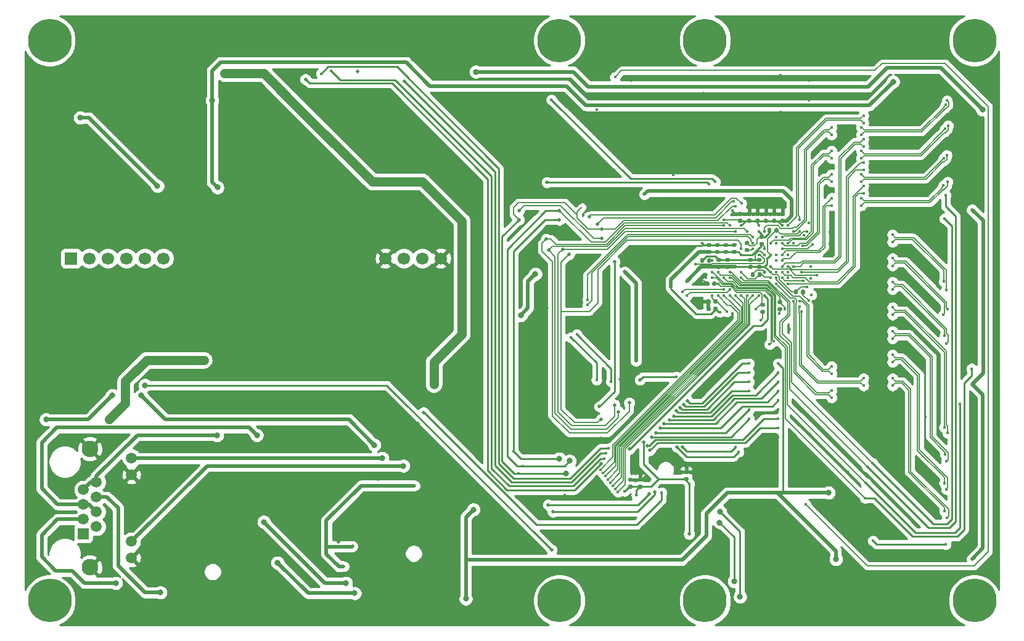
<source format=gbr>
%TF.GenerationSoftware,KiCad,Pcbnew,5.1.12-84ad8e8a86~92~ubuntu20.04.1*%
%TF.CreationDate,2022-02-12T16:21:49+08:00*%
%TF.ProjectId,TestAutomation,54657374-4175-4746-9f6d-6174696f6e2e,rev?*%
%TF.SameCoordinates,Original*%
%TF.FileFunction,Copper,L4,Bot*%
%TF.FilePolarity,Positive*%
%FSLAX46Y46*%
G04 Gerber Fmt 4.6, Leading zero omitted, Abs format (unit mm)*
G04 Created by KiCad (PCBNEW 5.1.12-84ad8e8a86~92~ubuntu20.04.1) date 2022-02-12 16:21:49*
%MOMM*%
%LPD*%
G01*
G04 APERTURE LIST*
%TA.AperFunction,ComponentPad*%
%ADD10C,6.000000*%
%TD*%
%TA.AperFunction,ComponentPad*%
%ADD11C,1.700000*%
%TD*%
%TA.AperFunction,ComponentPad*%
%ADD12R,1.700000X1.700000*%
%TD*%
%TA.AperFunction,ComponentPad*%
%ADD13C,1.500000*%
%TD*%
%TA.AperFunction,ComponentPad*%
%ADD14C,2.300000*%
%TD*%
%TA.AperFunction,ComponentPad*%
%ADD15R,1.500000X1.500000*%
%TD*%
%TA.AperFunction,ViaPad*%
%ADD16C,0.450000*%
%TD*%
%TA.AperFunction,ViaPad*%
%ADD17C,0.800000*%
%TD*%
%TA.AperFunction,ViaPad*%
%ADD18C,0.500000*%
%TD*%
%TA.AperFunction,ViaPad*%
%ADD19C,1.000000*%
%TD*%
%TA.AperFunction,Conductor*%
%ADD20C,0.254000*%
%TD*%
%TA.AperFunction,Conductor*%
%ADD21C,0.127000*%
%TD*%
%TA.AperFunction,Conductor*%
%ADD22C,0.508000*%
%TD*%
%TA.AperFunction,Conductor*%
%ADD23C,1.270000*%
%TD*%
%TA.AperFunction,Conductor*%
%ADD24C,0.250000*%
%TD*%
%TA.AperFunction,Conductor*%
%ADD25C,0.100000*%
%TD*%
G04 APERTURE END LIST*
D10*
%TO.P,M3,*%
%TO.N,*%
X210000000Y-134000000D03*
%TD*%
%TO.P,M3,*%
%TO.N,*%
X83000000Y-134000000D03*
%TD*%
%TO.P,M3,*%
%TO.N,*%
X83000000Y-57000000D03*
%TD*%
%TO.P,M3,*%
%TO.N,*%
X210000000Y-57000000D03*
%TD*%
%TO.P,M3,*%
%TO.N,*%
X173000000Y-134000000D03*
%TD*%
%TO.P,M3,*%
%TO.N,*%
X173000000Y-57000000D03*
%TD*%
%TO.P,M3,*%
%TO.N,*%
X153000000Y-134000000D03*
%TD*%
%TO.P,M3,*%
%TO.N,*%
X153000000Y-57000000D03*
%TD*%
D11*
%TO.P,U12,6*%
%TO.N,Net-(U12-Pad6)*%
X98618000Y-86946000D03*
%TO.P,U12,10*%
%TO.N,GND*%
X136718000Y-86946000D03*
%TO.P,U12,9*%
%TO.N,Net-(U12-Pad9)*%
X134178000Y-86946000D03*
%TO.P,U12,8*%
%TO.N,Net-(C57-Pad1)*%
X131638000Y-86946000D03*
%TO.P,U12,7*%
%TO.N,GND*%
X129098000Y-86946000D03*
%TO.P,U12,5*%
%TO.N,Net-(U12-Pad5)*%
X96078000Y-86946000D03*
%TO.P,U12,4*%
%TO.N,Net-(U12-Pad4)*%
X93538000Y-86946000D03*
%TO.P,U12,3*%
%TO.N,Net-(U10-Pad2)*%
X90998000Y-86946000D03*
%TO.P,U12,2*%
%TO.N,Net-(C51-Pad1)*%
X88458000Y-86946000D03*
D12*
%TO.P,U12,1*%
%TO.N,Net-(R98-Pad2)*%
X85918000Y-86946000D03*
%TD*%
%TO.P,C96,2*%
%TO.N,+3V3*%
%TA.AperFunction,SMDPad,CuDef*%
G36*
G01*
X177670000Y-81520000D02*
X178010000Y-81520000D01*
G75*
G02*
X178150000Y-81660000I0J-140000D01*
G01*
X178150000Y-81940000D01*
G75*
G02*
X178010000Y-82080000I-140000J0D01*
G01*
X177670000Y-82080000D01*
G75*
G02*
X177530000Y-81940000I0J140000D01*
G01*
X177530000Y-81660000D01*
G75*
G02*
X177670000Y-81520000I140000J0D01*
G01*
G37*
%TD.AperFunction*%
%TO.P,C96,1*%
%TO.N,GND*%
%TA.AperFunction,SMDPad,CuDef*%
G36*
G01*
X177670000Y-80560000D02*
X178010000Y-80560000D01*
G75*
G02*
X178150000Y-80700000I0J-140000D01*
G01*
X178150000Y-80980000D01*
G75*
G02*
X178010000Y-81120000I-140000J0D01*
G01*
X177670000Y-81120000D01*
G75*
G02*
X177530000Y-80980000I0J140000D01*
G01*
X177530000Y-80700000D01*
G75*
G02*
X177670000Y-80560000I140000J0D01*
G01*
G37*
%TD.AperFunction*%
%TD*%
%TO.P,C95,2*%
%TO.N,+3V3*%
%TA.AperFunction,SMDPad,CuDef*%
G36*
G01*
X173290000Y-87420000D02*
X173290000Y-87080000D01*
G75*
G02*
X173430000Y-86940000I140000J0D01*
G01*
X173710000Y-86940000D01*
G75*
G02*
X173850000Y-87080000I0J-140000D01*
G01*
X173850000Y-87420000D01*
G75*
G02*
X173710000Y-87560000I-140000J0D01*
G01*
X173430000Y-87560000D01*
G75*
G02*
X173290000Y-87420000I0J140000D01*
G01*
G37*
%TD.AperFunction*%
%TO.P,C95,1*%
%TO.N,GND*%
%TA.AperFunction,SMDPad,CuDef*%
G36*
G01*
X172330000Y-87420000D02*
X172330000Y-87080000D01*
G75*
G02*
X172470000Y-86940000I140000J0D01*
G01*
X172750000Y-86940000D01*
G75*
G02*
X172890000Y-87080000I0J-140000D01*
G01*
X172890000Y-87420000D01*
G75*
G02*
X172750000Y-87560000I-140000J0D01*
G01*
X172470000Y-87560000D01*
G75*
G02*
X172330000Y-87420000I0J140000D01*
G01*
G37*
%TD.AperFunction*%
%TD*%
%TO.P,C94,2*%
%TO.N,+3V3*%
%TA.AperFunction,SMDPad,CuDef*%
G36*
G01*
X178610000Y-85530000D02*
X178950000Y-85530000D01*
G75*
G02*
X179090000Y-85670000I0J-140000D01*
G01*
X179090000Y-85950000D01*
G75*
G02*
X178950000Y-86090000I-140000J0D01*
G01*
X178610000Y-86090000D01*
G75*
G02*
X178470000Y-85950000I0J140000D01*
G01*
X178470000Y-85670000D01*
G75*
G02*
X178610000Y-85530000I140000J0D01*
G01*
G37*
%TD.AperFunction*%
%TO.P,C94,1*%
%TO.N,GND*%
%TA.AperFunction,SMDPad,CuDef*%
G36*
G01*
X178610000Y-84570000D02*
X178950000Y-84570000D01*
G75*
G02*
X179090000Y-84710000I0J-140000D01*
G01*
X179090000Y-84990000D01*
G75*
G02*
X178950000Y-85130000I-140000J0D01*
G01*
X178610000Y-85130000D01*
G75*
G02*
X178470000Y-84990000I0J140000D01*
G01*
X178470000Y-84710000D01*
G75*
G02*
X178610000Y-84570000I140000J0D01*
G01*
G37*
%TD.AperFunction*%
%TD*%
%TO.P,C24,2*%
%TO.N,+3V3*%
%TA.AperFunction,SMDPad,CuDef*%
G36*
G01*
X181197664Y-81520000D02*
X181537664Y-81520000D01*
G75*
G02*
X181677664Y-81660000I0J-140000D01*
G01*
X181677664Y-81940000D01*
G75*
G02*
X181537664Y-82080000I-140000J0D01*
G01*
X181197664Y-82080000D01*
G75*
G02*
X181057664Y-81940000I0J140000D01*
G01*
X181057664Y-81660000D01*
G75*
G02*
X181197664Y-81520000I140000J0D01*
G01*
G37*
%TD.AperFunction*%
%TO.P,C24,1*%
%TO.N,GND*%
%TA.AperFunction,SMDPad,CuDef*%
G36*
G01*
X181197664Y-80560000D02*
X181537664Y-80560000D01*
G75*
G02*
X181677664Y-80700000I0J-140000D01*
G01*
X181677664Y-80980000D01*
G75*
G02*
X181537664Y-81120000I-140000J0D01*
G01*
X181197664Y-81120000D01*
G75*
G02*
X181057664Y-80980000I0J140000D01*
G01*
X181057664Y-80700000D01*
G75*
G02*
X181197664Y-80560000I140000J0D01*
G01*
G37*
%TD.AperFunction*%
%TD*%
%TO.P,C21,2*%
%TO.N,+3V3*%
%TA.AperFunction,SMDPad,CuDef*%
G36*
G01*
X180053832Y-81520000D02*
X180393832Y-81520000D01*
G75*
G02*
X180533832Y-81660000I0J-140000D01*
G01*
X180533832Y-81940000D01*
G75*
G02*
X180393832Y-82080000I-140000J0D01*
G01*
X180053832Y-82080000D01*
G75*
G02*
X179913832Y-81940000I0J140000D01*
G01*
X179913832Y-81660000D01*
G75*
G02*
X180053832Y-81520000I140000J0D01*
G01*
G37*
%TD.AperFunction*%
%TO.P,C21,1*%
%TO.N,GND*%
%TA.AperFunction,SMDPad,CuDef*%
G36*
G01*
X180053832Y-80560000D02*
X180393832Y-80560000D01*
G75*
G02*
X180533832Y-80700000I0J-140000D01*
G01*
X180533832Y-80980000D01*
G75*
G02*
X180393832Y-81120000I-140000J0D01*
G01*
X180053832Y-81120000D01*
G75*
G02*
X179913832Y-80980000I0J140000D01*
G01*
X179913832Y-80700000D01*
G75*
G02*
X180053832Y-80560000I140000J0D01*
G01*
G37*
%TD.AperFunction*%
%TD*%
%TO.P,C81,2*%
%TO.N,GND*%
%TA.AperFunction,SMDPad,CuDef*%
G36*
G01*
X164270000Y-117670000D02*
X163930000Y-117670000D01*
G75*
G02*
X163790000Y-117530000I0J140000D01*
G01*
X163790000Y-117250000D01*
G75*
G02*
X163930000Y-117110000I140000J0D01*
G01*
X164270000Y-117110000D01*
G75*
G02*
X164410000Y-117250000I0J-140000D01*
G01*
X164410000Y-117530000D01*
G75*
G02*
X164270000Y-117670000I-140000J0D01*
G01*
G37*
%TD.AperFunction*%
%TO.P,C81,1*%
%TO.N,+3V3*%
%TA.AperFunction,SMDPad,CuDef*%
G36*
G01*
X164270000Y-118630000D02*
X163930000Y-118630000D01*
G75*
G02*
X163790000Y-118490000I0J140000D01*
G01*
X163790000Y-118210000D01*
G75*
G02*
X163930000Y-118070000I140000J0D01*
G01*
X164270000Y-118070000D01*
G75*
G02*
X164410000Y-118210000I0J-140000D01*
G01*
X164410000Y-118490000D01*
G75*
G02*
X164270000Y-118630000I-140000J0D01*
G01*
G37*
%TD.AperFunction*%
%TD*%
%TO.P,C80,2*%
%TO.N,GND*%
%TA.AperFunction,SMDPad,CuDef*%
G36*
G01*
X170590000Y-116620000D02*
X170250000Y-116620000D01*
G75*
G02*
X170110000Y-116480000I0J140000D01*
G01*
X170110000Y-116200000D01*
G75*
G02*
X170250000Y-116060000I140000J0D01*
G01*
X170590000Y-116060000D01*
G75*
G02*
X170730000Y-116200000I0J-140000D01*
G01*
X170730000Y-116480000D01*
G75*
G02*
X170590000Y-116620000I-140000J0D01*
G01*
G37*
%TD.AperFunction*%
%TO.P,C80,1*%
%TO.N,+3V3*%
%TA.AperFunction,SMDPad,CuDef*%
G36*
G01*
X170590000Y-117580000D02*
X170250000Y-117580000D01*
G75*
G02*
X170110000Y-117440000I0J140000D01*
G01*
X170110000Y-117160000D01*
G75*
G02*
X170250000Y-117020000I140000J0D01*
G01*
X170590000Y-117020000D01*
G75*
G02*
X170730000Y-117160000I0J-140000D01*
G01*
X170730000Y-117440000D01*
G75*
G02*
X170590000Y-117580000I-140000J0D01*
G01*
G37*
%TD.AperFunction*%
%TD*%
%TO.P,C79,2*%
%TO.N,GND*%
%TA.AperFunction,SMDPad,CuDef*%
G36*
G01*
X162932500Y-117670000D02*
X162592500Y-117670000D01*
G75*
G02*
X162452500Y-117530000I0J140000D01*
G01*
X162452500Y-117250000D01*
G75*
G02*
X162592500Y-117110000I140000J0D01*
G01*
X162932500Y-117110000D01*
G75*
G02*
X163072500Y-117250000I0J-140000D01*
G01*
X163072500Y-117530000D01*
G75*
G02*
X162932500Y-117670000I-140000J0D01*
G01*
G37*
%TD.AperFunction*%
%TO.P,C79,1*%
%TO.N,+3V3*%
%TA.AperFunction,SMDPad,CuDef*%
G36*
G01*
X162932500Y-118630000D02*
X162592500Y-118630000D01*
G75*
G02*
X162452500Y-118490000I0J140000D01*
G01*
X162452500Y-118210000D01*
G75*
G02*
X162592500Y-118070000I140000J0D01*
G01*
X162932500Y-118070000D01*
G75*
G02*
X163072500Y-118210000I0J-140000D01*
G01*
X163072500Y-118490000D01*
G75*
G02*
X162932500Y-118630000I-140000J0D01*
G01*
G37*
%TD.AperFunction*%
%TD*%
%TO.P,C17,2*%
%TO.N,+3V3*%
%TA.AperFunction,SMDPad,CuDef*%
G36*
G01*
X181090000Y-93620000D02*
X180750000Y-93620000D01*
G75*
G02*
X180610000Y-93480000I0J140000D01*
G01*
X180610000Y-93200000D01*
G75*
G02*
X180750000Y-93060000I140000J0D01*
G01*
X181090000Y-93060000D01*
G75*
G02*
X181230000Y-93200000I0J-140000D01*
G01*
X181230000Y-93480000D01*
G75*
G02*
X181090000Y-93620000I-140000J0D01*
G01*
G37*
%TD.AperFunction*%
%TO.P,C17,1*%
%TO.N,GND*%
%TA.AperFunction,SMDPad,CuDef*%
G36*
G01*
X181090000Y-94580000D02*
X180750000Y-94580000D01*
G75*
G02*
X180610000Y-94440000I0J140000D01*
G01*
X180610000Y-94160000D01*
G75*
G02*
X180750000Y-94020000I140000J0D01*
G01*
X181090000Y-94020000D01*
G75*
G02*
X181230000Y-94160000I0J-140000D01*
G01*
X181230000Y-94440000D01*
G75*
G02*
X181090000Y-94580000I-140000J0D01*
G01*
G37*
%TD.AperFunction*%
%TD*%
%TO.P,C16,2*%
%TO.N,+3V3*%
%TA.AperFunction,SMDPad,CuDef*%
G36*
G01*
X183485330Y-81520000D02*
X183825330Y-81520000D01*
G75*
G02*
X183965330Y-81660000I0J-140000D01*
G01*
X183965330Y-81940000D01*
G75*
G02*
X183825330Y-82080000I-140000J0D01*
G01*
X183485330Y-82080000D01*
G75*
G02*
X183345330Y-81940000I0J140000D01*
G01*
X183345330Y-81660000D01*
G75*
G02*
X183485330Y-81520000I140000J0D01*
G01*
G37*
%TD.AperFunction*%
%TO.P,C16,1*%
%TO.N,GND*%
%TA.AperFunction,SMDPad,CuDef*%
G36*
G01*
X183485330Y-80560000D02*
X183825330Y-80560000D01*
G75*
G02*
X183965330Y-80700000I0J-140000D01*
G01*
X183965330Y-80980000D01*
G75*
G02*
X183825330Y-81120000I-140000J0D01*
G01*
X183485330Y-81120000D01*
G75*
G02*
X183345330Y-80980000I0J140000D01*
G01*
X183345330Y-80700000D01*
G75*
G02*
X183485330Y-80560000I140000J0D01*
G01*
G37*
%TD.AperFunction*%
%TD*%
%TO.P,C37,2*%
%TO.N,+1V2*%
%TA.AperFunction,SMDPad,CuDef*%
G36*
G01*
X180620000Y-84670000D02*
X180960000Y-84670000D01*
G75*
G02*
X181100000Y-84810000I0J-140000D01*
G01*
X181100000Y-85090000D01*
G75*
G02*
X180960000Y-85230000I-140000J0D01*
G01*
X180620000Y-85230000D01*
G75*
G02*
X180480000Y-85090000I0J140000D01*
G01*
X180480000Y-84810000D01*
G75*
G02*
X180620000Y-84670000I140000J0D01*
G01*
G37*
%TD.AperFunction*%
%TO.P,C37,1*%
%TO.N,GND*%
%TA.AperFunction,SMDPad,CuDef*%
G36*
G01*
X180620000Y-83710000D02*
X180960000Y-83710000D01*
G75*
G02*
X181100000Y-83850000I0J-140000D01*
G01*
X181100000Y-84130000D01*
G75*
G02*
X180960000Y-84270000I-140000J0D01*
G01*
X180620000Y-84270000D01*
G75*
G02*
X180480000Y-84130000I0J140000D01*
G01*
X180480000Y-83850000D01*
G75*
G02*
X180620000Y-83710000I140000J0D01*
G01*
G37*
%TD.AperFunction*%
%TD*%
%TO.P,C15,2*%
%TO.N,+3V3*%
%TA.AperFunction,SMDPad,CuDef*%
G36*
G01*
X182341496Y-81520000D02*
X182681496Y-81520000D01*
G75*
G02*
X182821496Y-81660000I0J-140000D01*
G01*
X182821496Y-81940000D01*
G75*
G02*
X182681496Y-82080000I-140000J0D01*
G01*
X182341496Y-82080000D01*
G75*
G02*
X182201496Y-81940000I0J140000D01*
G01*
X182201496Y-81660000D01*
G75*
G02*
X182341496Y-81520000I140000J0D01*
G01*
G37*
%TD.AperFunction*%
%TO.P,C15,1*%
%TO.N,GND*%
%TA.AperFunction,SMDPad,CuDef*%
G36*
G01*
X182341496Y-80560000D02*
X182681496Y-80560000D01*
G75*
G02*
X182821496Y-80700000I0J-140000D01*
G01*
X182821496Y-80980000D01*
G75*
G02*
X182681496Y-81120000I-140000J0D01*
G01*
X182341496Y-81120000D01*
G75*
G02*
X182201496Y-80980000I0J140000D01*
G01*
X182201496Y-80700000D01*
G75*
G02*
X182341496Y-80560000I140000J0D01*
G01*
G37*
%TD.AperFunction*%
%TD*%
%TO.P,C36,2*%
%TO.N,+1V2*%
%TA.AperFunction,SMDPad,CuDef*%
G36*
G01*
X175690000Y-85790000D02*
X176030000Y-85790000D01*
G75*
G02*
X176170000Y-85930000I0J-140000D01*
G01*
X176170000Y-86210000D01*
G75*
G02*
X176030000Y-86350000I-140000J0D01*
G01*
X175690000Y-86350000D01*
G75*
G02*
X175550000Y-86210000I0J140000D01*
G01*
X175550000Y-85930000D01*
G75*
G02*
X175690000Y-85790000I140000J0D01*
G01*
G37*
%TD.AperFunction*%
%TO.P,C36,1*%
%TO.N,GND*%
%TA.AperFunction,SMDPad,CuDef*%
G36*
G01*
X175690000Y-84830000D02*
X176030000Y-84830000D01*
G75*
G02*
X176170000Y-84970000I0J-140000D01*
G01*
X176170000Y-85250000D01*
G75*
G02*
X176030000Y-85390000I-140000J0D01*
G01*
X175690000Y-85390000D01*
G75*
G02*
X175550000Y-85250000I0J140000D01*
G01*
X175550000Y-84970000D01*
G75*
G02*
X175690000Y-84830000I140000J0D01*
G01*
G37*
%TD.AperFunction*%
%TD*%
%TO.P,C35,2*%
%TO.N,+2V5*%
%TA.AperFunction,SMDPad,CuDef*%
G36*
G01*
X175940000Y-87840000D02*
X176280000Y-87840000D01*
G75*
G02*
X176420000Y-87980000I0J-140000D01*
G01*
X176420000Y-88260000D01*
G75*
G02*
X176280000Y-88400000I-140000J0D01*
G01*
X175940000Y-88400000D01*
G75*
G02*
X175800000Y-88260000I0J140000D01*
G01*
X175800000Y-87980000D01*
G75*
G02*
X175940000Y-87840000I140000J0D01*
G01*
G37*
%TD.AperFunction*%
%TO.P,C35,1*%
%TO.N,GND*%
%TA.AperFunction,SMDPad,CuDef*%
G36*
G01*
X175940000Y-86880000D02*
X176280000Y-86880000D01*
G75*
G02*
X176420000Y-87020000I0J-140000D01*
G01*
X176420000Y-87300000D01*
G75*
G02*
X176280000Y-87440000I-140000J0D01*
G01*
X175940000Y-87440000D01*
G75*
G02*
X175800000Y-87300000I0J140000D01*
G01*
X175800000Y-87020000D01*
G75*
G02*
X175940000Y-86880000I140000J0D01*
G01*
G37*
%TD.AperFunction*%
%TD*%
%TO.P,C14,1*%
%TO.N,GND*%
%TA.AperFunction,SMDPad,CuDef*%
G36*
G01*
X173040000Y-90610000D02*
X173040000Y-90270000D01*
G75*
G02*
X173180000Y-90130000I140000J0D01*
G01*
X173460000Y-90130000D01*
G75*
G02*
X173600000Y-90270000I0J-140000D01*
G01*
X173600000Y-90610000D01*
G75*
G02*
X173460000Y-90750000I-140000J0D01*
G01*
X173180000Y-90750000D01*
G75*
G02*
X173040000Y-90610000I0J140000D01*
G01*
G37*
%TD.AperFunction*%
%TO.P,C14,2*%
%TO.N,+3V3*%
%TA.AperFunction,SMDPad,CuDef*%
G36*
G01*
X174000000Y-90610000D02*
X174000000Y-90270000D01*
G75*
G02*
X174140000Y-90130000I140000J0D01*
G01*
X174420000Y-90130000D01*
G75*
G02*
X174560000Y-90270000I0J-140000D01*
G01*
X174560000Y-90610000D01*
G75*
G02*
X174420000Y-90750000I-140000J0D01*
G01*
X174140000Y-90750000D01*
G75*
G02*
X174000000Y-90610000I0J140000D01*
G01*
G37*
%TD.AperFunction*%
%TD*%
%TO.P,C34,2*%
%TO.N,+1V2*%
%TA.AperFunction,SMDPad,CuDef*%
G36*
G01*
X174540000Y-85790000D02*
X174880000Y-85790000D01*
G75*
G02*
X175020000Y-85930000I0J-140000D01*
G01*
X175020000Y-86210000D01*
G75*
G02*
X174880000Y-86350000I-140000J0D01*
G01*
X174540000Y-86350000D01*
G75*
G02*
X174400000Y-86210000I0J140000D01*
G01*
X174400000Y-85930000D01*
G75*
G02*
X174540000Y-85790000I140000J0D01*
G01*
G37*
%TD.AperFunction*%
%TO.P,C34,1*%
%TO.N,GND*%
%TA.AperFunction,SMDPad,CuDef*%
G36*
G01*
X174540000Y-84830000D02*
X174880000Y-84830000D01*
G75*
G02*
X175020000Y-84970000I0J-140000D01*
G01*
X175020000Y-85250000D01*
G75*
G02*
X174880000Y-85390000I-140000J0D01*
G01*
X174540000Y-85390000D01*
G75*
G02*
X174400000Y-85250000I0J140000D01*
G01*
X174400000Y-84970000D01*
G75*
G02*
X174540000Y-84830000I140000J0D01*
G01*
G37*
%TD.AperFunction*%
%TD*%
%TO.P,C33,2*%
%TO.N,+2V5*%
%TA.AperFunction,SMDPad,CuDef*%
G36*
G01*
X180274000Y-87840000D02*
X180614000Y-87840000D01*
G75*
G02*
X180754000Y-87980000I0J-140000D01*
G01*
X180754000Y-88260000D01*
G75*
G02*
X180614000Y-88400000I-140000J0D01*
G01*
X180274000Y-88400000D01*
G75*
G02*
X180134000Y-88260000I0J140000D01*
G01*
X180134000Y-87980000D01*
G75*
G02*
X180274000Y-87840000I140000J0D01*
G01*
G37*
%TD.AperFunction*%
%TO.P,C33,1*%
%TO.N,GND*%
%TA.AperFunction,SMDPad,CuDef*%
G36*
G01*
X180274000Y-86880000D02*
X180614000Y-86880000D01*
G75*
G02*
X180754000Y-87020000I0J-140000D01*
G01*
X180754000Y-87300000D01*
G75*
G02*
X180614000Y-87440000I-140000J0D01*
G01*
X180274000Y-87440000D01*
G75*
G02*
X180134000Y-87300000I0J140000D01*
G01*
X180134000Y-87020000D01*
G75*
G02*
X180274000Y-86880000I140000J0D01*
G01*
G37*
%TD.AperFunction*%
%TD*%
%TO.P,C13,2*%
%TO.N,+3V3*%
%TA.AperFunction,SMDPad,CuDef*%
G36*
G01*
X174170000Y-93070000D02*
X174170000Y-92730000D01*
G75*
G02*
X174310000Y-92590000I140000J0D01*
G01*
X174590000Y-92590000D01*
G75*
G02*
X174730000Y-92730000I0J-140000D01*
G01*
X174730000Y-93070000D01*
G75*
G02*
X174590000Y-93210000I-140000J0D01*
G01*
X174310000Y-93210000D01*
G75*
G02*
X174170000Y-93070000I0J140000D01*
G01*
G37*
%TD.AperFunction*%
%TO.P,C13,1*%
%TO.N,GND*%
%TA.AperFunction,SMDPad,CuDef*%
G36*
G01*
X173210000Y-93070000D02*
X173210000Y-92730000D01*
G75*
G02*
X173350000Y-92590000I140000J0D01*
G01*
X173630000Y-92590000D01*
G75*
G02*
X173770000Y-92730000I0J-140000D01*
G01*
X173770000Y-93070000D01*
G75*
G02*
X173630000Y-93210000I-140000J0D01*
G01*
X173350000Y-93210000D01*
G75*
G02*
X173210000Y-93070000I0J140000D01*
G01*
G37*
%TD.AperFunction*%
%TD*%
%TO.P,C32,2*%
%TO.N,+1V2*%
%TA.AperFunction,SMDPad,CuDef*%
G36*
G01*
X176840000Y-85790000D02*
X177180000Y-85790000D01*
G75*
G02*
X177320000Y-85930000I0J-140000D01*
G01*
X177320000Y-86210000D01*
G75*
G02*
X177180000Y-86350000I-140000J0D01*
G01*
X176840000Y-86350000D01*
G75*
G02*
X176700000Y-86210000I0J140000D01*
G01*
X176700000Y-85930000D01*
G75*
G02*
X176840000Y-85790000I140000J0D01*
G01*
G37*
%TD.AperFunction*%
%TO.P,C32,1*%
%TO.N,GND*%
%TA.AperFunction,SMDPad,CuDef*%
G36*
G01*
X176840000Y-84830000D02*
X177180000Y-84830000D01*
G75*
G02*
X177320000Y-84970000I0J-140000D01*
G01*
X177320000Y-85250000D01*
G75*
G02*
X177180000Y-85390000I-140000J0D01*
G01*
X176840000Y-85390000D01*
G75*
G02*
X176700000Y-85250000I0J140000D01*
G01*
X176700000Y-84970000D01*
G75*
G02*
X176840000Y-84830000I140000J0D01*
G01*
G37*
%TD.AperFunction*%
%TD*%
%TO.P,C31,2*%
%TO.N,+2V5*%
%TA.AperFunction,SMDPad,CuDef*%
G36*
G01*
X179077000Y-87840000D02*
X179417000Y-87840000D01*
G75*
G02*
X179557000Y-87980000I0J-140000D01*
G01*
X179557000Y-88260000D01*
G75*
G02*
X179417000Y-88400000I-140000J0D01*
G01*
X179077000Y-88400000D01*
G75*
G02*
X178937000Y-88260000I0J140000D01*
G01*
X178937000Y-87980000D01*
G75*
G02*
X179077000Y-87840000I140000J0D01*
G01*
G37*
%TD.AperFunction*%
%TO.P,C31,1*%
%TO.N,GND*%
%TA.AperFunction,SMDPad,CuDef*%
G36*
G01*
X179077000Y-86880000D02*
X179417000Y-86880000D01*
G75*
G02*
X179557000Y-87020000I0J-140000D01*
G01*
X179557000Y-87300000D01*
G75*
G02*
X179417000Y-87440000I-140000J0D01*
G01*
X179077000Y-87440000D01*
G75*
G02*
X178937000Y-87300000I0J140000D01*
G01*
X178937000Y-87020000D01*
G75*
G02*
X179077000Y-86880000I140000J0D01*
G01*
G37*
%TD.AperFunction*%
%TD*%
%TO.P,C12,2*%
%TO.N,+3V3*%
%TA.AperFunction,SMDPad,CuDef*%
G36*
G01*
X183460000Y-93240000D02*
X183120000Y-93240000D01*
G75*
G02*
X182980000Y-93100000I0J140000D01*
G01*
X182980000Y-92820000D01*
G75*
G02*
X183120000Y-92680000I140000J0D01*
G01*
X183460000Y-92680000D01*
G75*
G02*
X183600000Y-92820000I0J-140000D01*
G01*
X183600000Y-93100000D01*
G75*
G02*
X183460000Y-93240000I-140000J0D01*
G01*
G37*
%TD.AperFunction*%
%TO.P,C12,1*%
%TO.N,GND*%
%TA.AperFunction,SMDPad,CuDef*%
G36*
G01*
X183460000Y-94200000D02*
X183120000Y-94200000D01*
G75*
G02*
X182980000Y-94060000I0J140000D01*
G01*
X182980000Y-93780000D01*
G75*
G02*
X183120000Y-93640000I140000J0D01*
G01*
X183460000Y-93640000D01*
G75*
G02*
X183600000Y-93780000I0J-140000D01*
G01*
X183600000Y-94060000D01*
G75*
G02*
X183460000Y-94200000I-140000J0D01*
G01*
G37*
%TD.AperFunction*%
%TD*%
%TO.P,C30,2*%
%TO.N,+1V2*%
%TA.AperFunction,SMDPad,CuDef*%
G36*
G01*
X174170000Y-94070000D02*
X174170000Y-93730000D01*
G75*
G02*
X174310000Y-93590000I140000J0D01*
G01*
X174590000Y-93590000D01*
G75*
G02*
X174730000Y-93730000I0J-140000D01*
G01*
X174730000Y-94070000D01*
G75*
G02*
X174590000Y-94210000I-140000J0D01*
G01*
X174310000Y-94210000D01*
G75*
G02*
X174170000Y-94070000I0J140000D01*
G01*
G37*
%TD.AperFunction*%
%TO.P,C30,1*%
%TO.N,GND*%
%TA.AperFunction,SMDPad,CuDef*%
G36*
G01*
X173210000Y-94070000D02*
X173210000Y-93730000D01*
G75*
G02*
X173350000Y-93590000I140000J0D01*
G01*
X173630000Y-93590000D01*
G75*
G02*
X173770000Y-93730000I0J-140000D01*
G01*
X173770000Y-94070000D01*
G75*
G02*
X173630000Y-94210000I-140000J0D01*
G01*
X173350000Y-94210000D01*
G75*
G02*
X173210000Y-94070000I0J140000D01*
G01*
G37*
%TD.AperFunction*%
%TD*%
%TO.P,C29,2*%
%TO.N,+2V5*%
%TA.AperFunction,SMDPad,CuDef*%
G36*
G01*
X185770000Y-91400000D02*
X185770000Y-91740000D01*
G75*
G02*
X185630000Y-91880000I-140000J0D01*
G01*
X185350000Y-91880000D01*
G75*
G02*
X185210000Y-91740000I0J140000D01*
G01*
X185210000Y-91400000D01*
G75*
G02*
X185350000Y-91260000I140000J0D01*
G01*
X185630000Y-91260000D01*
G75*
G02*
X185770000Y-91400000I0J-140000D01*
G01*
G37*
%TD.AperFunction*%
%TO.P,C29,1*%
%TO.N,GND*%
%TA.AperFunction,SMDPad,CuDef*%
G36*
G01*
X186730000Y-91400000D02*
X186730000Y-91740000D01*
G75*
G02*
X186590000Y-91880000I-140000J0D01*
G01*
X186310000Y-91880000D01*
G75*
G02*
X186170000Y-91740000I0J140000D01*
G01*
X186170000Y-91400000D01*
G75*
G02*
X186310000Y-91260000I140000J0D01*
G01*
X186590000Y-91260000D01*
G75*
G02*
X186730000Y-91400000I0J-140000D01*
G01*
G37*
%TD.AperFunction*%
%TD*%
%TO.P,C28,2*%
%TO.N,+1V2*%
%TA.AperFunction,SMDPad,CuDef*%
G36*
G01*
X180230000Y-89350000D02*
X180230000Y-89010000D01*
G75*
G02*
X180370000Y-88870000I140000J0D01*
G01*
X180650000Y-88870000D01*
G75*
G02*
X180790000Y-89010000I0J-140000D01*
G01*
X180790000Y-89350000D01*
G75*
G02*
X180650000Y-89490000I-140000J0D01*
G01*
X180370000Y-89490000D01*
G75*
G02*
X180230000Y-89350000I0J140000D01*
G01*
G37*
%TD.AperFunction*%
%TO.P,C28,1*%
%TO.N,GND*%
%TA.AperFunction,SMDPad,CuDef*%
G36*
G01*
X179270000Y-89350000D02*
X179270000Y-89010000D01*
G75*
G02*
X179410000Y-88870000I140000J0D01*
G01*
X179690000Y-88870000D01*
G75*
G02*
X179830000Y-89010000I0J-140000D01*
G01*
X179830000Y-89350000D01*
G75*
G02*
X179690000Y-89490000I-140000J0D01*
G01*
X179410000Y-89490000D01*
G75*
G02*
X179270000Y-89350000I0J140000D01*
G01*
G37*
%TD.AperFunction*%
%TD*%
%TO.P,C27,2*%
%TO.N,+2V5*%
%TA.AperFunction,SMDPad,CuDef*%
G36*
G01*
X182540000Y-83250000D02*
X182540000Y-82910000D01*
G75*
G02*
X182680000Y-82770000I140000J0D01*
G01*
X182960000Y-82770000D01*
G75*
G02*
X183100000Y-82910000I0J-140000D01*
G01*
X183100000Y-83250000D01*
G75*
G02*
X182960000Y-83390000I-140000J0D01*
G01*
X182680000Y-83390000D01*
G75*
G02*
X182540000Y-83250000I0J140000D01*
G01*
G37*
%TD.AperFunction*%
%TO.P,C27,1*%
%TO.N,GND*%
%TA.AperFunction,SMDPad,CuDef*%
G36*
G01*
X181580000Y-83250000D02*
X181580000Y-82910000D01*
G75*
G02*
X181720000Y-82770000I140000J0D01*
G01*
X182000000Y-82770000D01*
G75*
G02*
X182140000Y-82910000I0J-140000D01*
G01*
X182140000Y-83250000D01*
G75*
G02*
X182000000Y-83390000I-140000J0D01*
G01*
X181720000Y-83390000D01*
G75*
G02*
X181580000Y-83250000I0J140000D01*
G01*
G37*
%TD.AperFunction*%
%TD*%
%TO.P,C26,2*%
%TO.N,GND*%
%TA.AperFunction,SMDPad,CuDef*%
G36*
G01*
X173730000Y-85390000D02*
X173390000Y-85390000D01*
G75*
G02*
X173250000Y-85250000I0J140000D01*
G01*
X173250000Y-84970000D01*
G75*
G02*
X173390000Y-84830000I140000J0D01*
G01*
X173730000Y-84830000D01*
G75*
G02*
X173870000Y-84970000I0J-140000D01*
G01*
X173870000Y-85250000D01*
G75*
G02*
X173730000Y-85390000I-140000J0D01*
G01*
G37*
%TD.AperFunction*%
%TO.P,C26,1*%
%TO.N,+1V2*%
%TA.AperFunction,SMDPad,CuDef*%
G36*
G01*
X173730000Y-86350000D02*
X173390000Y-86350000D01*
G75*
G02*
X173250000Y-86210000I0J140000D01*
G01*
X173250000Y-85930000D01*
G75*
G02*
X173390000Y-85790000I140000J0D01*
G01*
X173730000Y-85790000D01*
G75*
G02*
X173870000Y-85930000I0J-140000D01*
G01*
X173870000Y-86210000D01*
G75*
G02*
X173730000Y-86350000I-140000J0D01*
G01*
G37*
%TD.AperFunction*%
%TD*%
%TO.P,C25,2*%
%TO.N,GND*%
%TA.AperFunction,SMDPad,CuDef*%
G36*
G01*
X175080000Y-87440000D02*
X174740000Y-87440000D01*
G75*
G02*
X174600000Y-87300000I0J140000D01*
G01*
X174600000Y-87020000D01*
G75*
G02*
X174740000Y-86880000I140000J0D01*
G01*
X175080000Y-86880000D01*
G75*
G02*
X175220000Y-87020000I0J-140000D01*
G01*
X175220000Y-87300000D01*
G75*
G02*
X175080000Y-87440000I-140000J0D01*
G01*
G37*
%TD.AperFunction*%
%TO.P,C25,1*%
%TO.N,+2V5*%
%TA.AperFunction,SMDPad,CuDef*%
G36*
G01*
X175080000Y-88400000D02*
X174740000Y-88400000D01*
G75*
G02*
X174600000Y-88260000I0J140000D01*
G01*
X174600000Y-87980000D01*
G75*
G02*
X174740000Y-87840000I140000J0D01*
G01*
X175080000Y-87840000D01*
G75*
G02*
X175220000Y-87980000I0J-140000D01*
G01*
X175220000Y-88260000D01*
G75*
G02*
X175080000Y-88400000I-140000J0D01*
G01*
G37*
%TD.AperFunction*%
%TD*%
%TO.P,C9,2*%
%TO.N,GND*%
%TA.AperFunction,SMDPad,CuDef*%
G36*
G01*
X179250000Y-81120000D02*
X178910000Y-81120000D01*
G75*
G02*
X178770000Y-80980000I0J140000D01*
G01*
X178770000Y-80700000D01*
G75*
G02*
X178910000Y-80560000I140000J0D01*
G01*
X179250000Y-80560000D01*
G75*
G02*
X179390000Y-80700000I0J-140000D01*
G01*
X179390000Y-80980000D01*
G75*
G02*
X179250000Y-81120000I-140000J0D01*
G01*
G37*
%TD.AperFunction*%
%TO.P,C9,1*%
%TO.N,+3V3*%
%TA.AperFunction,SMDPad,CuDef*%
G36*
G01*
X179250000Y-82080000D02*
X178910000Y-82080000D01*
G75*
G02*
X178770000Y-81940000I0J140000D01*
G01*
X178770000Y-81660000D01*
G75*
G02*
X178910000Y-81520000I140000J0D01*
G01*
X179250000Y-81520000D01*
G75*
G02*
X179390000Y-81660000I0J-140000D01*
G01*
X179390000Y-81940000D01*
G75*
G02*
X179250000Y-82080000I-140000J0D01*
G01*
G37*
%TD.AperFunction*%
%TD*%
D13*
%TO.P,J6,12*%
%TO.N,Net-(J6-Pad12)*%
X94230000Y-114421000D03*
%TO.P,J6,11*%
%TO.N,GND*%
X94230000Y-116711000D03*
%TO.P,J6,10*%
%TO.N,Net-(J6-Pad10)*%
X94230000Y-125851000D03*
%TO.P,J6,9*%
%TO.N,GND*%
X94230000Y-128141000D03*
D14*
%TO.P,J6,SH*%
X88520000Y-129411000D03*
X88520000Y-113151000D03*
D13*
%TO.P,J6,8*%
%TO.N,Net-(D19-Pad2)*%
X89410000Y-117729000D03*
%TO.P,J6,6*%
%TO.N,Net-(J6-Pad6)*%
X89410000Y-119761000D03*
%TO.P,J6,4*%
%TO.N,Net-(D17-Pad2)*%
X89410000Y-121793000D03*
%TO.P,J6,2*%
%TO.N,Net-(J6-Pad2)*%
X89410000Y-123825000D03*
%TO.P,J6,7*%
%TO.N,Net-(D19-Pad2)*%
X87630000Y-118745000D03*
%TO.P,J6,5*%
%TO.N,Net-(D17-Pad2)*%
X87630000Y-120777000D03*
%TO.P,J6,3*%
%TO.N,Net-(J6-Pad3)*%
X87630000Y-122809000D03*
D15*
%TO.P,J6,1*%
%TO.N,Net-(J6-Pad1)*%
X87630000Y-124841000D03*
%TD*%
D16*
%TO.N,GND*%
X184392000Y-86449000D03*
D17*
X97300000Y-102700000D03*
D16*
X172640000Y-84850000D03*
X181192000Y-86449000D03*
D17*
X116400000Y-125400000D03*
X81700000Y-105300000D03*
X98900000Y-63200000D03*
D16*
X183050000Y-111576000D03*
X183410000Y-74440000D03*
D18*
X152555000Y-110265000D03*
X147450000Y-82820000D03*
X203670000Y-84640000D03*
X183300000Y-134425000D03*
X164770000Y-71720000D03*
X209677000Y-87757000D03*
X209703000Y-91567000D03*
X209703000Y-95377000D03*
X209613000Y-99187000D03*
X209652000Y-111760000D03*
X209633000Y-115567000D03*
X209683000Y-119377000D03*
X209675000Y-123125000D03*
X209640000Y-75160000D03*
X210123000Y-71377000D03*
X209883000Y-67567000D03*
D16*
X198910000Y-124340000D03*
X200210000Y-121670000D03*
X201870000Y-118110000D03*
X202180000Y-114740000D03*
X203300000Y-108780000D03*
X205000000Y-108720000D03*
X202540000Y-101840000D03*
X202010000Y-97110000D03*
X201640000Y-93870000D03*
X202210000Y-90550000D03*
X201840000Y-78000000D03*
X201580000Y-74460000D03*
X201170000Y-71240000D03*
X201000000Y-67610000D03*
X201650000Y-63400000D03*
X199800000Y-102310000D03*
X200180000Y-88920000D03*
X200520000Y-85710000D03*
X199780000Y-92220000D03*
X199060000Y-106380000D03*
X200060000Y-98610000D03*
X191540000Y-71050000D03*
X190370000Y-74310000D03*
X192670000Y-74230000D03*
X190360000Y-77620000D03*
X190260000Y-81730000D03*
X190170000Y-83320000D03*
X190170000Y-84990000D03*
X190360000Y-86510000D03*
X189870000Y-95660000D03*
X183050000Y-107766000D03*
X176790000Y-80420000D03*
X153740000Y-119490000D03*
X194645000Y-83435000D03*
X194670000Y-81820000D03*
X194595000Y-85065000D03*
X194585000Y-86625000D03*
X194590000Y-88180000D03*
X194530000Y-89950000D03*
X194570000Y-91410000D03*
X194580000Y-93300000D03*
X194500000Y-95020000D03*
X194660000Y-96630000D03*
X194610000Y-98250000D03*
X194580000Y-99850000D03*
X194580000Y-101450000D03*
X176790000Y-94550000D03*
X187300000Y-56810000D03*
D18*
X173430000Y-70360000D03*
X187342000Y-59612910D03*
D16*
X184000000Y-79720000D03*
X181770000Y-79840000D03*
X172320000Y-90000000D03*
X187240000Y-92750000D03*
X183180000Y-94520000D03*
X180392000Y-83249000D03*
X172500000Y-92900000D03*
X164920000Y-116800000D03*
D18*
X162120000Y-101560000D03*
X161330000Y-103590000D03*
X169390000Y-116340000D03*
X169046000Y-118444000D03*
X169720000Y-124540000D03*
X165300000Y-124890000D03*
D16*
X180640000Y-95480000D03*
D18*
X181192000Y-88849000D03*
D17*
X103171000Y-77199000D03*
X108971000Y-77199000D03*
X102000000Y-68100000D03*
X91800000Y-78400000D03*
X93784000Y-77216000D03*
X87700000Y-75300000D03*
X87200000Y-69500000D03*
X142700000Y-123300000D03*
D18*
X136600000Y-123900000D03*
X135557002Y-130957002D03*
X129222000Y-130978000D03*
X129121999Y-129478001D03*
X131400000Y-126100000D03*
X134500000Y-126100000D03*
X134500000Y-128800000D03*
X131400000Y-128800000D03*
X123420000Y-130280000D03*
X122700000Y-125900000D03*
X125600000Y-126700000D03*
D16*
X189520000Y-97310000D03*
X188780000Y-98670000D03*
D18*
X113530000Y-58992910D03*
X140101000Y-66219000D03*
X128110000Y-65950000D03*
X172760000Y-64310000D03*
X169140000Y-66990000D03*
X162850000Y-62430000D03*
X161720000Y-66990000D03*
X197380000Y-127950000D03*
X195980000Y-109400000D03*
X187280000Y-62420000D03*
X187250000Y-65130000D03*
X187200000Y-67470000D03*
X186760000Y-69540000D03*
X120355000Y-63892500D03*
X121255000Y-63892500D03*
X122155000Y-63892500D03*
X120355000Y-64792500D03*
X121255000Y-64792500D03*
X122155000Y-64792500D03*
X120355000Y-65692500D03*
X121255000Y-65692500D03*
X122155000Y-65692500D03*
X184530000Y-96760000D03*
X158250000Y-96790000D03*
X154770000Y-100600000D03*
X158000000Y-86750000D03*
X167380000Y-79390000D03*
X168080000Y-92630000D03*
X151310000Y-93750000D03*
X84230000Y-124580000D03*
X132560000Y-134790000D03*
X138550000Y-133010000D03*
X138450000Y-121010000D03*
X148880000Y-113360000D03*
X170490000Y-98990000D03*
X174990000Y-73200000D03*
X194320000Y-62110000D03*
X198960000Y-56420000D03*
X105910000Y-133790000D03*
D16*
X158100000Y-66540000D03*
X166300000Y-68910000D03*
X168630000Y-75510000D03*
D17*
X119790000Y-128730000D03*
X119710000Y-111340000D03*
X114260000Y-111300000D03*
X150270000Y-121500000D03*
D18*
X187330000Y-108820000D03*
X187330000Y-111130000D03*
D16*
X119414000Y-59036000D03*
D18*
X125295000Y-61255000D03*
D16*
X192600000Y-121310000D03*
X192610000Y-116310000D03*
D18*
X168060000Y-62330000D03*
X155260000Y-67060000D03*
D17*
X161820000Y-57440000D03*
X90000000Y-55000000D03*
X81000000Y-65000000D03*
X81000000Y-79000000D03*
X109000000Y-55000000D03*
X142000000Y-56000000D03*
D18*
X101400000Y-75670000D03*
D17*
X111740317Y-69889683D03*
D18*
X145425000Y-72315000D03*
X140520000Y-77460000D03*
X181740000Y-116550000D03*
D17*
X117050000Y-68600000D03*
X146950000Y-133990000D03*
X87710000Y-135270000D03*
X212270000Y-130160000D03*
X212020000Y-61530000D03*
D16*
X137420000Y-117400000D03*
D18*
X133830000Y-116770000D03*
X128090000Y-117270000D03*
D17*
X139930000Y-102130000D03*
D18*
X140060000Y-108310000D03*
X114320000Y-100060000D03*
D19*
X133093000Y-98227000D03*
D18*
X133560000Y-109660000D03*
D17*
X133580000Y-112380000D03*
X81700000Y-86880000D03*
X158690000Y-111900000D03*
X115030000Y-81400000D03*
X113990000Y-94350000D03*
D16*
X164300000Y-79310000D03*
X162510000Y-85940000D03*
X172990000Y-104070000D03*
D18*
X183300000Y-133155000D03*
X183300000Y-131885000D03*
X183300000Y-130615000D03*
X183300000Y-129345000D03*
X183300000Y-128075000D03*
X183300000Y-126805000D03*
X183300000Y-125535000D03*
X183300000Y-124265000D03*
X183300000Y-122995000D03*
X183300000Y-121725000D03*
X183410000Y-76600000D03*
D16*
X183410000Y-71900000D03*
X183410000Y-69360000D03*
X183410000Y-66820000D03*
X183410000Y-64280000D03*
X183410000Y-61740000D03*
X183410000Y-59200000D03*
X183410000Y-56660000D03*
%TO.N,/FPGA/GNDPLL0*%
X179592000Y-84049000D03*
X156850000Y-92620000D03*
%TO.N,/FPGA/VCCPLL0*%
X179592000Y-84849000D03*
X156860000Y-93380000D03*
%TO.N,/FPGA/GNDPLL1*%
X176392000Y-91249000D03*
X170500000Y-92100000D03*
%TO.N,/FPGA/VCCPLL1*%
X175592000Y-91249000D03*
X169900000Y-91600000D03*
D17*
%TO.N,+12V_OUT*%
X141530000Y-61300000D03*
X211120000Y-66500000D03*
D18*
%TO.N,/CurrentSenser/12V_CURRENT*%
X131760000Y-62600000D03*
D16*
X159450000Y-113770000D03*
D17*
%TO.N,+12V*%
X107000000Y-61500000D03*
D19*
X117865000Y-66965000D03*
X124745000Y-73845000D03*
X135760000Y-104250000D03*
D16*
%TO.N,+3V3*%
X175592000Y-81649000D03*
X179592000Y-85649000D03*
X173992000Y-87249000D03*
X174792000Y-88849000D03*
X173992000Y-92049000D03*
D17*
X91600000Y-105800000D03*
D16*
X175992000Y-94279000D03*
X179980000Y-93960000D03*
X183050000Y-101416000D03*
X174792000Y-90449000D03*
X184002000Y-93949000D03*
D18*
X164690000Y-78140000D03*
D16*
X177992000Y-82449000D03*
X180392000Y-82449000D03*
X183592000Y-82449000D03*
X170870000Y-117950000D03*
X161990000Y-118950000D03*
X163598000Y-119532000D03*
X169070000Y-103230000D03*
D18*
X163520000Y-101050000D03*
X170820000Y-124870000D03*
D17*
X82500000Y-109100000D03*
X95600000Y-105800000D03*
X127600000Y-112600000D03*
X149700000Y-89100000D03*
X140150000Y-133750000D03*
X141200000Y-121500000D03*
X147710000Y-94770000D03*
D18*
X164070000Y-103640000D03*
D17*
X189960000Y-119170000D03*
X190990000Y-128310000D03*
D18*
X161920000Y-88790000D03*
X164600000Y-112250000D03*
X181102000Y-77698000D03*
D16*
%TO.N,+2V5*%
X186020000Y-83250000D03*
X181992000Y-86449000D03*
X181992000Y-88849000D03*
X186990000Y-90900000D03*
X177192000Y-88049000D03*
D18*
X170500000Y-90100004D03*
D16*
%TO.N,+1V2*%
X177992000Y-88849000D03*
X181192000Y-85649000D03*
X181992000Y-89649000D03*
X185192000Y-84831640D03*
X177992000Y-86449000D03*
X175049998Y-94330002D03*
D18*
X168334446Y-90879995D03*
D17*
%TO.N,+5V*%
X106049000Y-77199000D03*
X198825000Y-62685000D03*
X105320000Y-65240000D03*
D18*
X153500000Y-63250000D03*
%TO.N,/Ethernet/+3V3A*%
X123380000Y-129320000D03*
X121000000Y-124600000D03*
X133110000Y-118200000D03*
D16*
X124580000Y-126540000D03*
%TO.N,+3V3MP*%
X209684620Y-80264000D03*
X209684620Y-128270000D03*
X209684620Y-104267000D03*
D17*
%TO.N,/Ethernet/POE_VC-*%
X91200000Y-109100000D03*
X104180000Y-100930000D03*
%TO.N,Net-(D17-Pad2)*%
X111448555Y-111268999D03*
%TO.N,Net-(D19-Pad2)*%
X106007000Y-111268999D03*
D18*
%TO.N,Net-(D21-Pad2)*%
X151490000Y-120830000D03*
X165350000Y-119290000D03*
D16*
%TO.N,/MCU/CPU_SWCLK*%
X158100000Y-103660000D03*
X154600000Y-97820000D03*
%TO.N,/MCU/CPU_SWDIO*%
X155390000Y-97409998D03*
X160098000Y-103882000D03*
%TO.N,/MCU/CPU_UART4_TX*%
X183050000Y-109036000D03*
D18*
X165120000Y-112760000D03*
D16*
%TO.N,/MCU/CPU_UART4_RX*%
X183050000Y-110306000D03*
D18*
X165450000Y-113350000D03*
D16*
%TO.N,/MCU/CPU_PWM_CH1*%
X183050000Y-102686000D03*
D18*
X168690000Y-108630000D03*
D16*
%TO.N,/MCU/CPU_PWM_CH2*%
X183050000Y-103956000D03*
D18*
X168170000Y-109130000D03*
D16*
%TO.N,/MCU/CPU_PWM_CH3*%
X183050000Y-105226000D03*
D18*
X167350000Y-109670000D03*
D16*
%TO.N,/MCU/CPU_PWM_CH4*%
X183050000Y-106496000D03*
D18*
X166890000Y-110270000D03*
%TO.N,/MCU/CPU_IIC2_SDA*%
X169160000Y-112890000D03*
D16*
X177620000Y-113550000D03*
D18*
%TO.N,/MCU/CPU_IIC2_SCL*%
X169909449Y-112870551D03*
D16*
X177150000Y-112880000D03*
%TO.N,/MCU/CPU_UART1_RX*%
X179050000Y-109036000D03*
D18*
X165700000Y-111520000D03*
D16*
%TO.N,/MCU/CPU_UART1_TX*%
X179050000Y-107766000D03*
D18*
X166300000Y-110990000D03*
D16*
%TO.N,/MCU/CPU_SPI2_MOSI*%
X179050000Y-105226000D03*
D18*
X169098000Y-107902000D03*
D16*
%TO.N,/MCU/CPU_SPI2_MISO*%
X179050000Y-103956000D03*
D18*
X169598000Y-107492000D03*
D16*
%TO.N,/MCU/CPU_SPI2_SCK*%
X179050000Y-102686000D03*
D18*
X170098000Y-107072000D03*
D16*
%TO.N,/MCU/CPU_SPI2_CS*%
X179050000Y-101416000D03*
D18*
X170600000Y-106510000D03*
D17*
%TO.N,/MCU/CPU_DAC1*%
X175070000Y-121790000D03*
X177810000Y-133490000D03*
%TO.N,/MCU/CPU_DAC0*%
X177020000Y-131360000D03*
X175020000Y-123280000D03*
D18*
%TO.N,/CurrentSenser/12V_SW*%
X118140000Y-62320000D03*
X158710000Y-115160000D03*
D17*
%TO.N,/MCU/CPU_RESET*%
X96100000Y-104400000D03*
D18*
X151959999Y-127060001D03*
D16*
%TO.N,/MCU/CPU_POE_SRC_STATUS*%
X167050000Y-119150000D03*
D18*
X134340000Y-108140000D03*
D16*
%TO.N,/EEM0_IIC_SCL*%
X177992000Y-89649000D03*
X205910000Y-81500000D03*
X195990000Y-115070000D03*
%TO.N,/EEM0_IIC_SDA*%
X176392000Y-88849000D03*
X206050000Y-78290000D03*
X195300000Y-115610000D03*
%TO.N,/EEM1_IIC_SCL*%
X176392000Y-89649000D03*
X195080000Y-117840000D03*
X207980000Y-106950000D03*
%TO.N,/EEM1_IIC_SDA*%
X175592000Y-89649000D03*
X209620000Y-102110000D03*
X195000000Y-119940000D03*
%TO.N,/EEM2_IIC_SCL*%
X173992000Y-89649000D03*
X181860000Y-98780000D03*
%TO.N,/EEM2_IIC_SDA*%
X173992000Y-88849000D03*
X206070000Y-126290000D03*
X196080000Y-125800000D03*
X182447410Y-98330000D03*
%TO.N,/EEM0_7_N*%
X194470000Y-78660000D03*
X205760000Y-76930000D03*
%TO.N,/EEM0_5_N*%
X205780000Y-73180000D03*
X194470000Y-75415288D03*
%TO.N,/EEM0_3_N*%
X205960000Y-69160000D03*
X194470000Y-72170578D03*
%TO.N,/EEM0_1_N*%
X194470000Y-68925868D03*
X206070000Y-65850000D03*
%TO.N,/EEM0_7_P*%
X206320000Y-76440000D03*
X194470000Y-79680000D03*
%TO.N,/EEM0_5_P*%
X206200000Y-72740000D03*
X194470000Y-76435288D03*
%TO.N,/EEM0_3_P*%
X194470000Y-73170578D03*
X206380000Y-68710000D03*
%TO.N,/EEM0_1_P*%
X194470000Y-69945868D03*
X206240000Y-65269989D03*
%TO.N,/EEM1_6_P*%
X205920000Y-97600000D03*
X198750000Y-91207643D03*
%TO.N,/EEM1_4_P*%
X206320000Y-93940000D03*
X198750000Y-86945288D03*
%TO.N,/EEM1_2_P*%
X205780000Y-90110000D03*
X198750000Y-84715288D03*
%TO.N,/EEM1_6_N*%
X206170000Y-98640000D03*
X198750000Y-90187643D03*
%TO.N,/EEM1_4_N*%
X205730000Y-94730000D03*
X198750000Y-87965288D03*
%TO.N,/EEM1_2_N*%
X198750000Y-83695288D03*
X206160000Y-91290000D03*
%TO.N,/EEM2_6_P*%
X205870000Y-121680000D03*
X198750000Y-104467643D03*
%TO.N,/EEM2_4_P*%
X205860000Y-117850000D03*
X198750000Y-101222933D03*
%TO.N,/EEM2_2_P*%
X205990000Y-113900000D03*
X198750000Y-97977643D03*
%TO.N,/EEM2_0_P*%
X205860000Y-110190000D03*
X198750000Y-94727643D03*
%TO.N,/EEM2_6_N*%
X206220000Y-122630000D03*
X198750000Y-103447643D03*
%TO.N,/EEM2_4_N*%
X206160000Y-118700000D03*
X198750000Y-100202933D03*
%TO.N,/EEM2_2_N*%
X206140000Y-114880000D03*
X198750000Y-96957643D03*
%TO.N,/EEM2_0_N*%
X206290000Y-110940000D03*
X198750000Y-93707643D03*
D18*
%TO.N,/CDONE*%
X151520000Y-85830000D03*
D16*
X178792000Y-83249000D03*
D18*
X161098000Y-108032000D03*
D16*
%TO.N,/CRESET*%
X177192000Y-83249000D03*
D18*
X153450000Y-85730000D03*
X160597999Y-107102001D03*
%TO.N,/SPI_CS*%
X158799000Y-84191000D03*
X147446999Y-80391000D03*
X158520000Y-107330000D03*
X158210000Y-82270000D03*
D16*
X176960000Y-79150000D03*
D18*
X160580000Y-87380000D03*
D16*
%TO.N,/FSMC_CLK*%
X181191999Y-92049000D03*
D18*
X162600000Y-113180000D03*
D16*
%TO.N,/FSMC_A7*%
X177192000Y-92049000D03*
X159660000Y-117353332D03*
%TO.N,/FSMC_NL*%
X174792000Y-92049000D03*
X158610000Y-116020000D03*
%TO.N,/FSMC_NBL0*%
X175592000Y-92049000D03*
X158960000Y-116480000D03*
%TO.N,/FSMC_A3*%
X177992000Y-92049000D03*
X160010000Y-117789998D03*
%TO.N,/FSMC_A4*%
X178792000Y-92049000D03*
X160360000Y-118226664D03*
%TO.N,/FSMC_A6*%
X180392000Y-92049000D03*
X161060000Y-119099996D03*
%TO.N,/FSMC_NBL1*%
X176392000Y-92049000D03*
X159310000Y-116916666D03*
%TO.N,/FSMC_A5*%
X179592000Y-92049000D03*
X160710000Y-118663330D03*
%TO.N,/CSBSEL0*%
X177992000Y-85649000D03*
D18*
X158755453Y-109055453D03*
X154340000Y-86420000D03*
%TO.N,/SPI_MOSI*%
X158799000Y-82921000D03*
X147446999Y-81661000D03*
D17*
X153884090Y-116500000D03*
D16*
X147420000Y-116500000D03*
X177200000Y-79770000D03*
D18*
%TO.N,/SPI_MISO*%
X153019000Y-80391000D03*
D17*
X154400000Y-114800000D03*
D16*
X147960000Y-115500000D03*
X176392000Y-82449000D03*
%TO.N,/CSBSEL1*%
X175592000Y-82449000D03*
D18*
X151200000Y-84280000D03*
X162598000Y-106802000D03*
%TO.N,/SPI_SCK*%
X153019000Y-81661000D03*
D17*
X153000000Y-114500000D03*
D18*
X157090000Y-81240000D03*
D16*
X146680000Y-113470000D03*
X178010000Y-79410000D03*
%TO.N,HSADC_IN*%
X186850000Y-120810000D03*
X160650000Y-62040000D03*
D17*
%TO.N,Net-(J6-Pad12)*%
X128700004Y-114421000D03*
%TO.N,Net-(J6-Pad10)*%
X131570000Y-115490000D03*
%TO.N,Net-(J6-Pad6)*%
X98200000Y-132900000D03*
%TO.N,Net-(J6-Pad3)*%
X92100000Y-131600000D03*
D18*
%TO.N,Net-(SW3-Pad2)*%
X166124517Y-119092232D03*
X152100000Y-121810000D03*
D16*
%TO.N,/FPGA/LVDS0_0_P*%
X194770000Y-68323513D03*
X185992000Y-81649000D03*
%TO.N,/FPGA/LVDS0_0_N*%
X194770000Y-67303513D03*
X184392000Y-82449000D03*
%TO.N,/FPGA/LVDS0_1_P*%
X190390000Y-68923513D03*
X181192000Y-83249000D03*
%TO.N,/FPGA/LVDS0_1_N*%
X190390000Y-69943513D03*
X185192000Y-83249000D03*
%TO.N,/FPGA/LVDS0_2_P*%
X194770000Y-70563513D03*
X183592000Y-88049000D03*
%TO.N,/FPGA/LVDS0_2_N*%
X194770000Y-71583513D03*
X185192000Y-88049000D03*
%TO.N,/FPGA/LVDS0_3_P*%
X190390000Y-72173513D03*
X181992000Y-84849000D03*
%TO.N,/FPGA/LVDS0_3_N*%
X190390000Y-73193513D03*
X184392000Y-84849000D03*
%TO.N,/FPGA/LVDS0_4_P*%
X194770000Y-73783513D03*
X184392000Y-88049000D03*
%TO.N,/FPGA/LVDS0_4_N*%
X194770000Y-74803513D03*
X186241720Y-88862590D03*
%TO.N,/FPGA/LVDS0_5_P*%
X190390000Y-75413513D03*
X183592000Y-84849000D03*
%TO.N,/FPGA/LVDS0_5_N*%
X190390000Y-76433513D03*
X186420000Y-85250000D03*
%TO.N,/FPGA/LVDS0_6_P*%
X194770000Y-77033513D03*
X183592000Y-88849000D03*
%TO.N,/FPGA/LVDS0_6_N*%
X194770000Y-78053513D03*
X184392000Y-90449000D03*
%TO.N,/FPGA/LVDS0_7_P*%
X190390000Y-78653513D03*
X183592000Y-86449000D03*
%TO.N,/FPGA/LVDS0_7_N*%
X190390000Y-79673513D03*
X183592000Y-87249000D03*
%TO.N,/FPGA/LVDS1_0_N*%
X182792000Y-84049000D03*
X187240000Y-82100000D03*
%TO.N,/FPGA/LVDS1_1_N*%
X183592000Y-84049000D03*
X187020000Y-83300000D03*
%TO.N,/FPGA/LVDS1_2_P*%
X182792000Y-84849000D03*
X186581870Y-83781870D03*
%TO.N,/FPGA/LVDS1_3_P*%
X183592000Y-85649000D03*
X187750000Y-85020000D03*
%TO.N,/FPGA/LVDS1_7_P*%
X182792000Y-86449000D03*
X187540000Y-88060000D03*
%TO.N,/FPGA/LVDS2_0_P*%
X181992000Y-88049000D03*
X188390000Y-89280000D03*
%TO.N,/FPGA/LVDS2_1_P*%
X182792000Y-87249000D03*
X187550000Y-89690000D03*
%TO.N,/FPGA/LVDS2_2_P*%
X183592000Y-89649000D03*
X186540460Y-90040460D03*
%TO.N,/FPGA/LVDS2_3_P*%
X182792000Y-88849000D03*
X187620000Y-91960000D03*
%TO.N,/FPGA/LVDS2_5_P*%
X182792000Y-89649000D03*
X190390000Y-101825288D03*
%TO.N,/FPGA/LVDS2_5_N*%
X190390000Y-102845288D03*
X185992000Y-92849000D03*
%TO.N,/FPGA/LVDS2_6_P*%
X184392000Y-88849000D03*
X194770000Y-103447643D03*
X186270000Y-94230000D03*
%TO.N,/FPGA/LVDS2_6_N*%
X194770000Y-104467643D03*
X184392000Y-89649000D03*
X186020000Y-93600000D03*
%TO.N,/FPGA/LVDS2_7_P*%
X182792000Y-90449000D03*
X190390000Y-105070000D03*
%TO.N,/FPGA/LVDS2_7_N*%
X190390000Y-106090000D03*
X185185641Y-92855359D03*
%TO.N,/FPGA/FPGA_LED*%
X174392000Y-76418000D03*
X151910000Y-65130000D03*
%TO.N,/FPGA/FPGA_KEY*%
X173592000Y-76772000D03*
D18*
X151290000Y-76510000D03*
D17*
%TO.N,+6V*%
X87200000Y-67600000D03*
X97800000Y-77000000D03*
D16*
%TO.N,/CurrentSenser/12V_OUT_FAULT*%
X120290000Y-61550000D03*
X159760000Y-113090000D03*
D17*
%TO.N,Net-(R113-Pad1)*%
X123700000Y-131600000D03*
X112400000Y-123200000D03*
%TO.N,Net-(R114-Pad2)*%
X124900000Y-133000000D03*
X114300000Y-128800000D03*
D16*
%TO.N,/CurrentSenser/12V_CURRENT_REF*%
X121612000Y-61170000D03*
X159143229Y-114476771D03*
%TO.N,/FPGA/FPGA_Clock*%
X180391999Y-86448999D03*
X171696410Y-87713590D03*
%TD*%
D20*
%TO.N,GND*%
X172690000Y-84900000D02*
X172640000Y-84850000D01*
X181192000Y-86449000D02*
X181095000Y-86449000D01*
D21*
X186450000Y-91960000D02*
X187240000Y-92750000D01*
X186450000Y-91570000D02*
X186450000Y-91960000D01*
X183290000Y-94410000D02*
X183180000Y-94520000D01*
X183290000Y-93920000D02*
X183290000Y-94410000D01*
D20*
X183655330Y-80840000D02*
X179080000Y-80840000D01*
X183655330Y-80064670D02*
X184000000Y-79720000D01*
X183655330Y-80840000D02*
X183655330Y-80064670D01*
X181367664Y-80242336D02*
X181770000Y-79840000D01*
X181367664Y-80840000D02*
X181367664Y-80242336D01*
X180790000Y-83647000D02*
X180392000Y-83249000D01*
X180790000Y-83990000D02*
X180790000Y-83647000D01*
X181260000Y-83990000D02*
X180790000Y-83990000D01*
X181860000Y-83390000D02*
X181260000Y-83990000D01*
X181860000Y-83080000D02*
X181860000Y-83390000D01*
X180444000Y-87160000D02*
X180481000Y-87160000D01*
X177010000Y-85110000D02*
X173560000Y-85110000D01*
X172900000Y-85110000D02*
X172640000Y-84850000D01*
X173560000Y-85110000D02*
X172900000Y-85110000D01*
D22*
X173490000Y-92900000D02*
X173490000Y-93900000D01*
X173490000Y-92900000D02*
X172500000Y-92900000D01*
X172500000Y-92900000D02*
X172500000Y-92900000D01*
D20*
X162762500Y-117390000D02*
X164100000Y-117390000D01*
X164100000Y-117390000D02*
X164330000Y-117390000D01*
X164330000Y-117390000D02*
X164920000Y-116800000D01*
X164920000Y-116800000D02*
X164920000Y-116800000D01*
X170420000Y-116340000D02*
X169390000Y-116340000D01*
X169390000Y-116340000D02*
X169390000Y-116340000D01*
D21*
X180920000Y-95200000D02*
X180640000Y-95480000D01*
X180920000Y-94300000D02*
X180920000Y-95200000D01*
X181192000Y-88849000D02*
X180973000Y-88630000D01*
X180100000Y-88630000D02*
X179550000Y-89180000D01*
X180973000Y-88630000D02*
X180100000Y-88630000D01*
X172880000Y-90000000D02*
X173320000Y-90440000D01*
X172320000Y-90000000D02*
X172880000Y-90000000D01*
D20*
X174910000Y-87160000D02*
X174870000Y-87160000D01*
X174870000Y-87160000D02*
X174370000Y-86660000D01*
X173200000Y-86660000D02*
X172610000Y-87250000D01*
X174370000Y-86660000D02*
X173200000Y-86660000D01*
D21*
X180510000Y-83990000D02*
X180790000Y-83990000D01*
X180170000Y-84330000D02*
X180510000Y-83990000D01*
X180170000Y-84829554D02*
X180170000Y-84330000D01*
X179773153Y-85226401D02*
X180170000Y-84829554D01*
X179156401Y-85226401D02*
X179773153Y-85226401D01*
X178780000Y-84850000D02*
X179156401Y-85226401D01*
D20*
X177850000Y-80840000D02*
X177840000Y-80850000D01*
X179080000Y-80840000D02*
X177850000Y-80840000D01*
D21*
X181192000Y-86449000D02*
X180703000Y-85960000D01*
X180703000Y-85960000D02*
X180345144Y-85960000D01*
X180345144Y-85960000D02*
X179870000Y-86435144D01*
D20*
X179870000Y-87160000D02*
X174910000Y-87160000D01*
D21*
X179870000Y-86435144D02*
X179870000Y-87160000D01*
D20*
X180444000Y-87160000D02*
X179870000Y-87160000D01*
D21*
%TO.N,/FPGA/GNDPLL0*%
X179203000Y-83660000D02*
X162370000Y-83660000D01*
X156850000Y-89180000D02*
X156850000Y-92620000D01*
X179592000Y-84049000D02*
X179203000Y-83660000D01*
X162370000Y-83660000D02*
X156850000Y-89180000D01*
%TO.N,/FPGA/VCCPLL0*%
X157470000Y-92770000D02*
X156860000Y-93380000D01*
X157470000Y-88910000D02*
X157470000Y-92770000D01*
X162460000Y-83920000D02*
X157470000Y-88910000D01*
X178880000Y-83920000D02*
X162460000Y-83920000D01*
X179290000Y-84330000D02*
X178880000Y-83920000D01*
X179290000Y-84547000D02*
X179290000Y-84330000D01*
X179592000Y-84849000D02*
X179290000Y-84547000D01*
%TO.N,/FPGA/GNDPLL1*%
X170973599Y-91626401D02*
X170500000Y-92100000D01*
X176014599Y-91626401D02*
X170973599Y-91626401D01*
X176392000Y-91249000D02*
X176014599Y-91626401D01*
%TO.N,/FPGA/VCCPLL1*%
X175592000Y-91249000D02*
X170251000Y-91249000D01*
X170251000Y-91249000D02*
X169900000Y-91600000D01*
D22*
%TO.N,+12V_OUT*%
X156950000Y-63350000D02*
X195420000Y-63350000D01*
X205400000Y-60780000D02*
X211120000Y-66500000D01*
X154900000Y-61300000D02*
X156950000Y-63350000D01*
X141530000Y-61300000D02*
X154900000Y-61300000D01*
X195420000Y-63350000D02*
X197990000Y-60780000D01*
X197990000Y-60780000D02*
X205400000Y-60780000D01*
D20*
%TO.N,/CurrentSenser/12V_CURRENT*%
X158670000Y-113770000D02*
X159450000Y-113770000D01*
X154690000Y-117750000D02*
X158670000Y-113770000D01*
X146480000Y-117750000D02*
X154690000Y-117750000D01*
X144190000Y-115460000D02*
X146480000Y-117750000D01*
X144190000Y-75030000D02*
X144190000Y-115460000D01*
X131760000Y-62600000D02*
X144190000Y-75030000D01*
D22*
%TO.N,+12V*%
X107090000Y-61590000D02*
X107000000Y-61500000D01*
D23*
X112400000Y-61500000D02*
X107000000Y-61500000D01*
X117865000Y-66965000D02*
X112400000Y-61500000D01*
X127315000Y-76415000D02*
X124745000Y-73845000D01*
X124745000Y-73845000D02*
X117865000Y-66965000D01*
X135760000Y-101200000D02*
X135760000Y-104250000D01*
X139600000Y-97360000D02*
X135760000Y-101200000D01*
X139600000Y-81830000D02*
X139600000Y-97360000D01*
X134185000Y-76415000D02*
X139600000Y-81830000D01*
X127315000Y-76415000D02*
X134185000Y-76415000D01*
D22*
%TO.N,+3V3*%
X91600000Y-105800000D02*
X88300000Y-109100000D01*
D21*
X180600000Y-93340000D02*
X179980000Y-93960000D01*
X180920000Y-93340000D02*
X180600000Y-93340000D01*
X174613000Y-92900000D02*
X174450000Y-92900000D01*
X175992000Y-94279000D02*
X174613000Y-92900000D01*
X173992000Y-92442000D02*
X174450000Y-92900000D01*
X173992000Y-92049000D02*
X173992000Y-92442000D01*
X184002000Y-93672000D02*
X184002000Y-93949000D01*
X183290000Y-92960000D02*
X184002000Y-93672000D01*
D20*
X178641000Y-81800000D02*
X177992000Y-82449000D01*
X179080000Y-81800000D02*
X178641000Y-81800000D01*
X180223832Y-82280832D02*
X180392000Y-82449000D01*
X180223832Y-81800000D02*
X180223832Y-82280832D01*
D22*
X181102000Y-77698000D02*
X183748000Y-77698000D01*
X183748000Y-77698000D02*
X184920000Y-78870000D01*
X184920000Y-78870000D02*
X184920000Y-81060000D01*
X184180000Y-81800000D02*
X183655330Y-81800000D01*
X184920000Y-81060000D02*
X184180000Y-81800000D01*
D20*
X170420000Y-117500000D02*
X170870000Y-117950000D01*
X170420000Y-117300000D02*
X170420000Y-117500000D01*
X163640000Y-119490000D02*
X163598000Y-119532000D01*
X162590000Y-118350000D02*
X161990000Y-118950000D01*
X162762500Y-118350000D02*
X162590000Y-118350000D01*
X163598000Y-118852000D02*
X164100000Y-118350000D01*
X163598000Y-119532000D02*
X163598000Y-118852000D01*
X164100000Y-118350000D02*
X162762500Y-118350000D01*
X170420000Y-117300000D02*
X168980000Y-117300000D01*
X168980000Y-117300000D02*
X166600000Y-117300000D01*
X166600000Y-117300000D02*
X165550000Y-118350000D01*
X165550000Y-118350000D02*
X164100000Y-118350000D01*
X170870000Y-117950000D02*
X170870000Y-124820000D01*
X170870000Y-124820000D02*
X170820000Y-124870000D01*
D22*
X88300000Y-109100000D02*
X82500000Y-109100000D01*
X95600000Y-105800000D02*
X98900000Y-109100000D01*
X98900000Y-109100000D02*
X122600000Y-109100000D01*
X122600000Y-109100000D02*
X124100000Y-109100000D01*
X124100000Y-109100000D02*
X127600000Y-112600000D01*
X127600000Y-112600000D02*
X127600000Y-112600000D01*
X140150000Y-122550000D02*
X141200000Y-121500000D01*
D20*
X183592000Y-82449000D02*
X182943000Y-81800000D01*
X182943000Y-81800000D02*
X182900000Y-81800000D01*
X182900000Y-81800000D02*
X183655330Y-81800000D01*
X179080000Y-81800000D02*
X182900000Y-81800000D01*
D21*
X173991000Y-87250000D02*
X173992000Y-87249000D01*
X173570000Y-87250000D02*
X173991000Y-87250000D01*
X174783000Y-90440000D02*
X174792000Y-90449000D01*
X174280000Y-90440000D02*
X174783000Y-90440000D01*
X179431000Y-85810000D02*
X179592000Y-85649000D01*
X178780000Y-85810000D02*
X179431000Y-85810000D01*
X177689000Y-81649000D02*
X177840000Y-81800000D01*
X175592000Y-81649000D02*
X177689000Y-81649000D01*
D20*
X178641000Y-81800000D02*
X177840000Y-81800000D01*
D22*
X148690000Y-93790000D02*
X147710000Y-94770000D01*
X148690000Y-90110000D02*
X148690000Y-93790000D01*
X149700000Y-89100000D02*
X148690000Y-90110000D01*
D20*
X164480000Y-103230000D02*
X164070000Y-103640000D01*
X169070000Y-103230000D02*
X164480000Y-103230000D01*
D22*
X140150000Y-128420000D02*
X169870000Y-128420000D01*
X140150000Y-133750000D02*
X140150000Y-128420000D01*
X140150000Y-128420000D02*
X140150000Y-122550000D01*
X169870000Y-128420000D02*
X173190000Y-125100000D01*
X173190000Y-125100000D02*
X173190000Y-122040000D01*
X173190000Y-122040000D02*
X176060000Y-119170000D01*
X183760000Y-119170000D02*
X189960000Y-119170000D01*
X182850000Y-119170000D02*
X182970000Y-119170000D01*
X176060000Y-119170000D02*
X182850000Y-119170000D01*
X182850000Y-119170000D02*
X183760000Y-119170000D01*
X182970000Y-119170000D02*
X190990000Y-127190000D01*
X190990000Y-127190000D02*
X190990000Y-128310000D01*
X190990000Y-128310000D02*
X190990000Y-128310000D01*
X163520000Y-101050000D02*
X163520000Y-90390000D01*
X163520000Y-90390000D02*
X161920000Y-88790000D01*
X165132000Y-77698000D02*
X164690000Y-78140000D01*
X181102000Y-77698000D02*
X165132000Y-77698000D01*
D20*
X183700000Y-102066000D02*
X183050000Y-101416000D01*
X183700000Y-119110000D02*
X183700000Y-102066000D01*
X183760000Y-119170000D02*
X183700000Y-119110000D01*
D21*
X180550000Y-91610000D02*
X177370000Y-91610000D01*
X177370000Y-91610000D02*
X176600000Y-90840000D01*
X176600000Y-90840000D02*
X175183000Y-90840000D01*
X175183000Y-90840000D02*
X174792000Y-90449000D01*
X180920000Y-93340000D02*
X180800000Y-93220000D01*
X180800000Y-93220000D02*
X180800000Y-91860000D01*
X180800000Y-91860000D02*
X180550000Y-91610000D01*
X183290000Y-92238624D02*
X183290000Y-92960000D01*
X176671820Y-89250000D02*
X177952269Y-90530449D01*
X175193000Y-89250000D02*
X176671820Y-89250000D01*
X174792000Y-88849000D02*
X175193000Y-89250000D01*
X177952269Y-90530449D02*
X181581826Y-90530450D01*
X181581826Y-90530450D02*
X183290000Y-92238624D01*
D20*
X164600000Y-115300000D02*
X164600000Y-112250000D01*
X166600000Y-117300000D02*
X164600000Y-115300000D01*
D21*
%TO.N,+2V5*%
X181992000Y-86449000D02*
X181992000Y-86468000D01*
X181590000Y-86047000D02*
X181992000Y-86449000D01*
X181590000Y-84310000D02*
X181590000Y-86047000D01*
X182260000Y-83640000D02*
X181590000Y-84310000D01*
X186020000Y-83250000D02*
X185630000Y-83640000D01*
D20*
X181992000Y-88849000D02*
X181203000Y-88060000D01*
D21*
X186160000Y-90900000D02*
X186990000Y-90900000D01*
X185490000Y-91570000D02*
X186160000Y-90900000D01*
X184880000Y-91570000D02*
X185490000Y-91570000D01*
X183200000Y-89890000D02*
X184880000Y-91570000D01*
X183200000Y-89498446D02*
X183200000Y-89890000D01*
X182927955Y-89226401D02*
X183200000Y-89498446D01*
X182369401Y-89226401D02*
X182927955Y-89226401D01*
X181992000Y-88849000D02*
X182369401Y-89226401D01*
X182260000Y-83640000D02*
X182820000Y-83080000D01*
X183380000Y-83640000D02*
X182820000Y-83080000D01*
X185630000Y-83640000D02*
X183380000Y-83640000D01*
D20*
X180504000Y-88060000D02*
X180444000Y-88120000D01*
X181203000Y-88060000D02*
X180504000Y-88060000D01*
D22*
X177121000Y-88120000D02*
X177192000Y-88049000D01*
X176110000Y-88120000D02*
X177121000Y-88120000D01*
D20*
X177263000Y-88120000D02*
X177192000Y-88049000D01*
X179247000Y-88120000D02*
X177263000Y-88120000D01*
D22*
X176110000Y-88120000D02*
X174910000Y-88120000D01*
D20*
X179247000Y-88120000D02*
X180444000Y-88120000D01*
D22*
X172480004Y-88120000D02*
X170500000Y-90100004D01*
X174910000Y-88120000D02*
X172480004Y-88120000D01*
D20*
X181555500Y-86885500D02*
X181992000Y-86449000D01*
X181520000Y-86921000D02*
X181555500Y-86885500D01*
X181520000Y-87743000D02*
X181520000Y-86921000D01*
X181203000Y-88060000D02*
X181520000Y-87743000D01*
D21*
%TO.N,+1V2*%
X181992000Y-89649000D02*
X181983000Y-89640000D01*
X181192000Y-85352000D02*
X180790000Y-84950000D01*
X181192000Y-85649000D02*
X181192000Y-85352000D01*
D20*
X173560000Y-86070000D02*
X177010000Y-86070000D01*
X177613000Y-86070000D02*
X177992000Y-86449000D01*
X177010000Y-86070000D02*
X177613000Y-86070000D01*
X174450000Y-93900000D02*
X174880002Y-94330002D01*
X174880002Y-94330002D02*
X175049998Y-94330002D01*
D21*
X181863000Y-89520000D02*
X181992000Y-89649000D01*
X181140000Y-89520000D02*
X181863000Y-89520000D01*
X180800000Y-89180000D02*
X181140000Y-89520000D01*
X180510000Y-89180000D02*
X180800000Y-89180000D01*
D20*
X168334446Y-91134446D02*
X168334446Y-90879995D01*
X173770000Y-94610000D02*
X171810000Y-94610000D01*
X174450000Y-93930000D02*
X173770000Y-94610000D01*
X171810000Y-94610000D02*
X168334446Y-91134446D01*
X174450000Y-93900000D02*
X174450000Y-93930000D01*
D22*
X168334446Y-89895554D02*
X168334446Y-90879995D01*
X172160000Y-86070000D02*
X168334446Y-89895554D01*
X173560000Y-86070000D02*
X172160000Y-86070000D01*
D20*
X179461000Y-86449000D02*
X177992000Y-86449000D01*
X180790000Y-85120000D02*
X179461000Y-86449000D01*
X180790000Y-84950000D02*
X180790000Y-85120000D01*
D21*
X178913000Y-89770000D02*
X179920000Y-89770000D01*
X177992000Y-88849000D02*
X178913000Y-89770000D01*
X179920000Y-89770000D02*
X180510000Y-89180000D01*
D22*
%TO.N,+5V*%
X198260000Y-63250000D02*
X198825000Y-62685000D01*
X195600000Y-65910000D02*
X198260000Y-63250000D01*
X156620000Y-65910000D02*
X195600000Y-65910000D01*
X153960000Y-63250000D02*
X156620000Y-65910000D01*
X153500000Y-63250000D02*
X153500000Y-63250000D01*
X135210000Y-63250000D02*
X131950000Y-59990000D01*
X153500000Y-63250000D02*
X135210000Y-63250000D01*
X105320000Y-61180000D02*
X105320000Y-65240000D01*
X106510000Y-59990000D02*
X105320000Y-61180000D01*
X131950000Y-59990000D02*
X106510000Y-59990000D01*
X153500000Y-63250000D02*
X153960000Y-63250000D01*
X105320000Y-76470000D02*
X106049000Y-77199000D01*
X105320000Y-65240000D02*
X105320000Y-76470000D01*
%TO.N,/Ethernet/+3V3A*%
X122720000Y-129320000D02*
X123380000Y-129320000D01*
X121000000Y-127600000D02*
X122720000Y-129320000D01*
X125800000Y-118200000D02*
X133110000Y-118200000D01*
X121000000Y-123000000D02*
X125800000Y-118200000D01*
X121000000Y-124600000D02*
X121000000Y-123000000D01*
X121000000Y-124600000D02*
X121000000Y-126580000D01*
X121000000Y-126580000D02*
X121000000Y-127600000D01*
X121000000Y-126580000D02*
X124540000Y-126580000D01*
X124540000Y-126580000D02*
X124580000Y-126540000D01*
%TO.N,+3V3MP*%
X209684620Y-128270000D02*
X211150000Y-126804620D01*
X211150000Y-126804620D02*
X211150000Y-105732380D01*
X211150000Y-105732380D02*
X209684620Y-104267000D01*
X209684620Y-104267000D02*
X211190000Y-102761620D01*
X211190000Y-102761620D02*
X211190000Y-81769380D01*
X211190000Y-81769380D02*
X209684620Y-80264000D01*
D23*
%TO.N,/Ethernet/POE_VC-*%
X96300000Y-100930000D02*
X104180000Y-100930000D01*
X93400000Y-106900000D02*
X93400000Y-103830000D01*
X91200000Y-109100000D02*
X93400000Y-106900000D01*
X93400000Y-103830000D02*
X96300000Y-100930000D01*
D22*
%TO.N,Net-(D17-Pad2)*%
X88394000Y-120777000D02*
X89410000Y-121793000D01*
X87630000Y-120777000D02*
X88394000Y-120777000D01*
X110379556Y-110200000D02*
X111448555Y-111268999D01*
X84000000Y-110200000D02*
X110379556Y-110200000D01*
X81900000Y-112300000D02*
X84000000Y-110200000D01*
X81900000Y-118600000D02*
X81900000Y-112300000D01*
X84077000Y-120777000D02*
X81900000Y-118600000D01*
X87630000Y-120777000D02*
X84077000Y-120777000D01*
%TO.N,Net-(D19-Pad2)*%
X88646000Y-117729000D02*
X87630000Y-118745000D01*
X89410000Y-117729000D02*
X88646000Y-117729000D01*
X89410000Y-117729000D02*
X89410000Y-116890000D01*
X89410000Y-116890000D02*
X95031001Y-111268999D01*
X95031001Y-111268999D02*
X106007000Y-111268999D01*
D20*
%TO.N,Net-(D21-Pad2)*%
X163810000Y-120830000D02*
X165350000Y-119290000D01*
X151490000Y-120830000D02*
X163810000Y-120830000D01*
%TO.N,/MCU/CPU_SWCLK*%
X154610000Y-97820000D02*
X154600000Y-97820000D01*
X158100000Y-101310000D02*
X154610000Y-97820000D01*
X158100000Y-103660000D02*
X158100000Y-101310000D01*
%TO.N,/MCU/CPU_SWDIO*%
X155390000Y-97409998D02*
X160098000Y-102117998D01*
X160098000Y-102117998D02*
X160098000Y-103882000D01*
D24*
%TO.N,/MCU/CPU_UART4_TX*%
X165360000Y-112760000D02*
X165120000Y-112760000D01*
X166220000Y-111900000D02*
X165360000Y-112760000D01*
X178180000Y-111900000D02*
X166220000Y-111900000D01*
X178690000Y-111390000D02*
X178180000Y-111900000D01*
D20*
X181044000Y-109036000D02*
X183050000Y-109036000D01*
X178690000Y-111390000D02*
X181044000Y-109036000D01*
%TO.N,/MCU/CPU_UART4_RX*%
X166485902Y-112314098D02*
X165450000Y-113350000D01*
X178585902Y-112314098D02*
X166485902Y-112314098D01*
X180594000Y-110306000D02*
X178585902Y-112314098D01*
X183050000Y-110306000D02*
X180594000Y-110306000D01*
D24*
%TO.N,/MCU/CPU_PWM_CH1*%
X172660000Y-108630000D02*
X168690000Y-108630000D01*
X168690000Y-108630000D02*
X168690000Y-108630000D01*
D20*
X172660000Y-108630000D02*
X173900000Y-108630000D01*
X180230000Y-105506000D02*
X183050000Y-102686000D01*
X173900000Y-108630000D02*
X176740000Y-105790000D01*
X179946000Y-105790000D02*
X180230000Y-105506000D01*
X176740000Y-105790000D02*
X179946000Y-105790000D01*
D24*
%TO.N,/MCU/CPU_PWM_CH2*%
X168170000Y-109130000D02*
X168170000Y-109130000D01*
X172720000Y-109130000D02*
X168170000Y-109130000D01*
D20*
X172720000Y-109130000D02*
X174150000Y-109130000D01*
X174150000Y-109130000D02*
X177040000Y-106240000D01*
X180766000Y-106240000D02*
X183050000Y-103956000D01*
X177040000Y-106240000D02*
X180766000Y-106240000D01*
%TO.N,/MCU/CPU_PWM_CH3*%
X167350000Y-109670000D02*
X167350000Y-109670000D01*
X181566000Y-106710000D02*
X183050000Y-105226000D01*
X177400000Y-106710000D02*
X181566000Y-106710000D01*
X174440000Y-109670000D02*
X177400000Y-106710000D01*
X167350000Y-109670000D02*
X174440000Y-109670000D01*
D24*
%TO.N,/MCU/CPU_PWM_CH4*%
X166890000Y-110270000D02*
X166890000Y-110270000D01*
X172980000Y-110270000D02*
X166890000Y-110270000D01*
D20*
X182276000Y-107270000D02*
X183050000Y-106496000D01*
X178140000Y-107270000D02*
X182276000Y-107270000D01*
X175140000Y-110270000D02*
X178140000Y-107270000D01*
X172980000Y-110270000D02*
X175140000Y-110270000D01*
%TO.N,/MCU/CPU_IIC2_SDA*%
X170520000Y-114250000D02*
X169160000Y-112890000D01*
X176920000Y-114250000D02*
X170520000Y-114250000D01*
X177620000Y-113550000D02*
X177620000Y-113550000D01*
X177620000Y-113550000D02*
X176920000Y-114250000D01*
%TO.N,/MCU/CPU_IIC2_SCL*%
X170488898Y-113450000D02*
X169909449Y-112870551D01*
X176580000Y-113450000D02*
X170488898Y-113450000D01*
X177150000Y-112880000D02*
X177150000Y-112880000D01*
X177150000Y-112880000D02*
X176580000Y-113450000D01*
D24*
%TO.N,/MCU/CPU_UART1_RX*%
X173610000Y-111520000D02*
X165700000Y-111520000D01*
X165700000Y-111520000D02*
X165700000Y-111520000D01*
D20*
X176566000Y-111520000D02*
X179050000Y-109036000D01*
X173610000Y-111520000D02*
X176566000Y-111520000D01*
D24*
%TO.N,/MCU/CPU_UART1_TX*%
X173380000Y-110990000D02*
X166300000Y-110990000D01*
X166300000Y-110990000D02*
X166300000Y-110990000D01*
D20*
X175826000Y-110990000D02*
X179050000Y-107766000D01*
X173380000Y-110990000D02*
X175826000Y-110990000D01*
D24*
%TO.N,/MCU/CPU_SPI2_MOSI*%
X172178001Y-108151999D02*
X169347999Y-108151999D01*
D20*
X179050000Y-105226000D02*
X176664000Y-105226000D01*
X173738001Y-108151999D02*
X172178001Y-108151999D01*
X176664000Y-105226000D02*
X173738001Y-108151999D01*
D24*
X169347999Y-108151999D02*
X169098000Y-107902000D01*
%TO.N,/MCU/CPU_SPI2_MISO*%
X171450000Y-107750000D02*
X169856000Y-107750000D01*
X169856000Y-107750000D02*
X169598000Y-107492000D01*
D20*
X171450000Y-107750000D02*
X173260000Y-107750000D01*
X177054000Y-103956000D02*
X179050000Y-103956000D01*
X173260000Y-107750000D02*
X177054000Y-103956000D01*
D24*
%TO.N,/MCU/CPU_SPI2_SCK*%
X170346000Y-107320000D02*
X170098000Y-107072000D01*
D20*
X170346000Y-107320000D02*
X172910000Y-107320000D01*
X177544000Y-102686000D02*
X179050000Y-102686000D01*
X172910000Y-107320000D02*
X177544000Y-102686000D01*
D24*
%TO.N,/MCU/CPU_SPI2_CS*%
X170600000Y-106510000D02*
X170600000Y-106510000D01*
D20*
X170600000Y-106510000D02*
X170940000Y-106850000D01*
X170940000Y-106850000D02*
X172650000Y-106850000D01*
X178084000Y-101416000D02*
X179050000Y-101416000D01*
X172650000Y-106850000D02*
X178084000Y-101416000D01*
%TO.N,/MCU/CPU_DAC1*%
X175070000Y-121790000D02*
X177810000Y-124530000D01*
X177810000Y-124530000D02*
X177810000Y-133490000D01*
%TO.N,/MCU/CPU_DAC0*%
X177020000Y-131360000D02*
X177020000Y-125280000D01*
X177020000Y-125280000D02*
X175020000Y-123280000D01*
%TO.N,/CurrentSenser/12V_SW*%
X155080000Y-118790000D02*
X158710000Y-115160000D01*
X145820000Y-118790000D02*
X155080000Y-118790000D01*
X143180000Y-116150000D02*
X145820000Y-118790000D01*
X143180000Y-76070000D02*
X143180000Y-116150000D01*
X129990000Y-62880000D02*
X143180000Y-76070000D01*
X118700000Y-62880000D02*
X129990000Y-62880000D01*
X118140000Y-62320000D02*
X118700000Y-62880000D01*
%TO.N,/MCU/CPU_RESET*%
X96100000Y-104400000D02*
X129299998Y-104400000D01*
X129299998Y-104400000D02*
X151959999Y-127060001D01*
%TO.N,/MCU/CPU_POE_SRC_STATUS*%
X167050000Y-120167000D02*
X167050000Y-119150000D01*
X163627000Y-123590000D02*
X167050000Y-120167000D01*
X149850000Y-123590000D02*
X163627000Y-123590000D01*
X134400000Y-108140000D02*
X149850000Y-123590000D01*
X134340000Y-108140000D02*
X134400000Y-108140000D01*
%TO.N,/EEM0_IIC_SCL*%
X205910000Y-81500000D02*
X206890000Y-82480000D01*
X206890000Y-82480000D02*
X206890000Y-122840000D01*
X206890000Y-122840000D02*
X206250000Y-123480000D01*
X206250000Y-123480000D02*
X204400000Y-123480000D01*
X204400000Y-123480000D02*
X195990000Y-115070000D01*
X195990000Y-115070000D02*
X195990000Y-115070000D01*
D21*
X184900000Y-103980000D02*
X184900000Y-98590000D01*
X183650000Y-95800000D02*
X184660000Y-94790000D01*
X183650000Y-97340000D02*
X183650000Y-95800000D01*
X181720000Y-90000000D02*
X178343000Y-90000000D01*
X184900000Y-98590000D02*
X183650000Y-97340000D01*
X184660000Y-94790000D02*
X184660000Y-92940000D01*
X178343000Y-90000000D02*
X177992000Y-89649000D01*
X184660000Y-92940000D02*
X181720000Y-90000000D01*
X195990000Y-115070000D02*
X184900000Y-103980000D01*
D20*
%TO.N,/EEM0_IIC_SDA*%
X206050000Y-78290000D02*
X206050000Y-79810000D01*
X206050000Y-79810000D02*
X207390000Y-81150000D01*
X207390000Y-81150000D02*
X207390000Y-123170000D01*
X207390000Y-123170000D02*
X206570000Y-123990000D01*
X206570000Y-123990000D02*
X203680000Y-123990000D01*
X203680000Y-123990000D02*
X195300000Y-115610000D01*
X195300000Y-115610000D02*
X195300000Y-115610000D01*
D21*
X184600000Y-104910000D02*
X195300000Y-115610000D01*
X184379401Y-92969401D02*
X184379401Y-94669401D01*
X181693180Y-90283180D02*
X184379401Y-92969401D01*
X184379401Y-94669401D02*
X183310000Y-95738802D01*
X176392000Y-88849000D02*
X176629000Y-88849000D01*
X178783180Y-90283180D02*
X181693180Y-90283180D01*
X183310000Y-95738802D02*
X183310000Y-97550000D01*
X178626180Y-90283180D02*
X178783180Y-90283180D01*
X178063180Y-90283180D02*
X178626180Y-90283180D01*
X176629000Y-88849000D02*
X178063180Y-90283180D01*
X183310000Y-97550000D02*
X184600000Y-98840000D01*
X184600000Y-98840000D02*
X184600000Y-104910000D01*
D20*
%TO.N,/EEM1_IIC_SCL*%
X195080000Y-117840000D02*
X195080000Y-117840000D01*
X195080000Y-117840000D02*
X201890000Y-124650000D01*
X207320000Y-124650000D02*
X207980000Y-123990000D01*
X201890000Y-124650000D02*
X207320000Y-124650000D01*
X207980000Y-123990000D02*
X207980000Y-106950000D01*
D21*
X182720000Y-91973968D02*
X182720000Y-97530000D01*
X184310000Y-99120000D02*
X184310000Y-107070000D01*
X184310000Y-107070000D02*
X195080000Y-117840000D01*
X182720000Y-97530000D02*
X184310000Y-99120000D01*
X176710198Y-89649000D02*
X177807558Y-90746360D01*
X177807558Y-90746360D02*
X181492392Y-90746360D01*
X181492392Y-90746360D02*
X182720000Y-91973968D01*
X176392000Y-89649000D02*
X176710198Y-89649000D01*
D20*
%TO.N,/EEM1_IIC_SDA*%
X195000000Y-119940000D02*
X195000000Y-119940000D01*
X196200000Y-119940000D02*
X195000000Y-119940000D01*
X207640000Y-125210000D02*
X201470000Y-125210000D01*
X201470000Y-125210000D02*
X196200000Y-119940000D01*
X208570000Y-124280000D02*
X207640000Y-125210000D01*
X208570000Y-104120000D02*
X208570000Y-124280000D01*
X209620000Y-103070000D02*
X208570000Y-104120000D01*
X209620000Y-102110000D02*
X209620000Y-103070000D01*
D21*
X182501822Y-92061134D02*
X182501822Y-97731822D01*
X176815911Y-90125911D02*
X177652269Y-90962269D01*
X182501822Y-97731822D02*
X184060000Y-99290000D01*
X176068911Y-90125911D02*
X176815911Y-90125911D01*
X175592000Y-89649000D02*
X176068911Y-90125911D01*
X177652269Y-90962269D02*
X181402958Y-90962270D01*
X181402958Y-90962270D02*
X182501822Y-92061134D01*
X184060000Y-109000000D02*
X195000000Y-119940000D01*
X184060000Y-99290000D02*
X184060000Y-109000000D01*
%TO.N,/EEM2_IIC_SCL*%
X182070000Y-98570000D02*
X181860000Y-98780000D01*
X182070000Y-92240000D02*
X182070000Y-98570000D01*
X181224090Y-91394090D02*
X182070000Y-92240000D01*
X177459432Y-91394090D02*
X181224090Y-91394090D01*
X173992000Y-89649000D02*
X174539000Y-89649000D01*
X176625342Y-90560000D02*
X177459432Y-91394090D01*
X174539000Y-89649000D02*
X175450000Y-90560000D01*
X175450000Y-90560000D02*
X176625342Y-90560000D01*
D20*
%TO.N,/EEM2_IIC_SDA*%
X196570000Y-126290000D02*
X196080000Y-125800000D01*
X206070000Y-126290000D02*
X196570000Y-126290000D01*
D21*
X182380000Y-98330000D02*
X182380000Y-98330000D01*
X174099000Y-88849000D02*
X175591822Y-90341822D01*
X181313524Y-91178180D02*
X182285911Y-92150567D01*
X175591822Y-90341822D02*
X176723984Y-90341822D01*
X182285911Y-98168501D02*
X182447410Y-98330000D01*
X176723984Y-90341822D02*
X177560341Y-91178179D01*
X182285911Y-92150567D02*
X182285911Y-98168501D01*
X177560341Y-91178179D02*
X181313524Y-91178180D01*
X173992000Y-88849000D02*
X174099000Y-88849000D01*
%TO.N,/EEM0_7_N*%
X203791582Y-79043000D02*
X205514587Y-77319995D01*
X194853000Y-79043000D02*
X203791582Y-79043000D01*
X194470000Y-78660000D02*
X194853000Y-79043000D01*
X205514587Y-77175413D02*
X205760000Y-76930000D01*
X205514587Y-77319995D02*
X205514587Y-77175413D01*
%TO.N,/EEM0_5_N*%
X194470000Y-75415288D02*
X194853000Y-75798288D01*
X194853000Y-75798288D02*
X203215445Y-75798288D01*
X203215445Y-75798288D02*
X205469822Y-73543911D01*
X205469822Y-73490178D02*
X205469822Y-73543911D01*
X205780000Y-73180000D02*
X205469822Y-73490178D01*
%TO.N,/EEM0_3_N*%
X194470000Y-72170578D02*
X194853000Y-72553578D01*
X194853000Y-72553578D02*
X202563603Y-72553578D01*
X202563603Y-72553578D02*
X205613052Y-69504129D01*
X205615871Y-69504129D02*
X205613052Y-69504129D01*
X205960000Y-69160000D02*
X205615871Y-69504129D01*
%TO.N,/EEM0_1_N*%
X194853000Y-69308868D02*
X202681994Y-69308868D01*
X194470000Y-68925868D02*
X194853000Y-69308868D01*
X202681994Y-69308868D02*
X205771474Y-66219388D01*
X205771474Y-66148526D02*
X205771474Y-66219388D01*
X206070000Y-65850000D02*
X205771474Y-66148526D01*
%TO.N,/EEM0_7_P*%
X205830399Y-77499601D02*
X206320000Y-77010000D01*
X206320000Y-77010000D02*
X206320000Y-76440000D01*
X205694193Y-77499601D02*
X205830399Y-77499601D01*
X203896794Y-79297000D02*
X205694193Y-77499601D01*
X194853000Y-79297000D02*
X203896794Y-79297000D01*
X194470000Y-79680000D02*
X194853000Y-79297000D01*
%TO.N,/EEM0_5_P*%
X194470000Y-76435288D02*
X194853000Y-76052288D01*
X194853000Y-76052288D02*
X203320657Y-76052288D01*
X203320657Y-76052288D02*
X205649428Y-73723517D01*
X205795037Y-73723517D02*
X206200000Y-73318554D01*
X206200000Y-73318554D02*
X206200000Y-72740000D01*
X205649428Y-73723517D02*
X205795037Y-73723517D01*
%TO.N,/EEM0_3_P*%
X194853000Y-72807578D02*
X202668815Y-72807578D01*
X194470000Y-73190578D02*
X194853000Y-72807578D01*
X202668815Y-72807578D02*
X205792658Y-69683735D01*
X205994819Y-69683735D02*
X205792658Y-69683735D01*
X206380000Y-69298554D02*
X205994819Y-69683735D01*
X206380000Y-68710000D02*
X206380000Y-69298554D01*
%TO.N,/EEM0_1_P*%
X194853000Y-69562868D02*
X202787206Y-69562868D01*
X194470000Y-69945868D02*
X194853000Y-69562868D01*
X202787206Y-69562868D02*
X205951080Y-66398994D01*
X206079560Y-66398994D02*
X205951080Y-66398994D01*
X206464999Y-66013555D02*
X206079560Y-66398994D01*
X206464999Y-65494988D02*
X206464999Y-66013555D01*
X206240000Y-65269989D02*
X206464999Y-65494988D01*
%TO.N,/EEM1_6_P*%
X205923000Y-97597000D02*
X205920000Y-97600000D01*
X205923000Y-96752606D02*
X205923000Y-97597000D01*
X199995037Y-90824643D02*
X205923000Y-96752606D01*
X199133000Y-90824643D02*
X199995037Y-90824643D01*
X198750000Y-91207643D02*
X199133000Y-90824643D01*
%TO.N,/EEM1_4_P*%
X206177000Y-93797000D02*
X206320000Y-93940000D01*
X206177000Y-92987394D02*
X206177000Y-93797000D01*
X200517894Y-87328288D02*
X206177000Y-92987394D01*
X199133000Y-87328288D02*
X200517894Y-87328288D01*
X198750000Y-86945288D02*
X199133000Y-87328288D01*
%TO.N,/EEM1_2_P*%
X199133000Y-84332288D02*
X201522682Y-84332288D01*
X198750000Y-84715288D02*
X199133000Y-84332288D01*
X205780000Y-88589606D02*
X205775197Y-88584803D01*
X205780000Y-90110000D02*
X205780000Y-88589606D01*
X201522682Y-84332288D02*
X205775197Y-88584803D01*
%TO.N,/EEM1_6_N*%
X199133000Y-90570643D02*
X200100249Y-90570643D01*
X198750000Y-90187643D02*
X199133000Y-90570643D01*
X200100249Y-90570643D02*
X206177000Y-96647394D01*
X206177000Y-96647394D02*
X206177000Y-97270000D01*
X206394999Y-98415001D02*
X206170000Y-98640000D01*
X206394999Y-97487999D02*
X206394999Y-98415001D01*
X206177000Y-97270000D02*
X206394999Y-97487999D01*
%TO.N,/EEM1_4_N*%
X205923000Y-93092606D02*
X205923000Y-94537000D01*
X200412682Y-87582288D02*
X205923000Y-93092606D01*
X199133000Y-87582288D02*
X200412682Y-87582288D01*
X205923000Y-94537000D02*
X205730000Y-94730000D01*
X198750000Y-87965288D02*
X199133000Y-87582288D01*
%TO.N,/EEM1_2_N*%
X206167000Y-91283000D02*
X206160000Y-91290000D01*
X206167000Y-88617394D02*
X206167000Y-91283000D01*
X201627894Y-84078288D02*
X206167000Y-88617394D01*
X199133000Y-84078288D02*
X201627894Y-84078288D01*
X198750000Y-83695288D02*
X199133000Y-84078288D01*
%TO.N,/EEM2_6_P*%
X199133000Y-104084643D02*
X200015037Y-104084643D01*
X198750000Y-104467643D02*
X199133000Y-104084643D01*
X200015037Y-104084643D02*
X201003000Y-105072606D01*
X201003000Y-105072606D02*
X201003000Y-116352606D01*
X201003000Y-116352606D02*
X205870197Y-121219803D01*
X205870197Y-121679803D02*
X205870000Y-121680000D01*
X205870197Y-121219803D02*
X205870197Y-121679803D01*
%TO.N,/EEM2_4_P*%
X199133000Y-100839933D02*
X199990327Y-100839933D01*
X198750000Y-101222933D02*
X199133000Y-100839933D01*
X199990327Y-100839933D02*
X202203000Y-103052606D01*
X202203000Y-103052606D02*
X202203000Y-113372606D01*
X202203000Y-113372606D02*
X205863000Y-117032606D01*
X205863000Y-117847000D02*
X205860000Y-117850000D01*
X205863000Y-117032606D02*
X205863000Y-117847000D01*
%TO.N,/EEM2_2_P*%
X199133000Y-97594643D02*
X198750000Y-97977643D01*
X200955037Y-97594643D02*
X199133000Y-97594643D01*
X203923000Y-100562606D02*
X200955037Y-97594643D01*
X203923000Y-111572606D02*
X203923000Y-100562606D01*
X205990000Y-113639606D02*
X203923000Y-111572606D01*
X205990000Y-113900000D02*
X205990000Y-113639606D01*
%TO.N,/EEM2_0_P*%
X205873000Y-110177000D02*
X205860000Y-110190000D01*
X205873000Y-99832606D02*
X205873000Y-110177000D01*
X200385037Y-94344643D02*
X205873000Y-99832606D01*
X199133000Y-94344643D02*
X200385037Y-94344643D01*
X198750000Y-94727643D02*
X199133000Y-94344643D01*
%TO.N,/EEM2_6_N*%
X206444999Y-122405001D02*
X206220000Y-122630000D01*
X206444999Y-121435393D02*
X206444999Y-122405001D01*
X201257000Y-116247394D02*
X206444999Y-121435393D01*
X200120249Y-103830643D02*
X201257000Y-104967394D01*
X199133000Y-103830643D02*
X200120249Y-103830643D01*
X201257000Y-104967394D02*
X201257000Y-116247394D01*
X198750000Y-103447643D02*
X199133000Y-103830643D01*
%TO.N,/EEM2_4_N*%
X206350000Y-118510000D02*
X206160000Y-118700000D01*
X206350000Y-117160394D02*
X206350000Y-118510000D01*
X202457000Y-102947394D02*
X202457000Y-113267394D01*
X200095539Y-100585933D02*
X202457000Y-102947394D01*
X199133000Y-100585933D02*
X200095539Y-100585933D01*
X202457000Y-113267394D02*
X206350000Y-117160394D01*
X198750000Y-100202933D02*
X199133000Y-100585933D01*
%TO.N,/EEM2_2_N*%
X206367401Y-114652599D02*
X206140000Y-114880000D01*
X206367401Y-113657795D02*
X206367401Y-114652599D01*
X204177000Y-111467394D02*
X206367401Y-113657795D01*
X204177000Y-100457394D02*
X204177000Y-111467394D01*
X201060249Y-97340643D02*
X204177000Y-100457394D01*
X199133000Y-97340643D02*
X201060249Y-97340643D01*
X198750000Y-96957643D02*
X199133000Y-97340643D01*
%TO.N,/EEM2_0_N*%
X199133000Y-94090643D02*
X200490249Y-94090643D01*
X198750000Y-93707643D02*
X199133000Y-94090643D01*
X200490249Y-94090643D02*
X206127000Y-99727394D01*
X206127000Y-99727394D02*
X206127000Y-109870000D01*
X206290000Y-110033000D02*
X206290000Y-110940000D01*
X206127000Y-109870000D02*
X206290000Y-110033000D01*
%TO.N,/CDONE*%
X152030000Y-85320000D02*
X151520000Y-85830000D01*
X159580000Y-85320000D02*
X152030000Y-85320000D01*
X162040000Y-82860000D02*
X159580000Y-85320000D01*
X178403000Y-82860000D02*
X162040000Y-82860000D01*
X178792000Y-83249000D02*
X178403000Y-82860000D01*
X161098000Y-108822000D02*
X161098000Y-108032000D01*
X159466668Y-110453332D02*
X161098000Y-108822000D01*
X154613332Y-110453332D02*
X159466668Y-110453332D01*
X151520000Y-85830000D02*
X152390000Y-86700000D01*
X152390000Y-86700000D02*
X152390000Y-108230000D01*
X152390000Y-108230000D02*
X154613332Y-110453332D01*
%TO.N,/CRESET*%
X159585342Y-85730000D02*
X153450000Y-85730000D01*
X162066342Y-83249000D02*
X159585342Y-85730000D01*
X177192000Y-83249000D02*
X162066342Y-83249000D01*
X153450000Y-85730000D02*
X153450000Y-85730000D01*
X160597999Y-108622001D02*
X160597999Y-107102001D01*
X159303334Y-109916666D02*
X160597999Y-108622001D01*
X154686666Y-109916666D02*
X159303334Y-109916666D01*
X153450000Y-85730000D02*
X152830000Y-86350000D01*
X152830000Y-108060000D02*
X152840000Y-108070000D01*
X152830000Y-86350000D02*
X152830000Y-108060000D01*
X152840000Y-108070000D02*
X154686666Y-109916666D01*
%TO.N,/SPI_CS*%
X148167999Y-79670000D02*
X147446999Y-80391000D01*
X153170000Y-79670000D02*
X148167999Y-79670000D01*
X157691000Y-84191000D02*
X153170000Y-79670000D01*
X158799000Y-84191000D02*
X157691000Y-84191000D01*
X158210000Y-82270000D02*
X158210000Y-82270000D01*
X176710000Y-79150000D02*
X176960000Y-79150000D01*
X174440000Y-81420000D02*
X176710000Y-79150000D01*
X159060000Y-81420000D02*
X174440000Y-81420000D01*
X158210000Y-82270000D02*
X159060000Y-81420000D01*
D20*
X158520000Y-107330000D02*
X160580000Y-105270000D01*
X160580000Y-105270000D02*
X160580000Y-87380000D01*
%TO.N,/FSMC_CLK*%
X162700000Y-113180000D02*
X162600000Y-113180000D01*
X180720000Y-96220000D02*
X179660000Y-96220000D01*
X181610000Y-92467001D02*
X181610000Y-95330000D01*
X179660000Y-96220000D02*
X162700000Y-113180000D01*
X181191999Y-92049000D02*
X181610000Y-92467001D01*
X181610000Y-95330000D02*
X180720000Y-96220000D01*
D21*
%TO.N,/FSMC_A7*%
X178215907Y-93072907D02*
X177192000Y-92049000D01*
X178215907Y-95704092D02*
X178215907Y-93072907D01*
X161050000Y-112869999D02*
X178215907Y-95704092D01*
X161050000Y-115963332D02*
X161050000Y-112869999D01*
X159660000Y-117353332D02*
X161050000Y-115963332D01*
%TO.N,/FSMC_NL*%
X160340000Y-112610000D02*
X160340000Y-114290000D01*
X177500000Y-95450000D02*
X160340000Y-112610000D01*
X160340000Y-114290000D02*
X158610000Y-116020000D01*
X176133000Y-93390000D02*
X176490000Y-93390000D01*
X177500000Y-94400000D02*
X177500000Y-95450000D01*
X176490000Y-93390000D02*
X177500000Y-94400000D01*
X174792000Y-92049000D02*
X176133000Y-93390000D01*
%TO.N,/FSMC_NBL0*%
X176643000Y-93100000D02*
X175592000Y-92049000D01*
X177760000Y-94217000D02*
X176643000Y-93100000D01*
X177760000Y-95530000D02*
X177760000Y-94217000D01*
X160580000Y-112710000D02*
X177760000Y-95530000D01*
X160580000Y-114970000D02*
X160580000Y-112710000D01*
X159070000Y-116480000D02*
X160580000Y-114970000D01*
X158960000Y-116480000D02*
X159070000Y-116480000D01*
%TO.N,/FSMC_A3*%
X178431818Y-92488818D02*
X177992000Y-92049000D01*
X178431818Y-95793524D02*
X178431818Y-92488818D01*
X161310000Y-112915342D02*
X178431818Y-95793524D01*
X161310000Y-116489998D02*
X161310000Y-112915342D01*
X160010000Y-117789998D02*
X161310000Y-116489998D01*
%TO.N,/FSMC_A4*%
X178748178Y-92092822D02*
X178792000Y-92049000D01*
X160360000Y-118226664D02*
X160500000Y-118226664D01*
X178680000Y-95890000D02*
X178680000Y-92161000D01*
X161570000Y-113000000D02*
X178680000Y-95890000D01*
X161570000Y-117016664D02*
X161570000Y-113000000D01*
X178680000Y-92161000D02*
X178792000Y-92049000D01*
X160360000Y-118226664D02*
X161570000Y-117016664D01*
%TO.N,/FSMC_A6*%
X179180000Y-93261000D02*
X180392000Y-92049000D01*
X179180000Y-96025342D02*
X179180000Y-93261000D01*
X162070000Y-113135342D02*
X179180000Y-96025342D01*
X162070000Y-118089996D02*
X162070000Y-113135342D01*
X161060000Y-119099996D02*
X162070000Y-118089996D01*
%TO.N,/FSMC_NBL1*%
X178000000Y-93657000D02*
X176392000Y-92049000D01*
X178000000Y-95595342D02*
X178000000Y-93657000D01*
X160800000Y-112795342D02*
X178000000Y-95595342D01*
X160800000Y-115426666D02*
X160800000Y-112795342D01*
X159310000Y-116916666D02*
X160800000Y-115426666D01*
%TO.N,/FSMC_A5*%
X160710000Y-118663330D02*
X160823330Y-118663330D01*
X160823330Y-118663330D02*
X160780000Y-118663330D01*
X178964089Y-92676911D02*
X179592000Y-92049000D01*
X178964092Y-92676914D02*
X178964089Y-92676911D01*
X178964092Y-95935908D02*
X178964092Y-92676914D01*
X161820000Y-113080000D02*
X178964092Y-95935908D01*
X161820000Y-117553330D02*
X161820000Y-113080000D01*
X160710000Y-118663330D02*
X161820000Y-117553330D01*
%TO.N,/CSBSEL0*%
X158260906Y-109550000D02*
X158755453Y-109055453D01*
X155070000Y-109550000D02*
X158260906Y-109550000D01*
X153260000Y-107740000D02*
X155070000Y-109550000D01*
X177502599Y-84472599D02*
X162317401Y-84472599D01*
X157100000Y-94250000D02*
X153250000Y-94250000D01*
X177992000Y-84962000D02*
X177502599Y-84472599D01*
X177992000Y-85649000D02*
X177992000Y-84962000D01*
X158280000Y-88510000D02*
X158280000Y-93070000D01*
X162317401Y-84472599D02*
X158280000Y-88510000D01*
X153250000Y-94250000D02*
X153250000Y-107740000D01*
X158280000Y-93070000D02*
X157100000Y-94250000D01*
X153250000Y-87510000D02*
X153250000Y-94250000D01*
X154340000Y-86420000D02*
X153250000Y-87510000D01*
%TO.N,/SPI_MOSI*%
X153740000Y-79280000D02*
X147390000Y-79280000D01*
X147390000Y-79280000D02*
X146710000Y-79960000D01*
X146710000Y-80924001D02*
X147446999Y-81661000D01*
X146710000Y-79960000D02*
X146710000Y-80924001D01*
X155465000Y-81005000D02*
X153740000Y-79280000D01*
X155465000Y-81395000D02*
X155465000Y-81005000D01*
X156991000Y-82921000D02*
X155465000Y-81395000D01*
X158799000Y-82921000D02*
X156991000Y-82921000D01*
X155465000Y-81005000D02*
X155465000Y-80585000D01*
X155465000Y-80585000D02*
X156140000Y-79910000D01*
D20*
X147420000Y-116500000D02*
X153884090Y-116500000D01*
X145130000Y-83977999D02*
X147446999Y-81661000D01*
X145130000Y-114860000D02*
X145130000Y-83977999D01*
X146770000Y-116500000D02*
X145130000Y-114860000D01*
X147420000Y-116500000D02*
X146770000Y-116500000D01*
D21*
X160709000Y-82921000D02*
X158799000Y-82921000D01*
X174730000Y-81770000D02*
X161860000Y-81770000D01*
X176730000Y-79770000D02*
X174730000Y-81770000D01*
X161860000Y-81770000D02*
X160709000Y-82921000D01*
X177200000Y-79770000D02*
X176730000Y-79770000D01*
D20*
%TO.N,/SPI_MISO*%
X153700000Y-115500000D02*
X147960000Y-115500000D01*
X154400000Y-114800000D02*
X153700000Y-115500000D01*
D21*
X153268999Y-80640999D02*
X153019000Y-80391000D01*
X157338000Y-84710000D02*
X153268999Y-80640999D01*
X159320000Y-84710000D02*
X157338000Y-84710000D01*
X161980000Y-82050000D02*
X159320000Y-84710000D01*
X175993000Y-82050000D02*
X161980000Y-82050000D01*
X176392000Y-82449000D02*
X175993000Y-82050000D01*
D20*
X147200000Y-115500000D02*
X147960000Y-115500000D01*
X145840000Y-114140000D02*
X147200000Y-115500000D01*
X145840000Y-85690000D02*
X145840000Y-114140000D01*
X151139000Y-80391000D02*
X145840000Y-85690000D01*
X153019000Y-80391000D02*
X151139000Y-80391000D01*
D21*
%TO.N,/CSBSEL1*%
X151830000Y-84280000D02*
X151200000Y-84280000D01*
X152580000Y-85030000D02*
X151830000Y-84280000D01*
X159480000Y-85030000D02*
X152580000Y-85030000D01*
X162061000Y-82449000D02*
X159480000Y-85030000D01*
X175592000Y-82449000D02*
X162061000Y-82449000D01*
X162598000Y-107975553D02*
X162598000Y-106802000D01*
X154380000Y-110960000D02*
X159613553Y-110960000D01*
X159613553Y-110960000D02*
X162598000Y-107975553D01*
X151200000Y-84280000D02*
X150640000Y-84840000D01*
X150640000Y-84840000D02*
X150640000Y-86000000D01*
X150640000Y-86000000D02*
X152020000Y-87380000D01*
X152020000Y-108600000D02*
X152070000Y-108650000D01*
X152020000Y-87380000D02*
X152020000Y-108600000D01*
X152070000Y-108650000D02*
X154380000Y-110960000D01*
%TO.N,/SPI_SCK*%
X157090000Y-81240000D02*
X157090000Y-81240000D01*
D20*
X150999000Y-81661000D02*
X153019000Y-81661000D01*
X146680000Y-85980000D02*
X150999000Y-81661000D01*
X146680000Y-113480000D02*
X146680000Y-85980000D01*
X147700000Y-114500000D02*
X146680000Y-113480000D01*
X153000000Y-114500000D02*
X147700000Y-114500000D01*
D21*
X157330000Y-81000000D02*
X157090000Y-81240000D01*
X174280000Y-81000000D02*
X157330000Y-81000000D01*
X176600000Y-78680000D02*
X174280000Y-81000000D01*
X177280000Y-78680000D02*
X176600000Y-78680000D01*
X178010000Y-79410000D02*
X177280000Y-78680000D01*
%TO.N,HSADC_IN*%
X195280000Y-129240000D02*
X186850000Y-120810000D01*
X211920000Y-66060000D02*
X211920000Y-127270000D01*
X209950000Y-129240000D02*
X195280000Y-129240000D01*
X211920000Y-127270000D02*
X209950000Y-129240000D01*
X197355198Y-60130000D02*
X205990000Y-60130000D01*
X205990000Y-60130000D02*
X211920000Y-66060000D01*
X196365198Y-61120000D02*
X197355198Y-60130000D01*
X161570000Y-61120000D02*
X196365198Y-61120000D01*
X160650000Y-62040000D02*
X161570000Y-61120000D01*
D22*
%TO.N,Net-(J6-Pad12)*%
X94230000Y-114421000D02*
X127721000Y-114421000D01*
X127721000Y-114421000D02*
X128700004Y-114421000D01*
%TO.N,Net-(J6-Pad10)*%
X94230000Y-125851000D02*
X104591000Y-115490000D01*
X104591000Y-115490000D02*
X131570000Y-115490000D01*
%TO.N,Net-(J6-Pad6)*%
X89410000Y-119761000D02*
X90861000Y-119761000D01*
X90861000Y-119761000D02*
X92400000Y-121300000D01*
X92400000Y-121300000D02*
X92400000Y-129200000D01*
X92400000Y-129200000D02*
X96100000Y-132900000D01*
X96100000Y-132900000D02*
X98200000Y-132900000D01*
X98200000Y-132900000D02*
X98200000Y-132900000D01*
%TO.N,Net-(J6-Pad3)*%
X92100000Y-131600000D02*
X92100000Y-131600000D01*
X81900000Y-125000000D02*
X84091000Y-122809000D01*
X81900000Y-128000000D02*
X81900000Y-125000000D01*
X86130000Y-129920000D02*
X83820000Y-129920000D01*
X84091000Y-122809000D02*
X87630000Y-122809000D01*
X87810000Y-131600000D02*
X86130000Y-129920000D01*
X83820000Y-129920000D02*
X81900000Y-128000000D01*
X92100000Y-131600000D02*
X87810000Y-131600000D01*
D20*
%TO.N,Net-(SW3-Pad2)*%
X166124517Y-119445785D02*
X166124517Y-119092232D01*
X163760302Y-121810000D02*
X166124517Y-119445785D01*
X152100000Y-121810000D02*
X163760302Y-121810000D01*
D21*
%TO.N,/FPGA/LVDS0_0_P*%
X194770000Y-68323513D02*
X194387000Y-67940513D01*
X194387000Y-67940513D02*
X189739093Y-67940513D01*
X189739093Y-67940513D02*
X185847000Y-71832606D01*
X185847000Y-71832606D02*
X185847000Y-81093000D01*
X185847000Y-81093000D02*
X185992000Y-81238000D01*
X185992000Y-81238000D02*
X185992000Y-81649000D01*
%TO.N,/FPGA/LVDS0_0_N*%
X185593000Y-71727394D02*
X185593000Y-81233000D01*
X189633881Y-67686513D02*
X185593000Y-71727394D01*
X194387000Y-67686513D02*
X189633881Y-67686513D01*
X194770000Y-67303513D02*
X194387000Y-67686513D01*
X185590000Y-81230000D02*
X185590000Y-81251000D01*
X185590000Y-81251000D02*
X184392000Y-82449000D01*
%TO.N,/FPGA/LVDS0_1_P*%
X181200000Y-83241000D02*
X181192000Y-83249000D01*
X183000000Y-82450000D02*
X181480000Y-82450000D01*
X183410000Y-82860000D02*
X183000000Y-82450000D01*
X181480000Y-82450000D02*
X181200000Y-82730000D01*
X185022446Y-82860000D02*
X183410000Y-82860000D01*
X185182249Y-82700197D02*
X185022446Y-82860000D01*
X181200000Y-82730000D02*
X181200000Y-83241000D01*
X185590197Y-82700197D02*
X185182249Y-82700197D01*
X186653000Y-81637394D02*
X185590197Y-82700197D01*
X186653000Y-72017393D02*
X186653000Y-81637394D01*
X189363881Y-69306513D02*
X186653000Y-72017393D01*
X190007000Y-69306513D02*
X189363881Y-69306513D01*
X190390000Y-68923513D02*
X190007000Y-69306513D01*
%TO.N,/FPGA/LVDS0_1_N*%
X186907000Y-81742606D02*
X185400606Y-83249000D01*
X186907000Y-72122605D02*
X186907000Y-81742606D01*
X189469093Y-69560513D02*
X186907000Y-72122605D01*
X190007000Y-69560513D02*
X189469093Y-69560513D01*
X185400606Y-83249000D02*
X185192000Y-83249000D01*
X190390000Y-69943513D02*
X190007000Y-69560513D01*
%TO.N,/FPGA/LVDS0_2_P*%
X184021000Y-87620000D02*
X183592000Y-88049000D01*
X186109626Y-87620000D02*
X184021000Y-87620000D01*
X186406626Y-87323000D02*
X186109626Y-87620000D01*
X190737394Y-87323000D02*
X186406626Y-87323000D01*
X191393000Y-86667394D02*
X190737394Y-87323000D01*
X191393000Y-73047394D02*
X191393000Y-86667394D01*
X193493881Y-70946513D02*
X191393000Y-73047394D01*
X194387000Y-70946513D02*
X193493881Y-70946513D01*
X194770000Y-70563513D02*
X194387000Y-70946513D01*
%TO.N,/FPGA/LVDS0_2_N*%
X185192000Y-88049000D02*
X185171000Y-88049000D01*
X194387000Y-71200513D02*
X194770000Y-71583513D01*
X191647000Y-73152606D02*
X193599093Y-71200513D01*
X191647000Y-86772606D02*
X191647000Y-73152606D01*
X190842606Y-87577000D02*
X191647000Y-86772606D01*
X193599093Y-71200513D02*
X194387000Y-71200513D01*
X186511838Y-87577000D02*
X190842606Y-87577000D01*
X186039838Y-88049000D02*
X186511838Y-87577000D01*
X185192000Y-88049000D02*
X186039838Y-88049000D01*
%TO.N,/FPGA/LVDS0_3_P*%
X182401000Y-84440000D02*
X181992000Y-84849000D01*
X184540000Y-84440000D02*
X182401000Y-84440000D01*
X184820729Y-84159271D02*
X184540000Y-84440000D01*
X186763023Y-84159271D02*
X184820729Y-84159271D01*
X187643000Y-74117394D02*
X187643000Y-83279294D01*
X187643000Y-83279294D02*
X186763023Y-84159271D01*
X189203881Y-72556513D02*
X187643000Y-74117394D01*
X190007000Y-72556513D02*
X189203881Y-72556513D01*
X190390000Y-72173513D02*
X190007000Y-72556513D01*
%TO.N,/FPGA/LVDS0_3_N*%
X184491000Y-84849000D02*
X184392000Y-84849000D01*
X184941822Y-84398178D02*
X184491000Y-84849000D01*
X187897000Y-83452606D02*
X186951428Y-84398178D01*
X187897000Y-74222606D02*
X187897000Y-83452606D01*
X186951428Y-84398178D02*
X184941822Y-84398178D01*
X189309093Y-72810513D02*
X187897000Y-74222606D01*
X190007000Y-72810513D02*
X189309093Y-72810513D01*
X190390000Y-73193513D02*
X190007000Y-72810513D01*
%TO.N,/FPGA/LVDS0_4_P*%
X194770000Y-73783513D02*
X194376881Y-73783513D01*
X192393000Y-87327394D02*
X191234101Y-88486293D01*
X192393000Y-75767394D02*
X192393000Y-87327394D01*
X186422874Y-88485188D02*
X184995188Y-88485188D01*
X194376881Y-73783513D02*
X192393000Y-75767394D01*
X184559000Y-88049000D02*
X184392000Y-88049000D01*
X184995188Y-88485188D02*
X184559000Y-88049000D01*
X191234101Y-88486293D02*
X186423979Y-88486293D01*
X186423979Y-88486293D02*
X186422874Y-88485188D01*
%TO.N,/FPGA/LVDS0_4_N*%
X194770000Y-74803513D02*
X193716093Y-74803513D01*
X192647000Y-87432606D02*
X191217016Y-88862590D01*
X192647000Y-75872606D02*
X192647000Y-87432606D01*
X193716093Y-74803513D02*
X192647000Y-75872606D01*
X191217016Y-88862590D02*
X186241720Y-88862590D01*
%TO.N,/FPGA/LVDS0_5_P*%
X186957401Y-84872599D02*
X186077401Y-84872599D01*
X183969401Y-85226401D02*
X183592000Y-84849000D01*
X190390000Y-75413513D02*
X190007000Y-75796513D01*
X190007000Y-75796513D02*
X189323881Y-75796513D01*
X188473000Y-83357000D02*
X186957401Y-84872599D01*
X189323881Y-75796513D02*
X188473000Y-76647394D01*
X186077401Y-84872599D02*
X185723599Y-85226401D01*
X188473000Y-76647394D02*
X188473000Y-83357000D01*
X185723599Y-85226401D02*
X183969401Y-85226401D01*
%TO.N,/FPGA/LVDS0_5_N*%
X186930000Y-85250000D02*
X186420000Y-85250000D01*
X188727000Y-83453000D02*
X186930000Y-85250000D01*
X189429093Y-76050513D02*
X188727000Y-76752606D01*
X190007000Y-76050513D02*
X189429093Y-76050513D01*
X190390000Y-76433513D02*
X190007000Y-76050513D01*
X188727000Y-76752606D02*
X188727000Y-83453000D01*
%TO.N,/FPGA/LVDS0_6_P*%
X194770000Y-77033513D02*
X193403000Y-78400513D01*
X187346687Y-90186687D02*
X186740000Y-89580000D01*
X193403000Y-78400513D02*
X193403000Y-87977394D01*
X191193707Y-90186687D02*
X187346687Y-90186687D01*
X186740000Y-89580000D02*
X185100000Y-89580000D01*
X185100000Y-89580000D02*
X184770000Y-89250000D01*
X193403000Y-87977394D02*
X191193707Y-90186687D01*
X183993000Y-89250000D02*
X183592000Y-88849000D01*
X184770000Y-89250000D02*
X183993000Y-89250000D01*
%TO.N,/FPGA/LVDS0_6_N*%
X187869000Y-90449000D02*
X184392000Y-90449000D01*
X191290606Y-90449000D02*
X187869000Y-90449000D01*
X193657000Y-88082606D02*
X191290606Y-90449000D01*
X194770000Y-78053513D02*
X194109211Y-78053513D01*
X193657000Y-78505724D02*
X193657000Y-88082606D01*
X194109211Y-78053513D02*
X193657000Y-78505724D01*
%TO.N,/FPGA/LVDS0_7_P*%
X190390000Y-78653513D02*
X189183000Y-79860513D01*
X188583233Y-85917161D02*
X184123839Y-85917161D01*
X189183000Y-85317394D02*
X188583233Y-85917161D01*
X189183000Y-79860513D02*
X189183000Y-85317394D01*
X184123839Y-85917161D02*
X184061000Y-85980000D01*
X184061000Y-85980000D02*
X183592000Y-86449000D01*
%TO.N,/FPGA/LVDS0_7_N*%
X184655999Y-87024001D02*
X183816999Y-87024001D01*
X189437000Y-85422606D02*
X188688445Y-86171161D01*
X190390000Y-79673513D02*
X189729211Y-79673513D01*
X189729211Y-79673513D02*
X189437000Y-79965724D01*
X185508839Y-86171161D02*
X184655999Y-87024001D01*
X189437000Y-79965724D02*
X189437000Y-85422606D01*
X183816999Y-87024001D02*
X183592000Y-87249000D01*
X188688445Y-86171161D02*
X185508839Y-86171161D01*
%TO.N,/FPGA/LVDS1_1_N*%
X183761000Y-83880000D02*
X183592000Y-84049000D01*
X185930000Y-83880000D02*
X183761000Y-83880000D01*
X186510000Y-83300000D02*
X185930000Y-83880000D01*
X187020000Y-83300000D02*
X186510000Y-83300000D01*
%TO.N,/FPGA/LVDS1_3_P*%
X183601000Y-85640000D02*
X183592000Y-85649000D01*
X187130000Y-85640000D02*
X183601000Y-85640000D01*
X187750000Y-85020000D02*
X187130000Y-85640000D01*
%TO.N,/FPGA/LVDS2_0_P*%
X185440000Y-89280000D02*
X188390000Y-89280000D01*
X184610000Y-88450000D02*
X185440000Y-89280000D01*
X181992000Y-88049000D02*
X182393000Y-88450000D01*
X182393000Y-88450000D02*
X184610000Y-88450000D01*
%TO.N,/FPGA/LVDS2_2_P*%
X183592000Y-89649000D02*
X183993000Y-90050000D01*
X186530920Y-90050000D02*
X186540460Y-90040460D01*
X183993000Y-90050000D02*
X186530920Y-90050000D01*
%TO.N,/FPGA/LVDS2_5_P*%
X190007000Y-102208288D02*
X190390000Y-101825288D01*
X189207894Y-102208288D02*
X190007000Y-102208288D01*
X187237000Y-100237394D02*
X189207894Y-102208288D01*
X186014968Y-92170000D02*
X187237000Y-93392032D01*
X187237000Y-93392032D02*
X187237000Y-100237394D01*
X185070000Y-92170000D02*
X186014968Y-92170000D01*
X182792000Y-89892000D02*
X185070000Y-92170000D01*
X182792000Y-89649000D02*
X182792000Y-89892000D01*
%TO.N,/FPGA/LVDS2_5_N*%
X185992000Y-92849000D02*
X185992000Y-92922000D01*
X190007000Y-102462288D02*
X190390000Y-102845288D01*
X189102682Y-102462288D02*
X190007000Y-102462288D01*
X186983000Y-93497244D02*
X186983000Y-100342606D01*
X186983000Y-100342606D02*
X189102682Y-102462288D01*
X186334756Y-92849000D02*
X186983000Y-93497244D01*
X185992000Y-92849000D02*
X186334756Y-92849000D01*
%TO.N,/FPGA/LVDS2_6_P*%
X186267000Y-94233000D02*
X186270000Y-94230000D01*
X186267000Y-101527394D02*
X186267000Y-94233000D01*
X194387000Y-103830643D02*
X188570249Y-103830643D01*
X188570249Y-103830643D02*
X186267000Y-101527394D01*
X194770000Y-103447643D02*
X194387000Y-103830643D01*
%TO.N,/FPGA/LVDS2_6_N*%
X185892599Y-93727401D02*
X186020000Y-93600000D01*
X185892599Y-94411153D02*
X185892599Y-93727401D01*
X186013000Y-94531554D02*
X185892599Y-94411153D01*
X186013000Y-101632606D02*
X186013000Y-94531554D01*
X194387000Y-104084643D02*
X188465037Y-104084643D01*
X188465037Y-104084643D02*
X186013000Y-101632606D01*
X194770000Y-104467643D02*
X194387000Y-104084643D01*
%TO.N,/FPGA/LVDS2_7_P*%
X185308836Y-92420000D02*
X184763000Y-92420000D01*
X185563042Y-92674206D02*
X185308836Y-92420000D01*
X185563042Y-93036958D02*
X185563042Y-92674206D01*
X185448413Y-93151587D02*
X185563042Y-93036958D01*
X185448413Y-102558807D02*
X185448413Y-93151587D01*
X188342606Y-105453000D02*
X185448413Y-102558807D01*
X190007000Y-105453000D02*
X188342606Y-105453000D01*
X184763000Y-92420000D02*
X182792000Y-90449000D01*
X190390000Y-105070000D02*
X190007000Y-105453000D01*
%TO.N,/FPGA/LVDS2_7_N*%
X188237394Y-105707000D02*
X185194413Y-102664019D01*
X190007000Y-105707000D02*
X188237394Y-105707000D01*
X185194413Y-102664019D02*
X185194413Y-92864131D01*
X190390000Y-106090000D02*
X190007000Y-105707000D01*
D20*
%TO.N,/FPGA/FPGA_LED*%
X174392000Y-76418000D02*
X173984000Y-76010000D01*
X173984000Y-76010000D02*
X162790000Y-76010000D01*
X162790000Y-76010000D02*
X151910000Y-65130000D01*
%TO.N,/FPGA/FPGA_KEY*%
X160770000Y-76510000D02*
X173330000Y-76510000D01*
X173330000Y-76510000D02*
X173592000Y-76772000D01*
X160770000Y-76510000D02*
X151290000Y-76510000D01*
X151290000Y-76510000D02*
X151290000Y-76510000D01*
D22*
%TO.N,+6V*%
X88400000Y-67600000D02*
X97800000Y-77000000D01*
X87200000Y-67600000D02*
X88400000Y-67600000D01*
D20*
%TO.N,/CurrentSenser/12V_OUT_FAULT*%
X158630000Y-113090000D02*
X159760000Y-113090000D01*
X154530000Y-117190000D02*
X158630000Y-113090000D01*
X144680000Y-115140000D02*
X146730000Y-117190000D01*
X144680000Y-74620000D02*
X144680000Y-115140000D01*
X130670000Y-60610000D02*
X144680000Y-74620000D01*
X121230000Y-60610000D02*
X130670000Y-60610000D01*
X146730000Y-117190000D02*
X154530000Y-117190000D01*
X120290000Y-61550000D02*
X121230000Y-60610000D01*
D22*
%TO.N,Net-(R113-Pad1)*%
X123700000Y-131600000D02*
X120800000Y-131600000D01*
X120800000Y-131600000D02*
X112400000Y-123200000D01*
X112400000Y-123200000D02*
X112400000Y-123200000D01*
%TO.N,Net-(R114-Pad2)*%
X124900000Y-133000000D02*
X118500000Y-133000000D01*
X118500000Y-133000000D02*
X114300000Y-128800000D01*
X114300000Y-128800000D02*
X114300000Y-128800000D01*
D20*
%TO.N,/CurrentSenser/12V_CURRENT_REF*%
X121612000Y-61170000D02*
X122892000Y-62450000D01*
X158685031Y-114476771D02*
X159143229Y-114476771D01*
X154921802Y-118240000D02*
X158685031Y-114476771D01*
X130450000Y-62450000D02*
X143680000Y-75680000D01*
X146080000Y-118240000D02*
X154921802Y-118240000D01*
X143680000Y-115840000D02*
X146080000Y-118240000D01*
X143680000Y-75680000D02*
X143680000Y-115840000D01*
X122892000Y-62450000D02*
X130450000Y-62450000D01*
D21*
%TO.N,/FPGA/FPGA_Clock*%
X173896410Y-87713590D02*
X171696410Y-87713590D01*
X173970000Y-87640000D02*
X173896410Y-87713590D01*
X180900000Y-87640000D02*
X173970000Y-87640000D01*
X181150000Y-87390000D02*
X180900000Y-87640000D01*
X181150000Y-87040000D02*
X181150000Y-87390000D01*
X180558999Y-86448999D02*
X181150000Y-87040000D01*
X180391999Y-86448999D02*
X180558999Y-86448999D01*
X171696410Y-87713590D02*
X171696410Y-87713590D01*
%TD*%
D20*
%TO.N,GND*%
X208278182Y-53778705D02*
X207682823Y-54176511D01*
X207176511Y-54682823D01*
X206778705Y-55278182D01*
X206504691Y-55939710D01*
X206365000Y-56641984D01*
X206365000Y-57358016D01*
X206504691Y-58060290D01*
X206778705Y-58721818D01*
X207176511Y-59317177D01*
X207682823Y-59823489D01*
X208278182Y-60221295D01*
X208939710Y-60495309D01*
X209641984Y-60635000D01*
X210358016Y-60635000D01*
X211060290Y-60495309D01*
X211721818Y-60221295D01*
X212317177Y-59823489D01*
X212823489Y-59317177D01*
X213221295Y-58721818D01*
X213340000Y-58435239D01*
X213340001Y-132564763D01*
X213221295Y-132278182D01*
X212823489Y-131682823D01*
X212317177Y-131176511D01*
X211721818Y-130778705D01*
X211060290Y-130504691D01*
X210358016Y-130365000D01*
X209641984Y-130365000D01*
X208939710Y-130504691D01*
X208278182Y-130778705D01*
X207682823Y-131176511D01*
X207176511Y-131682823D01*
X206778705Y-132278182D01*
X206504691Y-132939710D01*
X206365000Y-133641984D01*
X206365000Y-134358016D01*
X206504691Y-135060290D01*
X206778705Y-135721818D01*
X207176511Y-136317177D01*
X207682823Y-136823489D01*
X208278182Y-137221295D01*
X208564761Y-137340000D01*
X174435239Y-137340000D01*
X174721818Y-137221295D01*
X175317177Y-136823489D01*
X175823489Y-136317177D01*
X176221295Y-135721818D01*
X176495309Y-135060290D01*
X176635000Y-134358016D01*
X176635000Y-133641984D01*
X176495309Y-132939710D01*
X176221295Y-132278182D01*
X175823489Y-131682823D01*
X175317177Y-131176511D01*
X174721818Y-130778705D01*
X174060290Y-130504691D01*
X173358016Y-130365000D01*
X172641984Y-130365000D01*
X171939710Y-130504691D01*
X171278182Y-130778705D01*
X170682823Y-131176511D01*
X170176511Y-131682823D01*
X169778705Y-132278182D01*
X169504691Y-132939710D01*
X169365000Y-133641984D01*
X169365000Y-134358016D01*
X169504691Y-135060290D01*
X169778705Y-135721818D01*
X170176511Y-136317177D01*
X170682823Y-136823489D01*
X171278182Y-137221295D01*
X171564761Y-137340000D01*
X154435239Y-137340000D01*
X154721818Y-137221295D01*
X155317177Y-136823489D01*
X155823489Y-136317177D01*
X156221295Y-135721818D01*
X156495309Y-135060290D01*
X156635000Y-134358016D01*
X156635000Y-133641984D01*
X156495309Y-132939710D01*
X156221295Y-132278182D01*
X155823489Y-131682823D01*
X155317177Y-131176511D01*
X154721818Y-130778705D01*
X154060290Y-130504691D01*
X153358016Y-130365000D01*
X152641984Y-130365000D01*
X151939710Y-130504691D01*
X151278182Y-130778705D01*
X150682823Y-131176511D01*
X150176511Y-131682823D01*
X149778705Y-132278182D01*
X149504691Y-132939710D01*
X149365000Y-133641984D01*
X149365000Y-134358016D01*
X149504691Y-135060290D01*
X149778705Y-135721818D01*
X150176511Y-136317177D01*
X150682823Y-136823489D01*
X151278182Y-137221295D01*
X151564761Y-137340000D01*
X84435239Y-137340000D01*
X84721818Y-137221295D01*
X85317177Y-136823489D01*
X85823489Y-136317177D01*
X86221295Y-135721818D01*
X86495309Y-135060290D01*
X86635000Y-134358016D01*
X86635000Y-133641984D01*
X86495309Y-132939710D01*
X86221295Y-132278182D01*
X85823489Y-131682823D01*
X85317177Y-131176511D01*
X84767158Y-130809000D01*
X85761765Y-130809000D01*
X87150506Y-132197742D01*
X87178341Y-132231659D01*
X87313709Y-132342753D01*
X87468149Y-132425303D01*
X87544868Y-132448575D01*
X87635725Y-132476136D01*
X87652325Y-132477771D01*
X87766333Y-132489000D01*
X87766340Y-132489000D01*
X87810000Y-132493300D01*
X87853660Y-132489000D01*
X91567532Y-132489000D01*
X91609744Y-132517205D01*
X91798102Y-132595226D01*
X91998061Y-132635000D01*
X92201939Y-132635000D01*
X92401898Y-132595226D01*
X92590256Y-132517205D01*
X92759774Y-132403937D01*
X92903937Y-132259774D01*
X93017205Y-132090256D01*
X93095226Y-131901898D01*
X93135000Y-131701939D01*
X93135000Y-131498061D01*
X93095226Y-131298102D01*
X93017205Y-131109744D01*
X92946116Y-131003351D01*
X95440506Y-133497742D01*
X95468341Y-133531659D01*
X95603709Y-133642753D01*
X95758149Y-133725303D01*
X95815672Y-133742752D01*
X95925724Y-133776136D01*
X95958924Y-133779406D01*
X96056333Y-133789000D01*
X96056339Y-133789000D01*
X96099999Y-133793300D01*
X96143659Y-133789000D01*
X97667532Y-133789000D01*
X97709744Y-133817205D01*
X97898102Y-133895226D01*
X98098061Y-133935000D01*
X98301939Y-133935000D01*
X98501898Y-133895226D01*
X98690256Y-133817205D01*
X98859774Y-133703937D01*
X99003937Y-133559774D01*
X99117205Y-133390256D01*
X99195226Y-133201898D01*
X99235000Y-133001939D01*
X99235000Y-132798061D01*
X99195226Y-132598102D01*
X99117205Y-132409744D01*
X99003937Y-132240226D01*
X98859774Y-132096063D01*
X98690256Y-131982795D01*
X98501898Y-131904774D01*
X98301939Y-131865000D01*
X98098061Y-131865000D01*
X97898102Y-131904774D01*
X97709744Y-131982795D01*
X97667532Y-132011000D01*
X96468236Y-132011000D01*
X94384126Y-129926890D01*
X104134048Y-129926890D01*
X104134048Y-130173110D01*
X104182083Y-130414598D01*
X104276307Y-130642074D01*
X104413099Y-130846798D01*
X104587202Y-131020901D01*
X104791926Y-131157693D01*
X105019402Y-131251917D01*
X105260890Y-131299952D01*
X105507110Y-131299952D01*
X105748598Y-131251917D01*
X105976074Y-131157693D01*
X106180798Y-131020901D01*
X106354901Y-130846798D01*
X106491693Y-130642074D01*
X106585917Y-130414598D01*
X106633952Y-130173110D01*
X106633952Y-129926890D01*
X106585917Y-129685402D01*
X106491693Y-129457926D01*
X106354901Y-129253202D01*
X106180798Y-129079099D01*
X105976074Y-128942307D01*
X105748598Y-128848083D01*
X105507110Y-128800048D01*
X105260890Y-128800048D01*
X105019402Y-128848083D01*
X104791926Y-128942307D01*
X104587202Y-129079099D01*
X104413099Y-129253202D01*
X104276307Y-129457926D01*
X104182083Y-129685402D01*
X104134048Y-129926890D01*
X94384126Y-129926890D01*
X93957590Y-129500354D01*
X94029960Y-129518250D01*
X94302492Y-129530812D01*
X94572238Y-129489965D01*
X94828832Y-129397277D01*
X94941863Y-129336860D01*
X95007388Y-129097993D01*
X94230000Y-128320605D01*
X94215858Y-128334748D01*
X94036253Y-128155143D01*
X94050395Y-128141000D01*
X94409605Y-128141000D01*
X95186993Y-128918388D01*
X95425860Y-128852863D01*
X95541760Y-128605884D01*
X95607250Y-128341040D01*
X95619812Y-128068508D01*
X95578965Y-127798762D01*
X95486277Y-127542168D01*
X95425860Y-127429137D01*
X95186993Y-127363612D01*
X94409605Y-128141000D01*
X94050395Y-128141000D01*
X94036253Y-128126858D01*
X94215858Y-127947253D01*
X94230000Y-127961395D01*
X95007388Y-127184007D01*
X94964103Y-127026213D01*
X95112886Y-126926799D01*
X95305799Y-126733886D01*
X95457371Y-126507043D01*
X95561775Y-126254989D01*
X95615000Y-125987411D01*
X95615000Y-125723235D01*
X98240174Y-123098061D01*
X111365000Y-123098061D01*
X111365000Y-123301939D01*
X111404774Y-123501898D01*
X111482795Y-123690256D01*
X111596063Y-123859774D01*
X111740226Y-124003937D01*
X111909744Y-124117205D01*
X112098102Y-124195226D01*
X112147895Y-124205130D01*
X120053764Y-132111000D01*
X118868236Y-132111000D01*
X115305130Y-128547895D01*
X115295226Y-128498102D01*
X115217205Y-128309744D01*
X115103937Y-128140226D01*
X114959774Y-127996063D01*
X114790256Y-127882795D01*
X114601898Y-127804774D01*
X114401939Y-127765000D01*
X114198061Y-127765000D01*
X113998102Y-127804774D01*
X113809744Y-127882795D01*
X113640226Y-127996063D01*
X113496063Y-128140226D01*
X113382795Y-128309744D01*
X113304774Y-128498102D01*
X113265000Y-128698061D01*
X113265000Y-128901939D01*
X113304774Y-129101898D01*
X113382795Y-129290256D01*
X113496063Y-129459774D01*
X113640226Y-129603937D01*
X113809744Y-129717205D01*
X113998102Y-129795226D01*
X114047895Y-129805130D01*
X117840506Y-133597742D01*
X117868341Y-133631659D01*
X118003709Y-133742753D01*
X118158149Y-133825303D01*
X118245958Y-133851939D01*
X118325725Y-133876136D01*
X118342325Y-133877771D01*
X118456333Y-133889000D01*
X118456340Y-133889000D01*
X118500000Y-133893300D01*
X118543660Y-133889000D01*
X124367532Y-133889000D01*
X124409744Y-133917205D01*
X124598102Y-133995226D01*
X124798061Y-134035000D01*
X125001939Y-134035000D01*
X125201898Y-133995226D01*
X125390256Y-133917205D01*
X125559774Y-133803937D01*
X125703937Y-133659774D01*
X125817205Y-133490256D01*
X125895226Y-133301898D01*
X125935000Y-133101939D01*
X125935000Y-132898061D01*
X125895226Y-132698102D01*
X125817205Y-132509744D01*
X125703937Y-132340226D01*
X125559774Y-132196063D01*
X125390256Y-132082795D01*
X125201898Y-132004774D01*
X125001939Y-131965000D01*
X124798061Y-131965000D01*
X124657508Y-131992958D01*
X124695226Y-131901898D01*
X124735000Y-131701939D01*
X124735000Y-131498061D01*
X124695226Y-131298102D01*
X124617205Y-131109744D01*
X124503937Y-130940226D01*
X124359774Y-130796063D01*
X124190256Y-130682795D01*
X124001898Y-130604774D01*
X123801939Y-130565000D01*
X123598061Y-130565000D01*
X123398102Y-130604774D01*
X123209744Y-130682795D01*
X123167532Y-130711000D01*
X121168236Y-130711000D01*
X117037236Y-126580000D01*
X120106699Y-126580000D01*
X120111000Y-126623667D01*
X120111001Y-127556331D01*
X120106700Y-127600000D01*
X120123864Y-127774274D01*
X120174698Y-127941852D01*
X120257248Y-128096291D01*
X120330294Y-128185297D01*
X120368342Y-128231659D01*
X120402259Y-128259494D01*
X122060501Y-129917736D01*
X122088341Y-129951659D01*
X122223709Y-130062753D01*
X122378149Y-130145303D01*
X122444058Y-130165296D01*
X122545724Y-130196136D01*
X122578924Y-130199406D01*
X122676333Y-130209000D01*
X122676339Y-130209000D01*
X122719999Y-130213300D01*
X122763659Y-130209000D01*
X123423667Y-130209000D01*
X123464279Y-130205000D01*
X123467165Y-130205000D01*
X123469996Y-130204437D01*
X123554274Y-130196136D01*
X123635315Y-130171553D01*
X123638145Y-130170990D01*
X123640810Y-130169886D01*
X123721851Y-130145303D01*
X123796540Y-130105381D01*
X123799205Y-130104277D01*
X123801604Y-130102674D01*
X123876291Y-130062753D01*
X123941757Y-130009026D01*
X123944155Y-130007424D01*
X123946195Y-130005384D01*
X124011659Y-129951659D01*
X124065384Y-129886195D01*
X124067424Y-129884155D01*
X124069026Y-129881757D01*
X124122753Y-129816291D01*
X124162674Y-129741604D01*
X124164277Y-129739205D01*
X124165381Y-129736540D01*
X124205303Y-129661851D01*
X124229886Y-129580810D01*
X124230990Y-129578145D01*
X124231553Y-129575315D01*
X124256136Y-129494274D01*
X124264437Y-129409996D01*
X124265000Y-129407165D01*
X124265000Y-129404279D01*
X124273301Y-129320000D01*
X124265000Y-129235721D01*
X124265000Y-129232835D01*
X124264437Y-129230004D01*
X124256136Y-129145726D01*
X124231553Y-129064685D01*
X124230990Y-129061855D01*
X124229886Y-129059190D01*
X124205303Y-128978149D01*
X124165381Y-128903460D01*
X124164277Y-128900795D01*
X124162674Y-128898396D01*
X124122753Y-128823709D01*
X124069026Y-128758243D01*
X124067424Y-128755845D01*
X124065384Y-128753805D01*
X124011659Y-128688341D01*
X123946195Y-128634616D01*
X123944155Y-128632576D01*
X123941757Y-128630974D01*
X123876291Y-128577247D01*
X123801604Y-128537326D01*
X123799205Y-128535723D01*
X123796540Y-128534619D01*
X123721851Y-128494697D01*
X123640810Y-128470114D01*
X123638145Y-128469010D01*
X123635315Y-128468447D01*
X123554274Y-128443864D01*
X123469996Y-128435563D01*
X123467165Y-128435000D01*
X123464279Y-128435000D01*
X123423667Y-128431000D01*
X123088235Y-128431000D01*
X122126235Y-127469000D01*
X124496340Y-127469000D01*
X124540000Y-127473300D01*
X124583660Y-127469000D01*
X124583667Y-127469000D01*
X124714274Y-127456136D01*
X124843653Y-127416890D01*
X131744048Y-127416890D01*
X131744048Y-127663110D01*
X131792083Y-127904598D01*
X131886307Y-128132074D01*
X132023099Y-128336798D01*
X132197202Y-128510901D01*
X132401926Y-128647693D01*
X132629402Y-128741917D01*
X132870890Y-128789952D01*
X133117110Y-128789952D01*
X133358598Y-128741917D01*
X133586074Y-128647693D01*
X133790798Y-128510901D01*
X133964901Y-128336798D01*
X134101693Y-128132074D01*
X134195917Y-127904598D01*
X134243952Y-127663110D01*
X134243952Y-127416890D01*
X134195917Y-127175402D01*
X134101693Y-126947926D01*
X133964901Y-126743202D01*
X133790798Y-126569099D01*
X133586074Y-126432307D01*
X133358598Y-126338083D01*
X133117110Y-126290048D01*
X132870890Y-126290048D01*
X132629402Y-126338083D01*
X132401926Y-126432307D01*
X132197202Y-126569099D01*
X132023099Y-126743202D01*
X131886307Y-126947926D01*
X131792083Y-127175402D01*
X131744048Y-127416890D01*
X124843653Y-127416890D01*
X124881851Y-127405303D01*
X125036291Y-127322753D01*
X125171659Y-127211659D01*
X125199499Y-127177736D01*
X125239495Y-127137740D01*
X125322752Y-127036291D01*
X125405302Y-126881851D01*
X125456136Y-126714274D01*
X125473301Y-126540000D01*
X125456136Y-126365725D01*
X125405302Y-126198148D01*
X125322752Y-126043709D01*
X125211659Y-125908341D01*
X125076291Y-125797248D01*
X124921852Y-125714698D01*
X124754275Y-125663864D01*
X124580000Y-125646699D01*
X124405726Y-125663864D01*
X124316271Y-125691000D01*
X121889000Y-125691000D01*
X121889000Y-123368235D01*
X126168236Y-119089000D01*
X133153667Y-119089000D01*
X133194279Y-119085000D01*
X133197165Y-119085000D01*
X133199996Y-119084437D01*
X133284274Y-119076136D01*
X133365315Y-119051553D01*
X133368145Y-119050990D01*
X133370810Y-119049886D01*
X133451851Y-119025303D01*
X133526540Y-118985381D01*
X133529205Y-118984277D01*
X133531604Y-118982674D01*
X133606291Y-118942753D01*
X133671757Y-118889026D01*
X133674155Y-118887424D01*
X133676195Y-118885384D01*
X133741659Y-118831659D01*
X133795384Y-118766195D01*
X133797424Y-118764155D01*
X133799026Y-118761757D01*
X133852753Y-118696291D01*
X133892674Y-118621604D01*
X133894277Y-118619205D01*
X133895381Y-118616540D01*
X133935303Y-118541851D01*
X133959886Y-118460810D01*
X133960990Y-118458145D01*
X133961553Y-118455315D01*
X133986136Y-118374274D01*
X133994437Y-118289996D01*
X133995000Y-118287165D01*
X133995000Y-118284279D01*
X134003301Y-118200000D01*
X133995000Y-118115721D01*
X133995000Y-118112835D01*
X133994437Y-118110004D01*
X133986136Y-118025726D01*
X133961553Y-117944685D01*
X133960990Y-117941855D01*
X133959886Y-117939190D01*
X133935303Y-117858149D01*
X133895381Y-117783460D01*
X133894277Y-117780795D01*
X133892674Y-117778396D01*
X133852753Y-117703709D01*
X133799026Y-117638243D01*
X133797424Y-117635845D01*
X133795384Y-117633805D01*
X133741659Y-117568341D01*
X133676195Y-117514616D01*
X133674155Y-117512576D01*
X133671757Y-117510974D01*
X133606291Y-117457247D01*
X133531604Y-117417326D01*
X133529205Y-117415723D01*
X133526540Y-117414619D01*
X133451851Y-117374697D01*
X133370810Y-117350114D01*
X133368145Y-117349010D01*
X133365315Y-117348447D01*
X133284274Y-117323864D01*
X133199996Y-117315563D01*
X133197165Y-117315000D01*
X133194279Y-117315000D01*
X133153667Y-117311000D01*
X125843659Y-117311000D01*
X125799999Y-117306700D01*
X125756339Y-117311000D01*
X125756333Y-117311000D01*
X125661454Y-117320345D01*
X125625724Y-117323864D01*
X125542829Y-117349010D01*
X125458149Y-117374697D01*
X125303709Y-117457247D01*
X125168341Y-117568341D01*
X125140506Y-117602258D01*
X120402259Y-122340506D01*
X120368342Y-122368341D01*
X120340507Y-122402258D01*
X120340505Y-122402260D01*
X120257248Y-122503709D01*
X120174698Y-122658148D01*
X120123864Y-122825726D01*
X120106700Y-123000000D01*
X120111001Y-123043670D01*
X120111000Y-124556333D01*
X120111000Y-124556334D01*
X120111001Y-126536323D01*
X120106699Y-126580000D01*
X117037236Y-126580000D01*
X113405130Y-122947895D01*
X113395226Y-122898102D01*
X113317205Y-122709744D01*
X113203937Y-122540226D01*
X113059774Y-122396063D01*
X112890256Y-122282795D01*
X112701898Y-122204774D01*
X112501939Y-122165000D01*
X112298061Y-122165000D01*
X112098102Y-122204774D01*
X111909744Y-122282795D01*
X111740226Y-122396063D01*
X111596063Y-122540226D01*
X111482795Y-122709744D01*
X111404774Y-122898102D01*
X111365000Y-123098061D01*
X98240174Y-123098061D01*
X104959236Y-116379000D01*
X131037532Y-116379000D01*
X131079744Y-116407205D01*
X131268102Y-116485226D01*
X131468061Y-116525000D01*
X131671939Y-116525000D01*
X131871898Y-116485226D01*
X132060256Y-116407205D01*
X132229774Y-116293937D01*
X132373937Y-116149774D01*
X132487205Y-115980256D01*
X132565226Y-115791898D01*
X132605000Y-115591939D01*
X132605000Y-115388061D01*
X132565226Y-115188102D01*
X132487205Y-114999744D01*
X132373937Y-114830226D01*
X132229774Y-114686063D01*
X132060256Y-114572795D01*
X131871898Y-114494774D01*
X131671939Y-114455000D01*
X131468061Y-114455000D01*
X131268102Y-114494774D01*
X131079744Y-114572795D01*
X131037532Y-114601000D01*
X129719477Y-114601000D01*
X129735004Y-114522939D01*
X129735004Y-114319061D01*
X129695230Y-114119102D01*
X129617209Y-113930744D01*
X129503941Y-113761226D01*
X129359778Y-113617063D01*
X129190260Y-113503795D01*
X129001902Y-113425774D01*
X128801943Y-113386000D01*
X128598065Y-113386000D01*
X128398106Y-113425774D01*
X128209748Y-113503795D01*
X128167536Y-113532000D01*
X128054538Y-113532000D01*
X128090256Y-113517205D01*
X128259774Y-113403937D01*
X128403937Y-113259774D01*
X128517205Y-113090256D01*
X128595226Y-112901898D01*
X128635000Y-112701939D01*
X128635000Y-112498061D01*
X128595226Y-112298102D01*
X128517205Y-112109744D01*
X128403937Y-111940226D01*
X128259774Y-111796063D01*
X128090256Y-111682795D01*
X127901898Y-111604774D01*
X127852106Y-111594870D01*
X124759499Y-108502264D01*
X124731659Y-108468341D01*
X124596291Y-108357247D01*
X124441851Y-108274697D01*
X124274274Y-108223864D01*
X124143667Y-108211000D01*
X124143660Y-108211000D01*
X124100000Y-108206700D01*
X124056340Y-108211000D01*
X99268236Y-108211000D01*
X96605130Y-105547895D01*
X96595226Y-105498102D01*
X96530541Y-105341940D01*
X96590256Y-105317205D01*
X96759774Y-105203937D01*
X96801711Y-105162000D01*
X128984368Y-105162000D01*
X151101186Y-127278819D01*
X151109009Y-127318146D01*
X151175722Y-127479206D01*
X151210330Y-127531000D01*
X141039000Y-127531000D01*
X141039000Y-122918235D01*
X141452105Y-122505130D01*
X141501898Y-122495226D01*
X141690256Y-122417205D01*
X141859774Y-122303937D01*
X142003937Y-122159774D01*
X142117205Y-121990256D01*
X142195226Y-121801898D01*
X142235000Y-121601939D01*
X142235000Y-121398061D01*
X142195226Y-121198102D01*
X142117205Y-121009744D01*
X142003937Y-120840226D01*
X141859774Y-120696063D01*
X141690256Y-120582795D01*
X141501898Y-120504774D01*
X141301939Y-120465000D01*
X141098061Y-120465000D01*
X140898102Y-120504774D01*
X140709744Y-120582795D01*
X140540226Y-120696063D01*
X140396063Y-120840226D01*
X140282795Y-121009744D01*
X140204774Y-121198102D01*
X140194870Y-121247895D01*
X139552259Y-121890506D01*
X139518342Y-121918341D01*
X139490507Y-121952258D01*
X139490505Y-121952260D01*
X139407248Y-122053709D01*
X139324698Y-122208148D01*
X139273864Y-122375726D01*
X139256700Y-122550000D01*
X139261001Y-122593670D01*
X139261000Y-128376332D01*
X139256699Y-128420000D01*
X139261001Y-128463677D01*
X139261000Y-133217532D01*
X139232795Y-133259744D01*
X139154774Y-133448102D01*
X139115000Y-133648061D01*
X139115000Y-133851939D01*
X139154774Y-134051898D01*
X139232795Y-134240256D01*
X139346063Y-134409774D01*
X139490226Y-134553937D01*
X139659744Y-134667205D01*
X139848102Y-134745226D01*
X140048061Y-134785000D01*
X140251939Y-134785000D01*
X140451898Y-134745226D01*
X140640256Y-134667205D01*
X140809774Y-134553937D01*
X140953937Y-134409774D01*
X141067205Y-134240256D01*
X141145226Y-134051898D01*
X141185000Y-133851939D01*
X141185000Y-133648061D01*
X141145226Y-133448102D01*
X141067205Y-133259744D01*
X141039000Y-133217532D01*
X141039000Y-129309000D01*
X169826340Y-129309000D01*
X169870000Y-129313300D01*
X169913660Y-129309000D01*
X169913667Y-129309000D01*
X170044274Y-129296136D01*
X170211851Y-129245303D01*
X170366291Y-129162753D01*
X170501659Y-129051659D01*
X170529499Y-129017736D01*
X173787743Y-125759493D01*
X173821659Y-125731659D01*
X173866742Y-125676726D01*
X173900422Y-125635686D01*
X173932753Y-125596291D01*
X174015303Y-125441851D01*
X174062147Y-125287424D01*
X174066136Y-125274275D01*
X174070333Y-125231659D01*
X174079000Y-125143667D01*
X174079000Y-125143661D01*
X174083300Y-125100001D01*
X174079000Y-125056341D01*
X174079000Y-123712810D01*
X174102795Y-123770256D01*
X174216063Y-123939774D01*
X174360226Y-124083937D01*
X174529744Y-124197205D01*
X174718102Y-124275226D01*
X174918061Y-124315000D01*
X174977370Y-124315000D01*
X176258001Y-125595632D01*
X176258000Y-130658289D01*
X176216063Y-130700226D01*
X176102795Y-130869744D01*
X176024774Y-131058102D01*
X175985000Y-131258061D01*
X175985000Y-131461939D01*
X176024774Y-131661898D01*
X176102795Y-131850256D01*
X176216063Y-132019774D01*
X176360226Y-132163937D01*
X176529744Y-132277205D01*
X176718102Y-132355226D01*
X176918061Y-132395000D01*
X177048001Y-132395000D01*
X177048001Y-132788288D01*
X177006063Y-132830226D01*
X176892795Y-132999744D01*
X176814774Y-133188102D01*
X176775000Y-133388061D01*
X176775000Y-133591939D01*
X176814774Y-133791898D01*
X176892795Y-133980256D01*
X177006063Y-134149774D01*
X177150226Y-134293937D01*
X177319744Y-134407205D01*
X177508102Y-134485226D01*
X177708061Y-134525000D01*
X177911939Y-134525000D01*
X178111898Y-134485226D01*
X178300256Y-134407205D01*
X178469774Y-134293937D01*
X178613937Y-134149774D01*
X178727205Y-133980256D01*
X178805226Y-133791898D01*
X178845000Y-133591939D01*
X178845000Y-133388061D01*
X178805226Y-133188102D01*
X178727205Y-132999744D01*
X178613937Y-132830226D01*
X178572000Y-132788289D01*
X178572000Y-124567422D01*
X178575686Y-124529999D01*
X178569613Y-124468341D01*
X178560974Y-124380622D01*
X178517402Y-124236985D01*
X178446645Y-124104608D01*
X178351422Y-123988578D01*
X178322353Y-123964722D01*
X176105000Y-121747370D01*
X176105000Y-121688061D01*
X176065226Y-121488102D01*
X175987205Y-121299744D01*
X175873937Y-121130226D01*
X175729774Y-120986063D01*
X175592737Y-120894498D01*
X176428236Y-120059000D01*
X182601765Y-120059000D01*
X190101000Y-127558236D01*
X190101001Y-127777531D01*
X190072795Y-127819744D01*
X189994774Y-128008102D01*
X189955000Y-128208061D01*
X189955000Y-128411939D01*
X189994774Y-128611898D01*
X190072795Y-128800256D01*
X190186063Y-128969774D01*
X190330226Y-129113937D01*
X190499744Y-129227205D01*
X190688102Y-129305226D01*
X190888061Y-129345000D01*
X191091939Y-129345000D01*
X191291898Y-129305226D01*
X191480256Y-129227205D01*
X191649774Y-129113937D01*
X191793937Y-128969774D01*
X191907205Y-128800256D01*
X191985226Y-128611898D01*
X192025000Y-128411939D01*
X192025000Y-128208061D01*
X191985226Y-128008102D01*
X191907205Y-127819744D01*
X191879000Y-127777532D01*
X191879000Y-127233660D01*
X191883300Y-127190000D01*
X191879000Y-127146340D01*
X191879000Y-127146333D01*
X191866136Y-127015726D01*
X191860578Y-126997401D01*
X191837660Y-126921851D01*
X191815303Y-126848149D01*
X191732753Y-126693709D01*
X191672669Y-126620496D01*
X194761829Y-129709657D01*
X194783697Y-129736303D01*
X194810343Y-129758171D01*
X194810345Y-129758173D01*
X194890056Y-129823591D01*
X195003364Y-129884155D01*
X195011403Y-129888452D01*
X195143070Y-129928393D01*
X195245691Y-129938500D01*
X195245701Y-129938500D01*
X195279999Y-129941878D01*
X195314297Y-129938500D01*
X209915702Y-129938500D01*
X209950000Y-129941878D01*
X209984298Y-129938500D01*
X209984309Y-129938500D01*
X210086930Y-129928393D01*
X210218597Y-129888452D01*
X210339943Y-129823591D01*
X210446303Y-129736303D01*
X210468175Y-129709652D01*
X212389657Y-127788171D01*
X212416303Y-127766303D01*
X212438171Y-127739657D01*
X212438174Y-127739654D01*
X212503591Y-127659944D01*
X212563761Y-127547373D01*
X212568452Y-127538597D01*
X212608393Y-127406930D01*
X212618500Y-127304309D01*
X212618500Y-127304298D01*
X212621878Y-127270000D01*
X212618500Y-127235702D01*
X212618500Y-66094297D01*
X212621878Y-66059999D01*
X212618500Y-66025701D01*
X212618500Y-66025691D01*
X212608393Y-65923070D01*
X212568452Y-65791403D01*
X212554498Y-65765297D01*
X212503591Y-65670056D01*
X212438173Y-65590345D01*
X212438167Y-65590339D01*
X212416302Y-65563697D01*
X212389662Y-65541834D01*
X206508175Y-59660348D01*
X206486303Y-59633697D01*
X206379943Y-59546409D01*
X206258597Y-59481548D01*
X206126930Y-59441607D01*
X206024309Y-59431500D01*
X206024298Y-59431500D01*
X205990000Y-59428122D01*
X205955702Y-59431500D01*
X197389495Y-59431500D01*
X197355197Y-59428122D01*
X197320899Y-59431500D01*
X197320889Y-59431500D01*
X197218268Y-59441607D01*
X197086601Y-59481548D01*
X197086599Y-59481549D01*
X196965254Y-59546409D01*
X196885543Y-59611827D01*
X196858895Y-59633697D01*
X196837027Y-59660343D01*
X196075871Y-60421500D01*
X174238481Y-60421500D01*
X174721818Y-60221295D01*
X175317177Y-59823489D01*
X175823489Y-59317177D01*
X176221295Y-58721818D01*
X176495309Y-58060290D01*
X176635000Y-57358016D01*
X176635000Y-56641984D01*
X176495309Y-55939710D01*
X176221295Y-55278182D01*
X175823489Y-54682823D01*
X175317177Y-54176511D01*
X174721818Y-53778705D01*
X174435239Y-53660000D01*
X208564761Y-53660000D01*
X208278182Y-53778705D01*
%TA.AperFunction,Conductor*%
D25*
G36*
X208278182Y-53778705D02*
G01*
X207682823Y-54176511D01*
X207176511Y-54682823D01*
X206778705Y-55278182D01*
X206504691Y-55939710D01*
X206365000Y-56641984D01*
X206365000Y-57358016D01*
X206504691Y-58060290D01*
X206778705Y-58721818D01*
X207176511Y-59317177D01*
X207682823Y-59823489D01*
X208278182Y-60221295D01*
X208939710Y-60495309D01*
X209641984Y-60635000D01*
X210358016Y-60635000D01*
X211060290Y-60495309D01*
X211721818Y-60221295D01*
X212317177Y-59823489D01*
X212823489Y-59317177D01*
X213221295Y-58721818D01*
X213340000Y-58435239D01*
X213340001Y-132564763D01*
X213221295Y-132278182D01*
X212823489Y-131682823D01*
X212317177Y-131176511D01*
X211721818Y-130778705D01*
X211060290Y-130504691D01*
X210358016Y-130365000D01*
X209641984Y-130365000D01*
X208939710Y-130504691D01*
X208278182Y-130778705D01*
X207682823Y-131176511D01*
X207176511Y-131682823D01*
X206778705Y-132278182D01*
X206504691Y-132939710D01*
X206365000Y-133641984D01*
X206365000Y-134358016D01*
X206504691Y-135060290D01*
X206778705Y-135721818D01*
X207176511Y-136317177D01*
X207682823Y-136823489D01*
X208278182Y-137221295D01*
X208564761Y-137340000D01*
X174435239Y-137340000D01*
X174721818Y-137221295D01*
X175317177Y-136823489D01*
X175823489Y-136317177D01*
X176221295Y-135721818D01*
X176495309Y-135060290D01*
X176635000Y-134358016D01*
X176635000Y-133641984D01*
X176495309Y-132939710D01*
X176221295Y-132278182D01*
X175823489Y-131682823D01*
X175317177Y-131176511D01*
X174721818Y-130778705D01*
X174060290Y-130504691D01*
X173358016Y-130365000D01*
X172641984Y-130365000D01*
X171939710Y-130504691D01*
X171278182Y-130778705D01*
X170682823Y-131176511D01*
X170176511Y-131682823D01*
X169778705Y-132278182D01*
X169504691Y-132939710D01*
X169365000Y-133641984D01*
X169365000Y-134358016D01*
X169504691Y-135060290D01*
X169778705Y-135721818D01*
X170176511Y-136317177D01*
X170682823Y-136823489D01*
X171278182Y-137221295D01*
X171564761Y-137340000D01*
X154435239Y-137340000D01*
X154721818Y-137221295D01*
X155317177Y-136823489D01*
X155823489Y-136317177D01*
X156221295Y-135721818D01*
X156495309Y-135060290D01*
X156635000Y-134358016D01*
X156635000Y-133641984D01*
X156495309Y-132939710D01*
X156221295Y-132278182D01*
X155823489Y-131682823D01*
X155317177Y-131176511D01*
X154721818Y-130778705D01*
X154060290Y-130504691D01*
X153358016Y-130365000D01*
X152641984Y-130365000D01*
X151939710Y-130504691D01*
X151278182Y-130778705D01*
X150682823Y-131176511D01*
X150176511Y-131682823D01*
X149778705Y-132278182D01*
X149504691Y-132939710D01*
X149365000Y-133641984D01*
X149365000Y-134358016D01*
X149504691Y-135060290D01*
X149778705Y-135721818D01*
X150176511Y-136317177D01*
X150682823Y-136823489D01*
X151278182Y-137221295D01*
X151564761Y-137340000D01*
X84435239Y-137340000D01*
X84721818Y-137221295D01*
X85317177Y-136823489D01*
X85823489Y-136317177D01*
X86221295Y-135721818D01*
X86495309Y-135060290D01*
X86635000Y-134358016D01*
X86635000Y-133641984D01*
X86495309Y-132939710D01*
X86221295Y-132278182D01*
X85823489Y-131682823D01*
X85317177Y-131176511D01*
X84767158Y-130809000D01*
X85761765Y-130809000D01*
X87150506Y-132197742D01*
X87178341Y-132231659D01*
X87313709Y-132342753D01*
X87468149Y-132425303D01*
X87544868Y-132448575D01*
X87635725Y-132476136D01*
X87652325Y-132477771D01*
X87766333Y-132489000D01*
X87766340Y-132489000D01*
X87810000Y-132493300D01*
X87853660Y-132489000D01*
X91567532Y-132489000D01*
X91609744Y-132517205D01*
X91798102Y-132595226D01*
X91998061Y-132635000D01*
X92201939Y-132635000D01*
X92401898Y-132595226D01*
X92590256Y-132517205D01*
X92759774Y-132403937D01*
X92903937Y-132259774D01*
X93017205Y-132090256D01*
X93095226Y-131901898D01*
X93135000Y-131701939D01*
X93135000Y-131498061D01*
X93095226Y-131298102D01*
X93017205Y-131109744D01*
X92946116Y-131003351D01*
X95440506Y-133497742D01*
X95468341Y-133531659D01*
X95603709Y-133642753D01*
X95758149Y-133725303D01*
X95815672Y-133742752D01*
X95925724Y-133776136D01*
X95958924Y-133779406D01*
X96056333Y-133789000D01*
X96056339Y-133789000D01*
X96099999Y-133793300D01*
X96143659Y-133789000D01*
X97667532Y-133789000D01*
X97709744Y-133817205D01*
X97898102Y-133895226D01*
X98098061Y-133935000D01*
X98301939Y-133935000D01*
X98501898Y-133895226D01*
X98690256Y-133817205D01*
X98859774Y-133703937D01*
X99003937Y-133559774D01*
X99117205Y-133390256D01*
X99195226Y-133201898D01*
X99235000Y-133001939D01*
X99235000Y-132798061D01*
X99195226Y-132598102D01*
X99117205Y-132409744D01*
X99003937Y-132240226D01*
X98859774Y-132096063D01*
X98690256Y-131982795D01*
X98501898Y-131904774D01*
X98301939Y-131865000D01*
X98098061Y-131865000D01*
X97898102Y-131904774D01*
X97709744Y-131982795D01*
X97667532Y-132011000D01*
X96468236Y-132011000D01*
X94384126Y-129926890D01*
X104134048Y-129926890D01*
X104134048Y-130173110D01*
X104182083Y-130414598D01*
X104276307Y-130642074D01*
X104413099Y-130846798D01*
X104587202Y-131020901D01*
X104791926Y-131157693D01*
X105019402Y-131251917D01*
X105260890Y-131299952D01*
X105507110Y-131299952D01*
X105748598Y-131251917D01*
X105976074Y-131157693D01*
X106180798Y-131020901D01*
X106354901Y-130846798D01*
X106491693Y-130642074D01*
X106585917Y-130414598D01*
X106633952Y-130173110D01*
X106633952Y-129926890D01*
X106585917Y-129685402D01*
X106491693Y-129457926D01*
X106354901Y-129253202D01*
X106180798Y-129079099D01*
X105976074Y-128942307D01*
X105748598Y-128848083D01*
X105507110Y-128800048D01*
X105260890Y-128800048D01*
X105019402Y-128848083D01*
X104791926Y-128942307D01*
X104587202Y-129079099D01*
X104413099Y-129253202D01*
X104276307Y-129457926D01*
X104182083Y-129685402D01*
X104134048Y-129926890D01*
X94384126Y-129926890D01*
X93957590Y-129500354D01*
X94029960Y-129518250D01*
X94302492Y-129530812D01*
X94572238Y-129489965D01*
X94828832Y-129397277D01*
X94941863Y-129336860D01*
X95007388Y-129097993D01*
X94230000Y-128320605D01*
X94215858Y-128334748D01*
X94036253Y-128155143D01*
X94050395Y-128141000D01*
X94409605Y-128141000D01*
X95186993Y-128918388D01*
X95425860Y-128852863D01*
X95541760Y-128605884D01*
X95607250Y-128341040D01*
X95619812Y-128068508D01*
X95578965Y-127798762D01*
X95486277Y-127542168D01*
X95425860Y-127429137D01*
X95186993Y-127363612D01*
X94409605Y-128141000D01*
X94050395Y-128141000D01*
X94036253Y-128126858D01*
X94215858Y-127947253D01*
X94230000Y-127961395D01*
X95007388Y-127184007D01*
X94964103Y-127026213D01*
X95112886Y-126926799D01*
X95305799Y-126733886D01*
X95457371Y-126507043D01*
X95561775Y-126254989D01*
X95615000Y-125987411D01*
X95615000Y-125723235D01*
X98240174Y-123098061D01*
X111365000Y-123098061D01*
X111365000Y-123301939D01*
X111404774Y-123501898D01*
X111482795Y-123690256D01*
X111596063Y-123859774D01*
X111740226Y-124003937D01*
X111909744Y-124117205D01*
X112098102Y-124195226D01*
X112147895Y-124205130D01*
X120053764Y-132111000D01*
X118868236Y-132111000D01*
X115305130Y-128547895D01*
X115295226Y-128498102D01*
X115217205Y-128309744D01*
X115103937Y-128140226D01*
X114959774Y-127996063D01*
X114790256Y-127882795D01*
X114601898Y-127804774D01*
X114401939Y-127765000D01*
X114198061Y-127765000D01*
X113998102Y-127804774D01*
X113809744Y-127882795D01*
X113640226Y-127996063D01*
X113496063Y-128140226D01*
X113382795Y-128309744D01*
X113304774Y-128498102D01*
X113265000Y-128698061D01*
X113265000Y-128901939D01*
X113304774Y-129101898D01*
X113382795Y-129290256D01*
X113496063Y-129459774D01*
X113640226Y-129603937D01*
X113809744Y-129717205D01*
X113998102Y-129795226D01*
X114047895Y-129805130D01*
X117840506Y-133597742D01*
X117868341Y-133631659D01*
X118003709Y-133742753D01*
X118158149Y-133825303D01*
X118245958Y-133851939D01*
X118325725Y-133876136D01*
X118342325Y-133877771D01*
X118456333Y-133889000D01*
X118456340Y-133889000D01*
X118500000Y-133893300D01*
X118543660Y-133889000D01*
X124367532Y-133889000D01*
X124409744Y-133917205D01*
X124598102Y-133995226D01*
X124798061Y-134035000D01*
X125001939Y-134035000D01*
X125201898Y-133995226D01*
X125390256Y-133917205D01*
X125559774Y-133803937D01*
X125703937Y-133659774D01*
X125817205Y-133490256D01*
X125895226Y-133301898D01*
X125935000Y-133101939D01*
X125935000Y-132898061D01*
X125895226Y-132698102D01*
X125817205Y-132509744D01*
X125703937Y-132340226D01*
X125559774Y-132196063D01*
X125390256Y-132082795D01*
X125201898Y-132004774D01*
X125001939Y-131965000D01*
X124798061Y-131965000D01*
X124657508Y-131992958D01*
X124695226Y-131901898D01*
X124735000Y-131701939D01*
X124735000Y-131498061D01*
X124695226Y-131298102D01*
X124617205Y-131109744D01*
X124503937Y-130940226D01*
X124359774Y-130796063D01*
X124190256Y-130682795D01*
X124001898Y-130604774D01*
X123801939Y-130565000D01*
X123598061Y-130565000D01*
X123398102Y-130604774D01*
X123209744Y-130682795D01*
X123167532Y-130711000D01*
X121168236Y-130711000D01*
X117037236Y-126580000D01*
X120106699Y-126580000D01*
X120111000Y-126623667D01*
X120111001Y-127556331D01*
X120106700Y-127600000D01*
X120123864Y-127774274D01*
X120174698Y-127941852D01*
X120257248Y-128096291D01*
X120330294Y-128185297D01*
X120368342Y-128231659D01*
X120402259Y-128259494D01*
X122060501Y-129917736D01*
X122088341Y-129951659D01*
X122223709Y-130062753D01*
X122378149Y-130145303D01*
X122444058Y-130165296D01*
X122545724Y-130196136D01*
X122578924Y-130199406D01*
X122676333Y-130209000D01*
X122676339Y-130209000D01*
X122719999Y-130213300D01*
X122763659Y-130209000D01*
X123423667Y-130209000D01*
X123464279Y-130205000D01*
X123467165Y-130205000D01*
X123469996Y-130204437D01*
X123554274Y-130196136D01*
X123635315Y-130171553D01*
X123638145Y-130170990D01*
X123640810Y-130169886D01*
X123721851Y-130145303D01*
X123796540Y-130105381D01*
X123799205Y-130104277D01*
X123801604Y-130102674D01*
X123876291Y-130062753D01*
X123941757Y-130009026D01*
X123944155Y-130007424D01*
X123946195Y-130005384D01*
X124011659Y-129951659D01*
X124065384Y-129886195D01*
X124067424Y-129884155D01*
X124069026Y-129881757D01*
X124122753Y-129816291D01*
X124162674Y-129741604D01*
X124164277Y-129739205D01*
X124165381Y-129736540D01*
X124205303Y-129661851D01*
X124229886Y-129580810D01*
X124230990Y-129578145D01*
X124231553Y-129575315D01*
X124256136Y-129494274D01*
X124264437Y-129409996D01*
X124265000Y-129407165D01*
X124265000Y-129404279D01*
X124273301Y-129320000D01*
X124265000Y-129235721D01*
X124265000Y-129232835D01*
X124264437Y-129230004D01*
X124256136Y-129145726D01*
X124231553Y-129064685D01*
X124230990Y-129061855D01*
X124229886Y-129059190D01*
X124205303Y-128978149D01*
X124165381Y-128903460D01*
X124164277Y-128900795D01*
X124162674Y-128898396D01*
X124122753Y-128823709D01*
X124069026Y-128758243D01*
X124067424Y-128755845D01*
X124065384Y-128753805D01*
X124011659Y-128688341D01*
X123946195Y-128634616D01*
X123944155Y-128632576D01*
X123941757Y-128630974D01*
X123876291Y-128577247D01*
X123801604Y-128537326D01*
X123799205Y-128535723D01*
X123796540Y-128534619D01*
X123721851Y-128494697D01*
X123640810Y-128470114D01*
X123638145Y-128469010D01*
X123635315Y-128468447D01*
X123554274Y-128443864D01*
X123469996Y-128435563D01*
X123467165Y-128435000D01*
X123464279Y-128435000D01*
X123423667Y-128431000D01*
X123088235Y-128431000D01*
X122126235Y-127469000D01*
X124496340Y-127469000D01*
X124540000Y-127473300D01*
X124583660Y-127469000D01*
X124583667Y-127469000D01*
X124714274Y-127456136D01*
X124843653Y-127416890D01*
X131744048Y-127416890D01*
X131744048Y-127663110D01*
X131792083Y-127904598D01*
X131886307Y-128132074D01*
X132023099Y-128336798D01*
X132197202Y-128510901D01*
X132401926Y-128647693D01*
X132629402Y-128741917D01*
X132870890Y-128789952D01*
X133117110Y-128789952D01*
X133358598Y-128741917D01*
X133586074Y-128647693D01*
X133790798Y-128510901D01*
X133964901Y-128336798D01*
X134101693Y-128132074D01*
X134195917Y-127904598D01*
X134243952Y-127663110D01*
X134243952Y-127416890D01*
X134195917Y-127175402D01*
X134101693Y-126947926D01*
X133964901Y-126743202D01*
X133790798Y-126569099D01*
X133586074Y-126432307D01*
X133358598Y-126338083D01*
X133117110Y-126290048D01*
X132870890Y-126290048D01*
X132629402Y-126338083D01*
X132401926Y-126432307D01*
X132197202Y-126569099D01*
X132023099Y-126743202D01*
X131886307Y-126947926D01*
X131792083Y-127175402D01*
X131744048Y-127416890D01*
X124843653Y-127416890D01*
X124881851Y-127405303D01*
X125036291Y-127322753D01*
X125171659Y-127211659D01*
X125199499Y-127177736D01*
X125239495Y-127137740D01*
X125322752Y-127036291D01*
X125405302Y-126881851D01*
X125456136Y-126714274D01*
X125473301Y-126540000D01*
X125456136Y-126365725D01*
X125405302Y-126198148D01*
X125322752Y-126043709D01*
X125211659Y-125908341D01*
X125076291Y-125797248D01*
X124921852Y-125714698D01*
X124754275Y-125663864D01*
X124580000Y-125646699D01*
X124405726Y-125663864D01*
X124316271Y-125691000D01*
X121889000Y-125691000D01*
X121889000Y-123368235D01*
X126168236Y-119089000D01*
X133153667Y-119089000D01*
X133194279Y-119085000D01*
X133197165Y-119085000D01*
X133199996Y-119084437D01*
X133284274Y-119076136D01*
X133365315Y-119051553D01*
X133368145Y-119050990D01*
X133370810Y-119049886D01*
X133451851Y-119025303D01*
X133526540Y-118985381D01*
X133529205Y-118984277D01*
X133531604Y-118982674D01*
X133606291Y-118942753D01*
X133671757Y-118889026D01*
X133674155Y-118887424D01*
X133676195Y-118885384D01*
X133741659Y-118831659D01*
X133795384Y-118766195D01*
X133797424Y-118764155D01*
X133799026Y-118761757D01*
X133852753Y-118696291D01*
X133892674Y-118621604D01*
X133894277Y-118619205D01*
X133895381Y-118616540D01*
X133935303Y-118541851D01*
X133959886Y-118460810D01*
X133960990Y-118458145D01*
X133961553Y-118455315D01*
X133986136Y-118374274D01*
X133994437Y-118289996D01*
X133995000Y-118287165D01*
X133995000Y-118284279D01*
X134003301Y-118200000D01*
X133995000Y-118115721D01*
X133995000Y-118112835D01*
X133994437Y-118110004D01*
X133986136Y-118025726D01*
X133961553Y-117944685D01*
X133960990Y-117941855D01*
X133959886Y-117939190D01*
X133935303Y-117858149D01*
X133895381Y-117783460D01*
X133894277Y-117780795D01*
X133892674Y-117778396D01*
X133852753Y-117703709D01*
X133799026Y-117638243D01*
X133797424Y-117635845D01*
X133795384Y-117633805D01*
X133741659Y-117568341D01*
X133676195Y-117514616D01*
X133674155Y-117512576D01*
X133671757Y-117510974D01*
X133606291Y-117457247D01*
X133531604Y-117417326D01*
X133529205Y-117415723D01*
X133526540Y-117414619D01*
X133451851Y-117374697D01*
X133370810Y-117350114D01*
X133368145Y-117349010D01*
X133365315Y-117348447D01*
X133284274Y-117323864D01*
X133199996Y-117315563D01*
X133197165Y-117315000D01*
X133194279Y-117315000D01*
X133153667Y-117311000D01*
X125843659Y-117311000D01*
X125799999Y-117306700D01*
X125756339Y-117311000D01*
X125756333Y-117311000D01*
X125661454Y-117320345D01*
X125625724Y-117323864D01*
X125542829Y-117349010D01*
X125458149Y-117374697D01*
X125303709Y-117457247D01*
X125168341Y-117568341D01*
X125140506Y-117602258D01*
X120402259Y-122340506D01*
X120368342Y-122368341D01*
X120340507Y-122402258D01*
X120340505Y-122402260D01*
X120257248Y-122503709D01*
X120174698Y-122658148D01*
X120123864Y-122825726D01*
X120106700Y-123000000D01*
X120111001Y-123043670D01*
X120111000Y-124556333D01*
X120111000Y-124556334D01*
X120111001Y-126536323D01*
X120106699Y-126580000D01*
X117037236Y-126580000D01*
X113405130Y-122947895D01*
X113395226Y-122898102D01*
X113317205Y-122709744D01*
X113203937Y-122540226D01*
X113059774Y-122396063D01*
X112890256Y-122282795D01*
X112701898Y-122204774D01*
X112501939Y-122165000D01*
X112298061Y-122165000D01*
X112098102Y-122204774D01*
X111909744Y-122282795D01*
X111740226Y-122396063D01*
X111596063Y-122540226D01*
X111482795Y-122709744D01*
X111404774Y-122898102D01*
X111365000Y-123098061D01*
X98240174Y-123098061D01*
X104959236Y-116379000D01*
X131037532Y-116379000D01*
X131079744Y-116407205D01*
X131268102Y-116485226D01*
X131468061Y-116525000D01*
X131671939Y-116525000D01*
X131871898Y-116485226D01*
X132060256Y-116407205D01*
X132229774Y-116293937D01*
X132373937Y-116149774D01*
X132487205Y-115980256D01*
X132565226Y-115791898D01*
X132605000Y-115591939D01*
X132605000Y-115388061D01*
X132565226Y-115188102D01*
X132487205Y-114999744D01*
X132373937Y-114830226D01*
X132229774Y-114686063D01*
X132060256Y-114572795D01*
X131871898Y-114494774D01*
X131671939Y-114455000D01*
X131468061Y-114455000D01*
X131268102Y-114494774D01*
X131079744Y-114572795D01*
X131037532Y-114601000D01*
X129719477Y-114601000D01*
X129735004Y-114522939D01*
X129735004Y-114319061D01*
X129695230Y-114119102D01*
X129617209Y-113930744D01*
X129503941Y-113761226D01*
X129359778Y-113617063D01*
X129190260Y-113503795D01*
X129001902Y-113425774D01*
X128801943Y-113386000D01*
X128598065Y-113386000D01*
X128398106Y-113425774D01*
X128209748Y-113503795D01*
X128167536Y-113532000D01*
X128054538Y-113532000D01*
X128090256Y-113517205D01*
X128259774Y-113403937D01*
X128403937Y-113259774D01*
X128517205Y-113090256D01*
X128595226Y-112901898D01*
X128635000Y-112701939D01*
X128635000Y-112498061D01*
X128595226Y-112298102D01*
X128517205Y-112109744D01*
X128403937Y-111940226D01*
X128259774Y-111796063D01*
X128090256Y-111682795D01*
X127901898Y-111604774D01*
X127852106Y-111594870D01*
X124759499Y-108502264D01*
X124731659Y-108468341D01*
X124596291Y-108357247D01*
X124441851Y-108274697D01*
X124274274Y-108223864D01*
X124143667Y-108211000D01*
X124143660Y-108211000D01*
X124100000Y-108206700D01*
X124056340Y-108211000D01*
X99268236Y-108211000D01*
X96605130Y-105547895D01*
X96595226Y-105498102D01*
X96530541Y-105341940D01*
X96590256Y-105317205D01*
X96759774Y-105203937D01*
X96801711Y-105162000D01*
X128984368Y-105162000D01*
X151101186Y-127278819D01*
X151109009Y-127318146D01*
X151175722Y-127479206D01*
X151210330Y-127531000D01*
X141039000Y-127531000D01*
X141039000Y-122918235D01*
X141452105Y-122505130D01*
X141501898Y-122495226D01*
X141690256Y-122417205D01*
X141859774Y-122303937D01*
X142003937Y-122159774D01*
X142117205Y-121990256D01*
X142195226Y-121801898D01*
X142235000Y-121601939D01*
X142235000Y-121398061D01*
X142195226Y-121198102D01*
X142117205Y-121009744D01*
X142003937Y-120840226D01*
X141859774Y-120696063D01*
X141690256Y-120582795D01*
X141501898Y-120504774D01*
X141301939Y-120465000D01*
X141098061Y-120465000D01*
X140898102Y-120504774D01*
X140709744Y-120582795D01*
X140540226Y-120696063D01*
X140396063Y-120840226D01*
X140282795Y-121009744D01*
X140204774Y-121198102D01*
X140194870Y-121247895D01*
X139552259Y-121890506D01*
X139518342Y-121918341D01*
X139490507Y-121952258D01*
X139490505Y-121952260D01*
X139407248Y-122053709D01*
X139324698Y-122208148D01*
X139273864Y-122375726D01*
X139256700Y-122550000D01*
X139261001Y-122593670D01*
X139261000Y-128376332D01*
X139256699Y-128420000D01*
X139261001Y-128463677D01*
X139261000Y-133217532D01*
X139232795Y-133259744D01*
X139154774Y-133448102D01*
X139115000Y-133648061D01*
X139115000Y-133851939D01*
X139154774Y-134051898D01*
X139232795Y-134240256D01*
X139346063Y-134409774D01*
X139490226Y-134553937D01*
X139659744Y-134667205D01*
X139848102Y-134745226D01*
X140048061Y-134785000D01*
X140251939Y-134785000D01*
X140451898Y-134745226D01*
X140640256Y-134667205D01*
X140809774Y-134553937D01*
X140953937Y-134409774D01*
X141067205Y-134240256D01*
X141145226Y-134051898D01*
X141185000Y-133851939D01*
X141185000Y-133648061D01*
X141145226Y-133448102D01*
X141067205Y-133259744D01*
X141039000Y-133217532D01*
X141039000Y-129309000D01*
X169826340Y-129309000D01*
X169870000Y-129313300D01*
X169913660Y-129309000D01*
X169913667Y-129309000D01*
X170044274Y-129296136D01*
X170211851Y-129245303D01*
X170366291Y-129162753D01*
X170501659Y-129051659D01*
X170529499Y-129017736D01*
X173787743Y-125759493D01*
X173821659Y-125731659D01*
X173866742Y-125676726D01*
X173900422Y-125635686D01*
X173932753Y-125596291D01*
X174015303Y-125441851D01*
X174062147Y-125287424D01*
X174066136Y-125274275D01*
X174070333Y-125231659D01*
X174079000Y-125143667D01*
X174079000Y-125143661D01*
X174083300Y-125100001D01*
X174079000Y-125056341D01*
X174079000Y-123712810D01*
X174102795Y-123770256D01*
X174216063Y-123939774D01*
X174360226Y-124083937D01*
X174529744Y-124197205D01*
X174718102Y-124275226D01*
X174918061Y-124315000D01*
X174977370Y-124315000D01*
X176258001Y-125595632D01*
X176258000Y-130658289D01*
X176216063Y-130700226D01*
X176102795Y-130869744D01*
X176024774Y-131058102D01*
X175985000Y-131258061D01*
X175985000Y-131461939D01*
X176024774Y-131661898D01*
X176102795Y-131850256D01*
X176216063Y-132019774D01*
X176360226Y-132163937D01*
X176529744Y-132277205D01*
X176718102Y-132355226D01*
X176918061Y-132395000D01*
X177048001Y-132395000D01*
X177048001Y-132788288D01*
X177006063Y-132830226D01*
X176892795Y-132999744D01*
X176814774Y-133188102D01*
X176775000Y-133388061D01*
X176775000Y-133591939D01*
X176814774Y-133791898D01*
X176892795Y-133980256D01*
X177006063Y-134149774D01*
X177150226Y-134293937D01*
X177319744Y-134407205D01*
X177508102Y-134485226D01*
X177708061Y-134525000D01*
X177911939Y-134525000D01*
X178111898Y-134485226D01*
X178300256Y-134407205D01*
X178469774Y-134293937D01*
X178613937Y-134149774D01*
X178727205Y-133980256D01*
X178805226Y-133791898D01*
X178845000Y-133591939D01*
X178845000Y-133388061D01*
X178805226Y-133188102D01*
X178727205Y-132999744D01*
X178613937Y-132830226D01*
X178572000Y-132788289D01*
X178572000Y-124567422D01*
X178575686Y-124529999D01*
X178569613Y-124468341D01*
X178560974Y-124380622D01*
X178517402Y-124236985D01*
X178446645Y-124104608D01*
X178351422Y-123988578D01*
X178322353Y-123964722D01*
X176105000Y-121747370D01*
X176105000Y-121688061D01*
X176065226Y-121488102D01*
X175987205Y-121299744D01*
X175873937Y-121130226D01*
X175729774Y-120986063D01*
X175592737Y-120894498D01*
X176428236Y-120059000D01*
X182601765Y-120059000D01*
X190101000Y-127558236D01*
X190101001Y-127777531D01*
X190072795Y-127819744D01*
X189994774Y-128008102D01*
X189955000Y-128208061D01*
X189955000Y-128411939D01*
X189994774Y-128611898D01*
X190072795Y-128800256D01*
X190186063Y-128969774D01*
X190330226Y-129113937D01*
X190499744Y-129227205D01*
X190688102Y-129305226D01*
X190888061Y-129345000D01*
X191091939Y-129345000D01*
X191291898Y-129305226D01*
X191480256Y-129227205D01*
X191649774Y-129113937D01*
X191793937Y-128969774D01*
X191907205Y-128800256D01*
X191985226Y-128611898D01*
X192025000Y-128411939D01*
X192025000Y-128208061D01*
X191985226Y-128008102D01*
X191907205Y-127819744D01*
X191879000Y-127777532D01*
X191879000Y-127233660D01*
X191883300Y-127190000D01*
X191879000Y-127146340D01*
X191879000Y-127146333D01*
X191866136Y-127015726D01*
X191860578Y-126997401D01*
X191837660Y-126921851D01*
X191815303Y-126848149D01*
X191732753Y-126693709D01*
X191672669Y-126620496D01*
X194761829Y-129709657D01*
X194783697Y-129736303D01*
X194810343Y-129758171D01*
X194810345Y-129758173D01*
X194890056Y-129823591D01*
X195003364Y-129884155D01*
X195011403Y-129888452D01*
X195143070Y-129928393D01*
X195245691Y-129938500D01*
X195245701Y-129938500D01*
X195279999Y-129941878D01*
X195314297Y-129938500D01*
X209915702Y-129938500D01*
X209950000Y-129941878D01*
X209984298Y-129938500D01*
X209984309Y-129938500D01*
X210086930Y-129928393D01*
X210218597Y-129888452D01*
X210339943Y-129823591D01*
X210446303Y-129736303D01*
X210468175Y-129709652D01*
X212389657Y-127788171D01*
X212416303Y-127766303D01*
X212438171Y-127739657D01*
X212438174Y-127739654D01*
X212503591Y-127659944D01*
X212563761Y-127547373D01*
X212568452Y-127538597D01*
X212608393Y-127406930D01*
X212618500Y-127304309D01*
X212618500Y-127304298D01*
X212621878Y-127270000D01*
X212618500Y-127235702D01*
X212618500Y-66094297D01*
X212621878Y-66059999D01*
X212618500Y-66025701D01*
X212618500Y-66025691D01*
X212608393Y-65923070D01*
X212568452Y-65791403D01*
X212554498Y-65765297D01*
X212503591Y-65670056D01*
X212438173Y-65590345D01*
X212438167Y-65590339D01*
X212416302Y-65563697D01*
X212389662Y-65541834D01*
X206508175Y-59660348D01*
X206486303Y-59633697D01*
X206379943Y-59546409D01*
X206258597Y-59481548D01*
X206126930Y-59441607D01*
X206024309Y-59431500D01*
X206024298Y-59431500D01*
X205990000Y-59428122D01*
X205955702Y-59431500D01*
X197389495Y-59431500D01*
X197355197Y-59428122D01*
X197320899Y-59431500D01*
X197320889Y-59431500D01*
X197218268Y-59441607D01*
X197086601Y-59481548D01*
X197086599Y-59481549D01*
X196965254Y-59546409D01*
X196885543Y-59611827D01*
X196858895Y-59633697D01*
X196837027Y-59660343D01*
X196075871Y-60421500D01*
X174238481Y-60421500D01*
X174721818Y-60221295D01*
X175317177Y-59823489D01*
X175823489Y-59317177D01*
X176221295Y-58721818D01*
X176495309Y-58060290D01*
X176635000Y-57358016D01*
X176635000Y-56641984D01*
X176495309Y-55939710D01*
X176221295Y-55278182D01*
X175823489Y-54682823D01*
X175317177Y-54176511D01*
X174721818Y-53778705D01*
X174435239Y-53660000D01*
X208564761Y-53660000D01*
X208278182Y-53778705D01*
G37*
%TD.AperFunction*%
D20*
X151278182Y-53778705D02*
X150682823Y-54176511D01*
X150176511Y-54682823D01*
X149778705Y-55278182D01*
X149504691Y-55939710D01*
X149365000Y-56641984D01*
X149365000Y-57358016D01*
X149504691Y-58060290D01*
X149778705Y-58721818D01*
X150176511Y-59317177D01*
X150682823Y-59823489D01*
X151278182Y-60221295D01*
X151736170Y-60411000D01*
X142062468Y-60411000D01*
X142020256Y-60382795D01*
X141831898Y-60304774D01*
X141631939Y-60265000D01*
X141428061Y-60265000D01*
X141228102Y-60304774D01*
X141039744Y-60382795D01*
X140870226Y-60496063D01*
X140726063Y-60640226D01*
X140612795Y-60809744D01*
X140534774Y-60998102D01*
X140495000Y-61198061D01*
X140495000Y-61401939D01*
X140534774Y-61601898D01*
X140612795Y-61790256D01*
X140726063Y-61959774D01*
X140870226Y-62103937D01*
X141039744Y-62217205D01*
X141228102Y-62295226D01*
X141428061Y-62335000D01*
X141631939Y-62335000D01*
X141831898Y-62295226D01*
X142020256Y-62217205D01*
X142062468Y-62189000D01*
X154531765Y-62189000D01*
X156290506Y-63947742D01*
X156318341Y-63981659D01*
X156453709Y-64092753D01*
X156608149Y-64175303D01*
X156702758Y-64204002D01*
X156775725Y-64226136D01*
X156792325Y-64227771D01*
X156906333Y-64239000D01*
X156906340Y-64239000D01*
X156950000Y-64243300D01*
X156993660Y-64239000D01*
X195376340Y-64239000D01*
X195420000Y-64243300D01*
X195463660Y-64239000D01*
X195463667Y-64239000D01*
X195594274Y-64226136D01*
X195761851Y-64175303D01*
X195916291Y-64092753D01*
X196051659Y-63981659D01*
X196079499Y-63947736D01*
X198358236Y-61669000D01*
X198627541Y-61669000D01*
X198523102Y-61689774D01*
X198334744Y-61767795D01*
X198165226Y-61881063D01*
X198021063Y-62025226D01*
X197907795Y-62194744D01*
X197829774Y-62383102D01*
X197819870Y-62432895D01*
X197662265Y-62590500D01*
X197662259Y-62590505D01*
X195231765Y-65021000D01*
X156988236Y-65021000D01*
X154619499Y-62652264D01*
X154591659Y-62618341D01*
X154456291Y-62507247D01*
X154301851Y-62424697D01*
X154134274Y-62373864D01*
X154003667Y-62361000D01*
X154003660Y-62361000D01*
X153960000Y-62356700D01*
X153916340Y-62361000D01*
X135578236Y-62361000D01*
X132609499Y-59392264D01*
X132581659Y-59358341D01*
X132446291Y-59247247D01*
X132291851Y-59164697D01*
X132124274Y-59113864D01*
X131993667Y-59101000D01*
X131993660Y-59101000D01*
X131950000Y-59096700D01*
X131906340Y-59101000D01*
X106553659Y-59101000D01*
X106509999Y-59096700D01*
X106466339Y-59101000D01*
X106466333Y-59101000D01*
X106368924Y-59110594D01*
X106335724Y-59113864D01*
X106234058Y-59144704D01*
X106168149Y-59164697D01*
X106013709Y-59247247D01*
X105878341Y-59358341D01*
X105850505Y-59392259D01*
X104722264Y-60520501D01*
X104688341Y-60548341D01*
X104577247Y-60683710D01*
X104494697Y-60838150D01*
X104470127Y-60919147D01*
X104443864Y-61005726D01*
X104442397Y-61020622D01*
X104431000Y-61136334D01*
X104431000Y-61136340D01*
X104426700Y-61180000D01*
X104431000Y-61223660D01*
X104431001Y-64707531D01*
X104402795Y-64749744D01*
X104324774Y-64938102D01*
X104285000Y-65138061D01*
X104285000Y-65341939D01*
X104324774Y-65541898D01*
X104402795Y-65730256D01*
X104431000Y-65772468D01*
X104431001Y-76426330D01*
X104426700Y-76470000D01*
X104443864Y-76644274D01*
X104494698Y-76811852D01*
X104577248Y-76966291D01*
X104649758Y-77054644D01*
X104688342Y-77101659D01*
X104722259Y-77129494D01*
X105043870Y-77451105D01*
X105053774Y-77500898D01*
X105131795Y-77689256D01*
X105245063Y-77858774D01*
X105389226Y-78002937D01*
X105558744Y-78116205D01*
X105747102Y-78194226D01*
X105947061Y-78234000D01*
X106150939Y-78234000D01*
X106350898Y-78194226D01*
X106539256Y-78116205D01*
X106708774Y-78002937D01*
X106852937Y-77858774D01*
X106966205Y-77689256D01*
X107044226Y-77500898D01*
X107084000Y-77300939D01*
X107084000Y-77097061D01*
X107044226Y-76897102D01*
X106966205Y-76708744D01*
X106852937Y-76539226D01*
X106708774Y-76395063D01*
X106539256Y-76281795D01*
X106350898Y-76203774D01*
X106301105Y-76193870D01*
X106209000Y-76101765D01*
X106209000Y-65772468D01*
X106237205Y-65730256D01*
X106315226Y-65541898D01*
X106355000Y-65341939D01*
X106355000Y-65138061D01*
X106315226Y-64938102D01*
X106237205Y-64749744D01*
X106209000Y-64707532D01*
X106209000Y-62493769D01*
X106291012Y-62561075D01*
X106511641Y-62679003D01*
X106751037Y-62751623D01*
X106937620Y-62770000D01*
X111873950Y-62770000D01*
X117011083Y-67907134D01*
X117011089Y-67907139D01*
X123891083Y-74787134D01*
X123891088Y-74787138D01*
X126372868Y-77268920D01*
X126412630Y-77317370D01*
X126461080Y-77357132D01*
X126461083Y-77357135D01*
X126480750Y-77373275D01*
X126606012Y-77476075D01*
X126825870Y-77593591D01*
X126826641Y-77594003D01*
X127066036Y-77666623D01*
X127089347Y-77668919D01*
X127252620Y-77685000D01*
X127252627Y-77685000D01*
X127315000Y-77691143D01*
X127377373Y-77685000D01*
X133658950Y-77685000D01*
X138330000Y-82356051D01*
X138330001Y-96833948D01*
X134906091Y-100257859D01*
X134857630Y-100297630D01*
X134698925Y-100491013D01*
X134580997Y-100711642D01*
X134539834Y-100847337D01*
X134510572Y-100943803D01*
X134508377Y-100951038D01*
X134490000Y-101137621D01*
X134490000Y-101137627D01*
X134483857Y-101200000D01*
X134490000Y-101262373D01*
X134490001Y-104312380D01*
X134508378Y-104498963D01*
X134580998Y-104738359D01*
X134698926Y-104958988D01*
X134857631Y-105152370D01*
X135051013Y-105311075D01*
X135271642Y-105429003D01*
X135511038Y-105501623D01*
X135760000Y-105526144D01*
X136008963Y-105501623D01*
X136248359Y-105429003D01*
X136468988Y-105311075D01*
X136662370Y-105152370D01*
X136821075Y-104958988D01*
X136939003Y-104738359D01*
X137011623Y-104498963D01*
X137030000Y-104312380D01*
X137030000Y-101726050D01*
X140453914Y-98302137D01*
X140502370Y-98262370D01*
X140661075Y-98068988D01*
X140779003Y-97848359D01*
X140841721Y-97641607D01*
X140851623Y-97608964D01*
X140855545Y-97569147D01*
X140870000Y-97422380D01*
X140870000Y-97422374D01*
X140876143Y-97360001D01*
X140870000Y-97297628D01*
X140870000Y-81892372D01*
X140876143Y-81829999D01*
X140870000Y-81767626D01*
X140870000Y-81767620D01*
X140851623Y-81581037D01*
X140849439Y-81573835D01*
X140822710Y-81485723D01*
X140779003Y-81341641D01*
X140661075Y-81121012D01*
X140502370Y-80927630D01*
X140453915Y-80887864D01*
X135127141Y-75561091D01*
X135087370Y-75512630D01*
X134893988Y-75353925D01*
X134673359Y-75235997D01*
X134433963Y-75163377D01*
X134247380Y-75145000D01*
X134247373Y-75145000D01*
X134185000Y-75138857D01*
X134122627Y-75145000D01*
X127841052Y-75145000D01*
X125687138Y-72991088D01*
X125687134Y-72991083D01*
X118807139Y-66111089D01*
X118807134Y-66111083D01*
X113575050Y-60879000D01*
X119746264Y-60879000D01*
X119741782Y-60881995D01*
X119621995Y-61001782D01*
X119527878Y-61142637D01*
X119463049Y-61299147D01*
X119430000Y-61465297D01*
X119430000Y-61634703D01*
X119463049Y-61800853D01*
X119527878Y-61957363D01*
X119621995Y-62098218D01*
X119641777Y-62118000D01*
X119015630Y-62118000D01*
X118998813Y-62101183D01*
X118990990Y-62061855D01*
X118924277Y-61900795D01*
X118827424Y-61755845D01*
X118704155Y-61632576D01*
X118559205Y-61535723D01*
X118398145Y-61469010D01*
X118227165Y-61435000D01*
X118052835Y-61435000D01*
X117881855Y-61469010D01*
X117720795Y-61535723D01*
X117575845Y-61632576D01*
X117452576Y-61755845D01*
X117355723Y-61900795D01*
X117289010Y-62061855D01*
X117255000Y-62232835D01*
X117255000Y-62407165D01*
X117289010Y-62578145D01*
X117355723Y-62739205D01*
X117452576Y-62884155D01*
X117575845Y-63007424D01*
X117720795Y-63104277D01*
X117881855Y-63170990D01*
X117921183Y-63178813D01*
X118134716Y-63392346D01*
X118158578Y-63421422D01*
X118232219Y-63481857D01*
X118274607Y-63516645D01*
X118345364Y-63554465D01*
X118406985Y-63587402D01*
X118550622Y-63630974D01*
X118662574Y-63642000D01*
X118662577Y-63642000D01*
X118700000Y-63645686D01*
X118737423Y-63642000D01*
X129674370Y-63642000D01*
X142418000Y-76385631D01*
X142418001Y-115080371D01*
X135170841Y-107833211D01*
X135124277Y-107720795D01*
X135027424Y-107575845D01*
X134904155Y-107452576D01*
X134759205Y-107355723D01*
X134598145Y-107289010D01*
X134427165Y-107255000D01*
X134252835Y-107255000D01*
X134081855Y-107289010D01*
X133920795Y-107355723D01*
X133775845Y-107452576D01*
X133652576Y-107575845D01*
X133612881Y-107635253D01*
X129865282Y-103887654D01*
X129841420Y-103858578D01*
X129725390Y-103763355D01*
X129593013Y-103692598D01*
X129449376Y-103649026D01*
X129337424Y-103638000D01*
X129337421Y-103638000D01*
X129299998Y-103634314D01*
X129262575Y-103638000D01*
X96801711Y-103638000D01*
X96759774Y-103596063D01*
X96590256Y-103482795D01*
X96401898Y-103404774D01*
X96201939Y-103365000D01*
X95998061Y-103365000D01*
X95798102Y-103404774D01*
X95609744Y-103482795D01*
X95440226Y-103596063D01*
X95296063Y-103740226D01*
X95182795Y-103909744D01*
X95104774Y-104098102D01*
X95065000Y-104298061D01*
X95065000Y-104501939D01*
X95104774Y-104701898D01*
X95169459Y-104858060D01*
X95109744Y-104882795D01*
X94940226Y-104996063D01*
X94796063Y-105140226D01*
X94682795Y-105309744D01*
X94670000Y-105340634D01*
X94670000Y-104356050D01*
X96826051Y-102200000D01*
X104242380Y-102200000D01*
X104428963Y-102181623D01*
X104668359Y-102109003D01*
X104888988Y-101991075D01*
X105082370Y-101832370D01*
X105241075Y-101638988D01*
X105359003Y-101418359D01*
X105431623Y-101178963D01*
X105456144Y-100930000D01*
X105431623Y-100681037D01*
X105359003Y-100441641D01*
X105241075Y-100221012D01*
X105082370Y-100027630D01*
X104888988Y-99868925D01*
X104668359Y-99750997D01*
X104428963Y-99678377D01*
X104242380Y-99660000D01*
X96362372Y-99660000D01*
X96299999Y-99653857D01*
X96237626Y-99660000D01*
X96237620Y-99660000D01*
X96076755Y-99675844D01*
X96051036Y-99678377D01*
X95978416Y-99700406D01*
X95811641Y-99750997D01*
X95591012Y-99868925D01*
X95397630Y-100027630D01*
X95357863Y-100076086D01*
X92546086Y-102887863D01*
X92497631Y-102927630D01*
X92338926Y-103121012D01*
X92249672Y-103287995D01*
X92220998Y-103341641D01*
X92148377Y-103581037D01*
X92123857Y-103830000D01*
X92130001Y-103892383D01*
X92130001Y-104909351D01*
X92090256Y-104882795D01*
X91901898Y-104804774D01*
X91701939Y-104765000D01*
X91498061Y-104765000D01*
X91298102Y-104804774D01*
X91109744Y-104882795D01*
X90940226Y-104996063D01*
X90796063Y-105140226D01*
X90682795Y-105309744D01*
X90604774Y-105498102D01*
X90594870Y-105547894D01*
X87931765Y-108211000D01*
X83032468Y-108211000D01*
X82990256Y-108182795D01*
X82801898Y-108104774D01*
X82601939Y-108065000D01*
X82398061Y-108065000D01*
X82198102Y-108104774D01*
X82009744Y-108182795D01*
X81840226Y-108296063D01*
X81696063Y-108440226D01*
X81582795Y-108609744D01*
X81504774Y-108798102D01*
X81465000Y-108998061D01*
X81465000Y-109201939D01*
X81504774Y-109401898D01*
X81582795Y-109590256D01*
X81696063Y-109759774D01*
X81840226Y-109903937D01*
X82009744Y-110017205D01*
X82198102Y-110095226D01*
X82398061Y-110135000D01*
X82601939Y-110135000D01*
X82801898Y-110095226D01*
X82879811Y-110062953D01*
X81302259Y-111640506D01*
X81268342Y-111668341D01*
X81240507Y-111702258D01*
X81240505Y-111702260D01*
X81157248Y-111803709D01*
X81074698Y-111958148D01*
X81023864Y-112125726D01*
X81006700Y-112300000D01*
X81011001Y-112343670D01*
X81011000Y-118556340D01*
X81006700Y-118600000D01*
X81011000Y-118643660D01*
X81011000Y-118643666D01*
X81020748Y-118742637D01*
X81023864Y-118774274D01*
X81042008Y-118834087D01*
X81074697Y-118941850D01*
X81157247Y-119096290D01*
X81268341Y-119231659D01*
X81302264Y-119259499D01*
X83417504Y-121374740D01*
X83445341Y-121408659D01*
X83580709Y-121519753D01*
X83735149Y-121602303D01*
X83829758Y-121631002D01*
X83902725Y-121653136D01*
X83919325Y-121654771D01*
X84033333Y-121666000D01*
X84033340Y-121666000D01*
X84077000Y-121670300D01*
X84120660Y-121666000D01*
X86560315Y-121666000D01*
X86687315Y-121793000D01*
X86560315Y-121920000D01*
X84134660Y-121920000D01*
X84091000Y-121915700D01*
X84047340Y-121920000D01*
X84047333Y-121920000D01*
X83933325Y-121931229D01*
X83916725Y-121932864D01*
X83864857Y-121948598D01*
X83749149Y-121983697D01*
X83594709Y-122066247D01*
X83575780Y-122081782D01*
X83522751Y-122125302D01*
X83459341Y-122177341D01*
X83431506Y-122211258D01*
X81302259Y-124340506D01*
X81268342Y-124368341D01*
X81240507Y-124402258D01*
X81240505Y-124402260D01*
X81157248Y-124503709D01*
X81074698Y-124658148D01*
X81023864Y-124825726D01*
X81006700Y-125000000D01*
X81011001Y-125043670D01*
X81011000Y-127956340D01*
X81006700Y-128000000D01*
X81011000Y-128043660D01*
X81011000Y-128043666D01*
X81019708Y-128132074D01*
X81023864Y-128174274D01*
X81045539Y-128245726D01*
X81074697Y-128341850D01*
X81157247Y-128496290D01*
X81268341Y-128631659D01*
X81302264Y-128659499D01*
X83007764Y-130365000D01*
X82641984Y-130365000D01*
X81939710Y-130504691D01*
X81278182Y-130778705D01*
X80682823Y-131176511D01*
X80176511Y-131682823D01*
X79778705Y-132278182D01*
X79660000Y-132564761D01*
X79660000Y-86096000D01*
X84429928Y-86096000D01*
X84429928Y-87796000D01*
X84442188Y-87920482D01*
X84478498Y-88040180D01*
X84537463Y-88150494D01*
X84616815Y-88247185D01*
X84713506Y-88326537D01*
X84823820Y-88385502D01*
X84943518Y-88421812D01*
X85068000Y-88434072D01*
X86768000Y-88434072D01*
X86892482Y-88421812D01*
X87012180Y-88385502D01*
X87122494Y-88326537D01*
X87219185Y-88247185D01*
X87298537Y-88150494D01*
X87357502Y-88040180D01*
X87379513Y-87967620D01*
X87511368Y-88099475D01*
X87754589Y-88261990D01*
X88024842Y-88373932D01*
X88311740Y-88431000D01*
X88604260Y-88431000D01*
X88891158Y-88373932D01*
X89161411Y-88261990D01*
X89404632Y-88099475D01*
X89611475Y-87892632D01*
X89728000Y-87718240D01*
X89844525Y-87892632D01*
X90051368Y-88099475D01*
X90294589Y-88261990D01*
X90564842Y-88373932D01*
X90851740Y-88431000D01*
X91144260Y-88431000D01*
X91431158Y-88373932D01*
X91701411Y-88261990D01*
X91944632Y-88099475D01*
X92151475Y-87892632D01*
X92268000Y-87718240D01*
X92384525Y-87892632D01*
X92591368Y-88099475D01*
X92834589Y-88261990D01*
X93104842Y-88373932D01*
X93391740Y-88431000D01*
X93684260Y-88431000D01*
X93971158Y-88373932D01*
X94241411Y-88261990D01*
X94484632Y-88099475D01*
X94691475Y-87892632D01*
X94808000Y-87718240D01*
X94924525Y-87892632D01*
X95131368Y-88099475D01*
X95374589Y-88261990D01*
X95644842Y-88373932D01*
X95931740Y-88431000D01*
X96224260Y-88431000D01*
X96511158Y-88373932D01*
X96781411Y-88261990D01*
X97024632Y-88099475D01*
X97231475Y-87892632D01*
X97348000Y-87718240D01*
X97464525Y-87892632D01*
X97671368Y-88099475D01*
X97914589Y-88261990D01*
X98184842Y-88373932D01*
X98471740Y-88431000D01*
X98764260Y-88431000D01*
X99051158Y-88373932D01*
X99321411Y-88261990D01*
X99564632Y-88099475D01*
X99689710Y-87974397D01*
X128249208Y-87974397D01*
X128326843Y-88223472D01*
X128590883Y-88349371D01*
X128874411Y-88421339D01*
X129166531Y-88436611D01*
X129456019Y-88394599D01*
X129731747Y-88296919D01*
X129869157Y-88223472D01*
X129946792Y-87974397D01*
X129098000Y-87125605D01*
X128249208Y-87974397D01*
X99689710Y-87974397D01*
X99771475Y-87892632D01*
X99933990Y-87649411D01*
X100045932Y-87379158D01*
X100103000Y-87092260D01*
X100103000Y-87014531D01*
X127607389Y-87014531D01*
X127649401Y-87304019D01*
X127747081Y-87579747D01*
X127820528Y-87717157D01*
X128069603Y-87794792D01*
X128918395Y-86946000D01*
X129277605Y-86946000D01*
X130126397Y-87794792D01*
X130368689Y-87719271D01*
X130484525Y-87892632D01*
X130691368Y-88099475D01*
X130934589Y-88261990D01*
X131204842Y-88373932D01*
X131491740Y-88431000D01*
X131784260Y-88431000D01*
X132071158Y-88373932D01*
X132341411Y-88261990D01*
X132584632Y-88099475D01*
X132791475Y-87892632D01*
X132908000Y-87718240D01*
X133024525Y-87892632D01*
X133231368Y-88099475D01*
X133474589Y-88261990D01*
X133744842Y-88373932D01*
X134031740Y-88431000D01*
X134324260Y-88431000D01*
X134611158Y-88373932D01*
X134881411Y-88261990D01*
X135124632Y-88099475D01*
X135249710Y-87974397D01*
X135869208Y-87974397D01*
X135946843Y-88223472D01*
X136210883Y-88349371D01*
X136494411Y-88421339D01*
X136786531Y-88436611D01*
X137076019Y-88394599D01*
X137351747Y-88296919D01*
X137489157Y-88223472D01*
X137566792Y-87974397D01*
X136718000Y-87125605D01*
X135869208Y-87974397D01*
X135249710Y-87974397D01*
X135331475Y-87892632D01*
X135447311Y-87719271D01*
X135689603Y-87794792D01*
X136538395Y-86946000D01*
X136897605Y-86946000D01*
X137746397Y-87794792D01*
X137995472Y-87717157D01*
X138121371Y-87453117D01*
X138193339Y-87169589D01*
X138208611Y-86877469D01*
X138166599Y-86587981D01*
X138068919Y-86312253D01*
X137995472Y-86174843D01*
X137746397Y-86097208D01*
X136897605Y-86946000D01*
X136538395Y-86946000D01*
X135689603Y-86097208D01*
X135447311Y-86172729D01*
X135331475Y-85999368D01*
X135249710Y-85917603D01*
X135869208Y-85917603D01*
X136718000Y-86766395D01*
X137566792Y-85917603D01*
X137489157Y-85668528D01*
X137225117Y-85542629D01*
X136941589Y-85470661D01*
X136649469Y-85455389D01*
X136359981Y-85497401D01*
X136084253Y-85595081D01*
X135946843Y-85668528D01*
X135869208Y-85917603D01*
X135249710Y-85917603D01*
X135124632Y-85792525D01*
X134881411Y-85630010D01*
X134611158Y-85518068D01*
X134324260Y-85461000D01*
X134031740Y-85461000D01*
X133744842Y-85518068D01*
X133474589Y-85630010D01*
X133231368Y-85792525D01*
X133024525Y-85999368D01*
X132908000Y-86173760D01*
X132791475Y-85999368D01*
X132584632Y-85792525D01*
X132341411Y-85630010D01*
X132071158Y-85518068D01*
X131784260Y-85461000D01*
X131491740Y-85461000D01*
X131204842Y-85518068D01*
X130934589Y-85630010D01*
X130691368Y-85792525D01*
X130484525Y-85999368D01*
X130368689Y-86172729D01*
X130126397Y-86097208D01*
X129277605Y-86946000D01*
X128918395Y-86946000D01*
X128069603Y-86097208D01*
X127820528Y-86174843D01*
X127694629Y-86438883D01*
X127622661Y-86722411D01*
X127607389Y-87014531D01*
X100103000Y-87014531D01*
X100103000Y-86799740D01*
X100045932Y-86512842D01*
X99933990Y-86242589D01*
X99771475Y-85999368D01*
X99689710Y-85917603D01*
X128249208Y-85917603D01*
X129098000Y-86766395D01*
X129946792Y-85917603D01*
X129869157Y-85668528D01*
X129605117Y-85542629D01*
X129321589Y-85470661D01*
X129029469Y-85455389D01*
X128739981Y-85497401D01*
X128464253Y-85595081D01*
X128326843Y-85668528D01*
X128249208Y-85917603D01*
X99689710Y-85917603D01*
X99564632Y-85792525D01*
X99321411Y-85630010D01*
X99051158Y-85518068D01*
X98764260Y-85461000D01*
X98471740Y-85461000D01*
X98184842Y-85518068D01*
X97914589Y-85630010D01*
X97671368Y-85792525D01*
X97464525Y-85999368D01*
X97348000Y-86173760D01*
X97231475Y-85999368D01*
X97024632Y-85792525D01*
X96781411Y-85630010D01*
X96511158Y-85518068D01*
X96224260Y-85461000D01*
X95931740Y-85461000D01*
X95644842Y-85518068D01*
X95374589Y-85630010D01*
X95131368Y-85792525D01*
X94924525Y-85999368D01*
X94808000Y-86173760D01*
X94691475Y-85999368D01*
X94484632Y-85792525D01*
X94241411Y-85630010D01*
X93971158Y-85518068D01*
X93684260Y-85461000D01*
X93391740Y-85461000D01*
X93104842Y-85518068D01*
X92834589Y-85630010D01*
X92591368Y-85792525D01*
X92384525Y-85999368D01*
X92268000Y-86173760D01*
X92151475Y-85999368D01*
X91944632Y-85792525D01*
X91701411Y-85630010D01*
X91431158Y-85518068D01*
X91144260Y-85461000D01*
X90851740Y-85461000D01*
X90564842Y-85518068D01*
X90294589Y-85630010D01*
X90051368Y-85792525D01*
X89844525Y-85999368D01*
X89728000Y-86173760D01*
X89611475Y-85999368D01*
X89404632Y-85792525D01*
X89161411Y-85630010D01*
X88891158Y-85518068D01*
X88604260Y-85461000D01*
X88311740Y-85461000D01*
X88024842Y-85518068D01*
X87754589Y-85630010D01*
X87511368Y-85792525D01*
X87379513Y-85924380D01*
X87357502Y-85851820D01*
X87298537Y-85741506D01*
X87219185Y-85644815D01*
X87122494Y-85565463D01*
X87012180Y-85506498D01*
X86892482Y-85470188D01*
X86768000Y-85457928D01*
X85068000Y-85457928D01*
X84943518Y-85470188D01*
X84823820Y-85506498D01*
X84713506Y-85565463D01*
X84616815Y-85644815D01*
X84537463Y-85741506D01*
X84478498Y-85851820D01*
X84442188Y-85971518D01*
X84429928Y-86096000D01*
X79660000Y-86096000D01*
X79660000Y-67498061D01*
X86165000Y-67498061D01*
X86165000Y-67701939D01*
X86204774Y-67901898D01*
X86282795Y-68090256D01*
X86396063Y-68259774D01*
X86540226Y-68403937D01*
X86709744Y-68517205D01*
X86898102Y-68595226D01*
X87098061Y-68635000D01*
X87301939Y-68635000D01*
X87501898Y-68595226D01*
X87690256Y-68517205D01*
X87732468Y-68489000D01*
X88031765Y-68489000D01*
X96794870Y-77252106D01*
X96804774Y-77301898D01*
X96882795Y-77490256D01*
X96996063Y-77659774D01*
X97140226Y-77803937D01*
X97309744Y-77917205D01*
X97498102Y-77995226D01*
X97698061Y-78035000D01*
X97901939Y-78035000D01*
X98101898Y-77995226D01*
X98290256Y-77917205D01*
X98459774Y-77803937D01*
X98603937Y-77659774D01*
X98717205Y-77490256D01*
X98795226Y-77301898D01*
X98835000Y-77101939D01*
X98835000Y-76898061D01*
X98795226Y-76698102D01*
X98717205Y-76509744D01*
X98603937Y-76340226D01*
X98459774Y-76196063D01*
X98290256Y-76082795D01*
X98101898Y-76004774D01*
X98052106Y-75994870D01*
X89059499Y-67002264D01*
X89031659Y-66968341D01*
X88896291Y-66857247D01*
X88741851Y-66774697D01*
X88574274Y-66723864D01*
X88443667Y-66711000D01*
X88443660Y-66711000D01*
X88400000Y-66706700D01*
X88356340Y-66711000D01*
X87732468Y-66711000D01*
X87690256Y-66682795D01*
X87501898Y-66604774D01*
X87301939Y-66565000D01*
X87098061Y-66565000D01*
X86898102Y-66604774D01*
X86709744Y-66682795D01*
X86540226Y-66796063D01*
X86396063Y-66940226D01*
X86282795Y-67109744D01*
X86204774Y-67298102D01*
X86165000Y-67498061D01*
X79660000Y-67498061D01*
X79660000Y-58435239D01*
X79778705Y-58721818D01*
X80176511Y-59317177D01*
X80682823Y-59823489D01*
X81278182Y-60221295D01*
X81939710Y-60495309D01*
X82641984Y-60635000D01*
X83358016Y-60635000D01*
X84060290Y-60495309D01*
X84721818Y-60221295D01*
X85317177Y-59823489D01*
X85823489Y-59317177D01*
X86221295Y-58721818D01*
X86495309Y-58060290D01*
X86635000Y-57358016D01*
X86635000Y-56641984D01*
X86495309Y-55939710D01*
X86221295Y-55278182D01*
X85823489Y-54682823D01*
X85317177Y-54176511D01*
X84721818Y-53778705D01*
X84435239Y-53660000D01*
X151564761Y-53660000D01*
X151278182Y-53778705D01*
%TA.AperFunction,Conductor*%
D25*
G36*
X151278182Y-53778705D02*
G01*
X150682823Y-54176511D01*
X150176511Y-54682823D01*
X149778705Y-55278182D01*
X149504691Y-55939710D01*
X149365000Y-56641984D01*
X149365000Y-57358016D01*
X149504691Y-58060290D01*
X149778705Y-58721818D01*
X150176511Y-59317177D01*
X150682823Y-59823489D01*
X151278182Y-60221295D01*
X151736170Y-60411000D01*
X142062468Y-60411000D01*
X142020256Y-60382795D01*
X141831898Y-60304774D01*
X141631939Y-60265000D01*
X141428061Y-60265000D01*
X141228102Y-60304774D01*
X141039744Y-60382795D01*
X140870226Y-60496063D01*
X140726063Y-60640226D01*
X140612795Y-60809744D01*
X140534774Y-60998102D01*
X140495000Y-61198061D01*
X140495000Y-61401939D01*
X140534774Y-61601898D01*
X140612795Y-61790256D01*
X140726063Y-61959774D01*
X140870226Y-62103937D01*
X141039744Y-62217205D01*
X141228102Y-62295226D01*
X141428061Y-62335000D01*
X141631939Y-62335000D01*
X141831898Y-62295226D01*
X142020256Y-62217205D01*
X142062468Y-62189000D01*
X154531765Y-62189000D01*
X156290506Y-63947742D01*
X156318341Y-63981659D01*
X156453709Y-64092753D01*
X156608149Y-64175303D01*
X156702758Y-64204002D01*
X156775725Y-64226136D01*
X156792325Y-64227771D01*
X156906333Y-64239000D01*
X156906340Y-64239000D01*
X156950000Y-64243300D01*
X156993660Y-64239000D01*
X195376340Y-64239000D01*
X195420000Y-64243300D01*
X195463660Y-64239000D01*
X195463667Y-64239000D01*
X195594274Y-64226136D01*
X195761851Y-64175303D01*
X195916291Y-64092753D01*
X196051659Y-63981659D01*
X196079499Y-63947736D01*
X198358236Y-61669000D01*
X198627541Y-61669000D01*
X198523102Y-61689774D01*
X198334744Y-61767795D01*
X198165226Y-61881063D01*
X198021063Y-62025226D01*
X197907795Y-62194744D01*
X197829774Y-62383102D01*
X197819870Y-62432895D01*
X197662265Y-62590500D01*
X197662259Y-62590505D01*
X195231765Y-65021000D01*
X156988236Y-65021000D01*
X154619499Y-62652264D01*
X154591659Y-62618341D01*
X154456291Y-62507247D01*
X154301851Y-62424697D01*
X154134274Y-62373864D01*
X154003667Y-62361000D01*
X154003660Y-62361000D01*
X153960000Y-62356700D01*
X153916340Y-62361000D01*
X135578236Y-62361000D01*
X132609499Y-59392264D01*
X132581659Y-59358341D01*
X132446291Y-59247247D01*
X132291851Y-59164697D01*
X132124274Y-59113864D01*
X131993667Y-59101000D01*
X131993660Y-59101000D01*
X131950000Y-59096700D01*
X131906340Y-59101000D01*
X106553659Y-59101000D01*
X106509999Y-59096700D01*
X106466339Y-59101000D01*
X106466333Y-59101000D01*
X106368924Y-59110594D01*
X106335724Y-59113864D01*
X106234058Y-59144704D01*
X106168149Y-59164697D01*
X106013709Y-59247247D01*
X105878341Y-59358341D01*
X105850505Y-59392259D01*
X104722264Y-60520501D01*
X104688341Y-60548341D01*
X104577247Y-60683710D01*
X104494697Y-60838150D01*
X104470127Y-60919147D01*
X104443864Y-61005726D01*
X104442397Y-61020622D01*
X104431000Y-61136334D01*
X104431000Y-61136340D01*
X104426700Y-61180000D01*
X104431000Y-61223660D01*
X104431001Y-64707531D01*
X104402795Y-64749744D01*
X104324774Y-64938102D01*
X104285000Y-65138061D01*
X104285000Y-65341939D01*
X104324774Y-65541898D01*
X104402795Y-65730256D01*
X104431000Y-65772468D01*
X104431001Y-76426330D01*
X104426700Y-76470000D01*
X104443864Y-76644274D01*
X104494698Y-76811852D01*
X104577248Y-76966291D01*
X104649758Y-77054644D01*
X104688342Y-77101659D01*
X104722259Y-77129494D01*
X105043870Y-77451105D01*
X105053774Y-77500898D01*
X105131795Y-77689256D01*
X105245063Y-77858774D01*
X105389226Y-78002937D01*
X105558744Y-78116205D01*
X105747102Y-78194226D01*
X105947061Y-78234000D01*
X106150939Y-78234000D01*
X106350898Y-78194226D01*
X106539256Y-78116205D01*
X106708774Y-78002937D01*
X106852937Y-77858774D01*
X106966205Y-77689256D01*
X107044226Y-77500898D01*
X107084000Y-77300939D01*
X107084000Y-77097061D01*
X107044226Y-76897102D01*
X106966205Y-76708744D01*
X106852937Y-76539226D01*
X106708774Y-76395063D01*
X106539256Y-76281795D01*
X106350898Y-76203774D01*
X106301105Y-76193870D01*
X106209000Y-76101765D01*
X106209000Y-65772468D01*
X106237205Y-65730256D01*
X106315226Y-65541898D01*
X106355000Y-65341939D01*
X106355000Y-65138061D01*
X106315226Y-64938102D01*
X106237205Y-64749744D01*
X106209000Y-64707532D01*
X106209000Y-62493769D01*
X106291012Y-62561075D01*
X106511641Y-62679003D01*
X106751037Y-62751623D01*
X106937620Y-62770000D01*
X111873950Y-62770000D01*
X117011083Y-67907134D01*
X117011089Y-67907139D01*
X123891083Y-74787134D01*
X123891088Y-74787138D01*
X126372868Y-77268920D01*
X126412630Y-77317370D01*
X126461080Y-77357132D01*
X126461083Y-77357135D01*
X126480750Y-77373275D01*
X126606012Y-77476075D01*
X126825870Y-77593591D01*
X126826641Y-77594003D01*
X127066036Y-77666623D01*
X127089347Y-77668919D01*
X127252620Y-77685000D01*
X127252627Y-77685000D01*
X127315000Y-77691143D01*
X127377373Y-77685000D01*
X133658950Y-77685000D01*
X138330000Y-82356051D01*
X138330001Y-96833948D01*
X134906091Y-100257859D01*
X134857630Y-100297630D01*
X134698925Y-100491013D01*
X134580997Y-100711642D01*
X134539834Y-100847337D01*
X134510572Y-100943803D01*
X134508377Y-100951038D01*
X134490000Y-101137621D01*
X134490000Y-101137627D01*
X134483857Y-101200000D01*
X134490000Y-101262373D01*
X134490001Y-104312380D01*
X134508378Y-104498963D01*
X134580998Y-104738359D01*
X134698926Y-104958988D01*
X134857631Y-105152370D01*
X135051013Y-105311075D01*
X135271642Y-105429003D01*
X135511038Y-105501623D01*
X135760000Y-105526144D01*
X136008963Y-105501623D01*
X136248359Y-105429003D01*
X136468988Y-105311075D01*
X136662370Y-105152370D01*
X136821075Y-104958988D01*
X136939003Y-104738359D01*
X137011623Y-104498963D01*
X137030000Y-104312380D01*
X137030000Y-101726050D01*
X140453914Y-98302137D01*
X140502370Y-98262370D01*
X140661075Y-98068988D01*
X140779003Y-97848359D01*
X140841721Y-97641607D01*
X140851623Y-97608964D01*
X140855545Y-97569147D01*
X140870000Y-97422380D01*
X140870000Y-97422374D01*
X140876143Y-97360001D01*
X140870000Y-97297628D01*
X140870000Y-81892372D01*
X140876143Y-81829999D01*
X140870000Y-81767626D01*
X140870000Y-81767620D01*
X140851623Y-81581037D01*
X140849439Y-81573835D01*
X140822710Y-81485723D01*
X140779003Y-81341641D01*
X140661075Y-81121012D01*
X140502370Y-80927630D01*
X140453915Y-80887864D01*
X135127141Y-75561091D01*
X135087370Y-75512630D01*
X134893988Y-75353925D01*
X134673359Y-75235997D01*
X134433963Y-75163377D01*
X134247380Y-75145000D01*
X134247373Y-75145000D01*
X134185000Y-75138857D01*
X134122627Y-75145000D01*
X127841052Y-75145000D01*
X125687138Y-72991088D01*
X125687134Y-72991083D01*
X118807139Y-66111089D01*
X118807134Y-66111083D01*
X113575050Y-60879000D01*
X119746264Y-60879000D01*
X119741782Y-60881995D01*
X119621995Y-61001782D01*
X119527878Y-61142637D01*
X119463049Y-61299147D01*
X119430000Y-61465297D01*
X119430000Y-61634703D01*
X119463049Y-61800853D01*
X119527878Y-61957363D01*
X119621995Y-62098218D01*
X119641777Y-62118000D01*
X119015630Y-62118000D01*
X118998813Y-62101183D01*
X118990990Y-62061855D01*
X118924277Y-61900795D01*
X118827424Y-61755845D01*
X118704155Y-61632576D01*
X118559205Y-61535723D01*
X118398145Y-61469010D01*
X118227165Y-61435000D01*
X118052835Y-61435000D01*
X117881855Y-61469010D01*
X117720795Y-61535723D01*
X117575845Y-61632576D01*
X117452576Y-61755845D01*
X117355723Y-61900795D01*
X117289010Y-62061855D01*
X117255000Y-62232835D01*
X117255000Y-62407165D01*
X117289010Y-62578145D01*
X117355723Y-62739205D01*
X117452576Y-62884155D01*
X117575845Y-63007424D01*
X117720795Y-63104277D01*
X117881855Y-63170990D01*
X117921183Y-63178813D01*
X118134716Y-63392346D01*
X118158578Y-63421422D01*
X118232219Y-63481857D01*
X118274607Y-63516645D01*
X118345364Y-63554465D01*
X118406985Y-63587402D01*
X118550622Y-63630974D01*
X118662574Y-63642000D01*
X118662577Y-63642000D01*
X118700000Y-63645686D01*
X118737423Y-63642000D01*
X129674370Y-63642000D01*
X142418000Y-76385631D01*
X142418001Y-115080371D01*
X135170841Y-107833211D01*
X135124277Y-107720795D01*
X135027424Y-107575845D01*
X134904155Y-107452576D01*
X134759205Y-107355723D01*
X134598145Y-107289010D01*
X134427165Y-107255000D01*
X134252835Y-107255000D01*
X134081855Y-107289010D01*
X133920795Y-107355723D01*
X133775845Y-107452576D01*
X133652576Y-107575845D01*
X133612881Y-107635253D01*
X129865282Y-103887654D01*
X129841420Y-103858578D01*
X129725390Y-103763355D01*
X129593013Y-103692598D01*
X129449376Y-103649026D01*
X129337424Y-103638000D01*
X129337421Y-103638000D01*
X129299998Y-103634314D01*
X129262575Y-103638000D01*
X96801711Y-103638000D01*
X96759774Y-103596063D01*
X96590256Y-103482795D01*
X96401898Y-103404774D01*
X96201939Y-103365000D01*
X95998061Y-103365000D01*
X95798102Y-103404774D01*
X95609744Y-103482795D01*
X95440226Y-103596063D01*
X95296063Y-103740226D01*
X95182795Y-103909744D01*
X95104774Y-104098102D01*
X95065000Y-104298061D01*
X95065000Y-104501939D01*
X95104774Y-104701898D01*
X95169459Y-104858060D01*
X95109744Y-104882795D01*
X94940226Y-104996063D01*
X94796063Y-105140226D01*
X94682795Y-105309744D01*
X94670000Y-105340634D01*
X94670000Y-104356050D01*
X96826051Y-102200000D01*
X104242380Y-102200000D01*
X104428963Y-102181623D01*
X104668359Y-102109003D01*
X104888988Y-101991075D01*
X105082370Y-101832370D01*
X105241075Y-101638988D01*
X105359003Y-101418359D01*
X105431623Y-101178963D01*
X105456144Y-100930000D01*
X105431623Y-100681037D01*
X105359003Y-100441641D01*
X105241075Y-100221012D01*
X105082370Y-100027630D01*
X104888988Y-99868925D01*
X104668359Y-99750997D01*
X104428963Y-99678377D01*
X104242380Y-99660000D01*
X96362372Y-99660000D01*
X96299999Y-99653857D01*
X96237626Y-99660000D01*
X96237620Y-99660000D01*
X96076755Y-99675844D01*
X96051036Y-99678377D01*
X95978416Y-99700406D01*
X95811641Y-99750997D01*
X95591012Y-99868925D01*
X95397630Y-100027630D01*
X95357863Y-100076086D01*
X92546086Y-102887863D01*
X92497631Y-102927630D01*
X92338926Y-103121012D01*
X92249672Y-103287995D01*
X92220998Y-103341641D01*
X92148377Y-103581037D01*
X92123857Y-103830000D01*
X92130001Y-103892383D01*
X92130001Y-104909351D01*
X92090256Y-104882795D01*
X91901898Y-104804774D01*
X91701939Y-104765000D01*
X91498061Y-104765000D01*
X91298102Y-104804774D01*
X91109744Y-104882795D01*
X90940226Y-104996063D01*
X90796063Y-105140226D01*
X90682795Y-105309744D01*
X90604774Y-105498102D01*
X90594870Y-105547894D01*
X87931765Y-108211000D01*
X83032468Y-108211000D01*
X82990256Y-108182795D01*
X82801898Y-108104774D01*
X82601939Y-108065000D01*
X82398061Y-108065000D01*
X82198102Y-108104774D01*
X82009744Y-108182795D01*
X81840226Y-108296063D01*
X81696063Y-108440226D01*
X81582795Y-108609744D01*
X81504774Y-108798102D01*
X81465000Y-108998061D01*
X81465000Y-109201939D01*
X81504774Y-109401898D01*
X81582795Y-109590256D01*
X81696063Y-109759774D01*
X81840226Y-109903937D01*
X82009744Y-110017205D01*
X82198102Y-110095226D01*
X82398061Y-110135000D01*
X82601939Y-110135000D01*
X82801898Y-110095226D01*
X82879811Y-110062953D01*
X81302259Y-111640506D01*
X81268342Y-111668341D01*
X81240507Y-111702258D01*
X81240505Y-111702260D01*
X81157248Y-111803709D01*
X81074698Y-111958148D01*
X81023864Y-112125726D01*
X81006700Y-112300000D01*
X81011001Y-112343670D01*
X81011000Y-118556340D01*
X81006700Y-118600000D01*
X81011000Y-118643660D01*
X81011000Y-118643666D01*
X81020748Y-118742637D01*
X81023864Y-118774274D01*
X81042008Y-118834087D01*
X81074697Y-118941850D01*
X81157247Y-119096290D01*
X81268341Y-119231659D01*
X81302264Y-119259499D01*
X83417504Y-121374740D01*
X83445341Y-121408659D01*
X83580709Y-121519753D01*
X83735149Y-121602303D01*
X83829758Y-121631002D01*
X83902725Y-121653136D01*
X83919325Y-121654771D01*
X84033333Y-121666000D01*
X84033340Y-121666000D01*
X84077000Y-121670300D01*
X84120660Y-121666000D01*
X86560315Y-121666000D01*
X86687315Y-121793000D01*
X86560315Y-121920000D01*
X84134660Y-121920000D01*
X84091000Y-121915700D01*
X84047340Y-121920000D01*
X84047333Y-121920000D01*
X83933325Y-121931229D01*
X83916725Y-121932864D01*
X83864857Y-121948598D01*
X83749149Y-121983697D01*
X83594709Y-122066247D01*
X83575780Y-122081782D01*
X83522751Y-122125302D01*
X83459341Y-122177341D01*
X83431506Y-122211258D01*
X81302259Y-124340506D01*
X81268342Y-124368341D01*
X81240507Y-124402258D01*
X81240505Y-124402260D01*
X81157248Y-124503709D01*
X81074698Y-124658148D01*
X81023864Y-124825726D01*
X81006700Y-125000000D01*
X81011001Y-125043670D01*
X81011000Y-127956340D01*
X81006700Y-128000000D01*
X81011000Y-128043660D01*
X81011000Y-128043666D01*
X81019708Y-128132074D01*
X81023864Y-128174274D01*
X81045539Y-128245726D01*
X81074697Y-128341850D01*
X81157247Y-128496290D01*
X81268341Y-128631659D01*
X81302264Y-128659499D01*
X83007764Y-130365000D01*
X82641984Y-130365000D01*
X81939710Y-130504691D01*
X81278182Y-130778705D01*
X80682823Y-131176511D01*
X80176511Y-131682823D01*
X79778705Y-132278182D01*
X79660000Y-132564761D01*
X79660000Y-86096000D01*
X84429928Y-86096000D01*
X84429928Y-87796000D01*
X84442188Y-87920482D01*
X84478498Y-88040180D01*
X84537463Y-88150494D01*
X84616815Y-88247185D01*
X84713506Y-88326537D01*
X84823820Y-88385502D01*
X84943518Y-88421812D01*
X85068000Y-88434072D01*
X86768000Y-88434072D01*
X86892482Y-88421812D01*
X87012180Y-88385502D01*
X87122494Y-88326537D01*
X87219185Y-88247185D01*
X87298537Y-88150494D01*
X87357502Y-88040180D01*
X87379513Y-87967620D01*
X87511368Y-88099475D01*
X87754589Y-88261990D01*
X88024842Y-88373932D01*
X88311740Y-88431000D01*
X88604260Y-88431000D01*
X88891158Y-88373932D01*
X89161411Y-88261990D01*
X89404632Y-88099475D01*
X89611475Y-87892632D01*
X89728000Y-87718240D01*
X89844525Y-87892632D01*
X90051368Y-88099475D01*
X90294589Y-88261990D01*
X90564842Y-88373932D01*
X90851740Y-88431000D01*
X91144260Y-88431000D01*
X91431158Y-88373932D01*
X91701411Y-88261990D01*
X91944632Y-88099475D01*
X92151475Y-87892632D01*
X92268000Y-87718240D01*
X92384525Y-87892632D01*
X92591368Y-88099475D01*
X92834589Y-88261990D01*
X93104842Y-88373932D01*
X93391740Y-88431000D01*
X93684260Y-88431000D01*
X93971158Y-88373932D01*
X94241411Y-88261990D01*
X94484632Y-88099475D01*
X94691475Y-87892632D01*
X94808000Y-87718240D01*
X94924525Y-87892632D01*
X95131368Y-88099475D01*
X95374589Y-88261990D01*
X95644842Y-88373932D01*
X95931740Y-88431000D01*
X96224260Y-88431000D01*
X96511158Y-88373932D01*
X96781411Y-88261990D01*
X97024632Y-88099475D01*
X97231475Y-87892632D01*
X97348000Y-87718240D01*
X97464525Y-87892632D01*
X97671368Y-88099475D01*
X97914589Y-88261990D01*
X98184842Y-88373932D01*
X98471740Y-88431000D01*
X98764260Y-88431000D01*
X99051158Y-88373932D01*
X99321411Y-88261990D01*
X99564632Y-88099475D01*
X99689710Y-87974397D01*
X128249208Y-87974397D01*
X128326843Y-88223472D01*
X128590883Y-88349371D01*
X128874411Y-88421339D01*
X129166531Y-88436611D01*
X129456019Y-88394599D01*
X129731747Y-88296919D01*
X129869157Y-88223472D01*
X129946792Y-87974397D01*
X129098000Y-87125605D01*
X128249208Y-87974397D01*
X99689710Y-87974397D01*
X99771475Y-87892632D01*
X99933990Y-87649411D01*
X100045932Y-87379158D01*
X100103000Y-87092260D01*
X100103000Y-87014531D01*
X127607389Y-87014531D01*
X127649401Y-87304019D01*
X127747081Y-87579747D01*
X127820528Y-87717157D01*
X128069603Y-87794792D01*
X128918395Y-86946000D01*
X129277605Y-86946000D01*
X130126397Y-87794792D01*
X130368689Y-87719271D01*
X130484525Y-87892632D01*
X130691368Y-88099475D01*
X130934589Y-88261990D01*
X131204842Y-88373932D01*
X131491740Y-88431000D01*
X131784260Y-88431000D01*
X132071158Y-88373932D01*
X132341411Y-88261990D01*
X132584632Y-88099475D01*
X132791475Y-87892632D01*
X132908000Y-87718240D01*
X133024525Y-87892632D01*
X133231368Y-88099475D01*
X133474589Y-88261990D01*
X133744842Y-88373932D01*
X134031740Y-88431000D01*
X134324260Y-88431000D01*
X134611158Y-88373932D01*
X134881411Y-88261990D01*
X135124632Y-88099475D01*
X135249710Y-87974397D01*
X135869208Y-87974397D01*
X135946843Y-88223472D01*
X136210883Y-88349371D01*
X136494411Y-88421339D01*
X136786531Y-88436611D01*
X137076019Y-88394599D01*
X137351747Y-88296919D01*
X137489157Y-88223472D01*
X137566792Y-87974397D01*
X136718000Y-87125605D01*
X135869208Y-87974397D01*
X135249710Y-87974397D01*
X135331475Y-87892632D01*
X135447311Y-87719271D01*
X135689603Y-87794792D01*
X136538395Y-86946000D01*
X136897605Y-86946000D01*
X137746397Y-87794792D01*
X137995472Y-87717157D01*
X138121371Y-87453117D01*
X138193339Y-87169589D01*
X138208611Y-86877469D01*
X138166599Y-86587981D01*
X138068919Y-86312253D01*
X137995472Y-86174843D01*
X137746397Y-86097208D01*
X136897605Y-86946000D01*
X136538395Y-86946000D01*
X135689603Y-86097208D01*
X135447311Y-86172729D01*
X135331475Y-85999368D01*
X135249710Y-85917603D01*
X135869208Y-85917603D01*
X136718000Y-86766395D01*
X137566792Y-85917603D01*
X137489157Y-85668528D01*
X137225117Y-85542629D01*
X136941589Y-85470661D01*
X136649469Y-85455389D01*
X136359981Y-85497401D01*
X136084253Y-85595081D01*
X135946843Y-85668528D01*
X135869208Y-85917603D01*
X135249710Y-85917603D01*
X135124632Y-85792525D01*
X134881411Y-85630010D01*
X134611158Y-85518068D01*
X134324260Y-85461000D01*
X134031740Y-85461000D01*
X133744842Y-85518068D01*
X133474589Y-85630010D01*
X133231368Y-85792525D01*
X133024525Y-85999368D01*
X132908000Y-86173760D01*
X132791475Y-85999368D01*
X132584632Y-85792525D01*
X132341411Y-85630010D01*
X132071158Y-85518068D01*
X131784260Y-85461000D01*
X131491740Y-85461000D01*
X131204842Y-85518068D01*
X130934589Y-85630010D01*
X130691368Y-85792525D01*
X130484525Y-85999368D01*
X130368689Y-86172729D01*
X130126397Y-86097208D01*
X129277605Y-86946000D01*
X128918395Y-86946000D01*
X128069603Y-86097208D01*
X127820528Y-86174843D01*
X127694629Y-86438883D01*
X127622661Y-86722411D01*
X127607389Y-87014531D01*
X100103000Y-87014531D01*
X100103000Y-86799740D01*
X100045932Y-86512842D01*
X99933990Y-86242589D01*
X99771475Y-85999368D01*
X99689710Y-85917603D01*
X128249208Y-85917603D01*
X129098000Y-86766395D01*
X129946792Y-85917603D01*
X129869157Y-85668528D01*
X129605117Y-85542629D01*
X129321589Y-85470661D01*
X129029469Y-85455389D01*
X128739981Y-85497401D01*
X128464253Y-85595081D01*
X128326843Y-85668528D01*
X128249208Y-85917603D01*
X99689710Y-85917603D01*
X99564632Y-85792525D01*
X99321411Y-85630010D01*
X99051158Y-85518068D01*
X98764260Y-85461000D01*
X98471740Y-85461000D01*
X98184842Y-85518068D01*
X97914589Y-85630010D01*
X97671368Y-85792525D01*
X97464525Y-85999368D01*
X97348000Y-86173760D01*
X97231475Y-85999368D01*
X97024632Y-85792525D01*
X96781411Y-85630010D01*
X96511158Y-85518068D01*
X96224260Y-85461000D01*
X95931740Y-85461000D01*
X95644842Y-85518068D01*
X95374589Y-85630010D01*
X95131368Y-85792525D01*
X94924525Y-85999368D01*
X94808000Y-86173760D01*
X94691475Y-85999368D01*
X94484632Y-85792525D01*
X94241411Y-85630010D01*
X93971158Y-85518068D01*
X93684260Y-85461000D01*
X93391740Y-85461000D01*
X93104842Y-85518068D01*
X92834589Y-85630010D01*
X92591368Y-85792525D01*
X92384525Y-85999368D01*
X92268000Y-86173760D01*
X92151475Y-85999368D01*
X91944632Y-85792525D01*
X91701411Y-85630010D01*
X91431158Y-85518068D01*
X91144260Y-85461000D01*
X90851740Y-85461000D01*
X90564842Y-85518068D01*
X90294589Y-85630010D01*
X90051368Y-85792525D01*
X89844525Y-85999368D01*
X89728000Y-86173760D01*
X89611475Y-85999368D01*
X89404632Y-85792525D01*
X89161411Y-85630010D01*
X88891158Y-85518068D01*
X88604260Y-85461000D01*
X88311740Y-85461000D01*
X88024842Y-85518068D01*
X87754589Y-85630010D01*
X87511368Y-85792525D01*
X87379513Y-85924380D01*
X87357502Y-85851820D01*
X87298537Y-85741506D01*
X87219185Y-85644815D01*
X87122494Y-85565463D01*
X87012180Y-85506498D01*
X86892482Y-85470188D01*
X86768000Y-85457928D01*
X85068000Y-85457928D01*
X84943518Y-85470188D01*
X84823820Y-85506498D01*
X84713506Y-85565463D01*
X84616815Y-85644815D01*
X84537463Y-85741506D01*
X84478498Y-85851820D01*
X84442188Y-85971518D01*
X84429928Y-86096000D01*
X79660000Y-86096000D01*
X79660000Y-67498061D01*
X86165000Y-67498061D01*
X86165000Y-67701939D01*
X86204774Y-67901898D01*
X86282795Y-68090256D01*
X86396063Y-68259774D01*
X86540226Y-68403937D01*
X86709744Y-68517205D01*
X86898102Y-68595226D01*
X87098061Y-68635000D01*
X87301939Y-68635000D01*
X87501898Y-68595226D01*
X87690256Y-68517205D01*
X87732468Y-68489000D01*
X88031765Y-68489000D01*
X96794870Y-77252106D01*
X96804774Y-77301898D01*
X96882795Y-77490256D01*
X96996063Y-77659774D01*
X97140226Y-77803937D01*
X97309744Y-77917205D01*
X97498102Y-77995226D01*
X97698061Y-78035000D01*
X97901939Y-78035000D01*
X98101898Y-77995226D01*
X98290256Y-77917205D01*
X98459774Y-77803937D01*
X98603937Y-77659774D01*
X98717205Y-77490256D01*
X98795226Y-77301898D01*
X98835000Y-77101939D01*
X98835000Y-76898061D01*
X98795226Y-76698102D01*
X98717205Y-76509744D01*
X98603937Y-76340226D01*
X98459774Y-76196063D01*
X98290256Y-76082795D01*
X98101898Y-76004774D01*
X98052106Y-75994870D01*
X89059499Y-67002264D01*
X89031659Y-66968341D01*
X88896291Y-66857247D01*
X88741851Y-66774697D01*
X88574274Y-66723864D01*
X88443667Y-66711000D01*
X88443660Y-66711000D01*
X88400000Y-66706700D01*
X88356340Y-66711000D01*
X87732468Y-66711000D01*
X87690256Y-66682795D01*
X87501898Y-66604774D01*
X87301939Y-66565000D01*
X87098061Y-66565000D01*
X86898102Y-66604774D01*
X86709744Y-66682795D01*
X86540226Y-66796063D01*
X86396063Y-66940226D01*
X86282795Y-67109744D01*
X86204774Y-67298102D01*
X86165000Y-67498061D01*
X79660000Y-67498061D01*
X79660000Y-58435239D01*
X79778705Y-58721818D01*
X80176511Y-59317177D01*
X80682823Y-59823489D01*
X81278182Y-60221295D01*
X81939710Y-60495309D01*
X82641984Y-60635000D01*
X83358016Y-60635000D01*
X84060290Y-60495309D01*
X84721818Y-60221295D01*
X85317177Y-59823489D01*
X85823489Y-59317177D01*
X86221295Y-58721818D01*
X86495309Y-58060290D01*
X86635000Y-57358016D01*
X86635000Y-56641984D01*
X86495309Y-55939710D01*
X86221295Y-55278182D01*
X85823489Y-54682823D01*
X85317177Y-54176511D01*
X84721818Y-53778705D01*
X84435239Y-53660000D01*
X151564761Y-53660000D01*
X151278182Y-53778705D01*
G37*
%TD.AperFunction*%
D20*
X91511000Y-121668236D02*
X91511001Y-129156330D01*
X91506700Y-129200000D01*
X91523864Y-129374274D01*
X91574698Y-129541852D01*
X91657248Y-129696291D01*
X91697818Y-129745725D01*
X91768342Y-129831659D01*
X91802259Y-129859494D01*
X92696649Y-130753885D01*
X92590256Y-130682795D01*
X92401898Y-130604774D01*
X92201939Y-130565000D01*
X91998061Y-130565000D01*
X91798102Y-130604774D01*
X91609744Y-130682795D01*
X91567532Y-130711000D01*
X89559279Y-130711000D01*
X89582744Y-130653349D01*
X88520000Y-129590605D01*
X88505858Y-129604748D01*
X88326253Y-129425143D01*
X88340395Y-129411000D01*
X88699605Y-129411000D01*
X89762349Y-130473744D01*
X90042090Y-130359882D01*
X90197961Y-130044704D01*
X90289349Y-129705174D01*
X90312741Y-129354339D01*
X90267240Y-129005681D01*
X90154594Y-128672600D01*
X90042090Y-128462118D01*
X89762349Y-128348256D01*
X88699605Y-129411000D01*
X88340395Y-129411000D01*
X88326253Y-129396858D01*
X88505858Y-129217253D01*
X88520000Y-129231395D01*
X89582744Y-128168651D01*
X89468882Y-127888910D01*
X89153704Y-127733039D01*
X88814174Y-127641651D01*
X88463339Y-127618259D01*
X88114681Y-127663760D01*
X87781600Y-127776406D01*
X87571118Y-127888910D01*
X87457257Y-128168649D01*
X87341946Y-128053338D01*
X87302402Y-128092882D01*
X87350000Y-127853591D01*
X87350000Y-127408409D01*
X87263149Y-126971782D01*
X87092786Y-126560489D01*
X86870730Y-126228159D01*
X86880000Y-126229072D01*
X88380000Y-126229072D01*
X88504482Y-126216812D01*
X88624180Y-126180502D01*
X88734494Y-126121537D01*
X88831185Y-126042185D01*
X88910537Y-125945494D01*
X88969502Y-125835180D01*
X89005812Y-125715482D01*
X89018072Y-125591000D01*
X89018072Y-125159174D01*
X89273589Y-125210000D01*
X89546411Y-125210000D01*
X89813989Y-125156775D01*
X90066043Y-125052371D01*
X90292886Y-124900799D01*
X90485799Y-124707886D01*
X90637371Y-124481043D01*
X90741775Y-124228989D01*
X90795000Y-123961411D01*
X90795000Y-123688589D01*
X90741775Y-123421011D01*
X90637371Y-123168957D01*
X90485799Y-122942114D01*
X90352685Y-122809000D01*
X90485799Y-122675886D01*
X90637371Y-122449043D01*
X90741775Y-122196989D01*
X90795000Y-121929411D01*
X90795000Y-121656589D01*
X90741775Y-121389011D01*
X90637371Y-121136957D01*
X90485799Y-120910114D01*
X90352685Y-120777000D01*
X90479685Y-120650000D01*
X90492765Y-120650000D01*
X91511000Y-121668236D01*
%TA.AperFunction,Conductor*%
D25*
G36*
X91511000Y-121668236D02*
G01*
X91511001Y-129156330D01*
X91506700Y-129200000D01*
X91523864Y-129374274D01*
X91574698Y-129541852D01*
X91657248Y-129696291D01*
X91697818Y-129745725D01*
X91768342Y-129831659D01*
X91802259Y-129859494D01*
X92696649Y-130753885D01*
X92590256Y-130682795D01*
X92401898Y-130604774D01*
X92201939Y-130565000D01*
X91998061Y-130565000D01*
X91798102Y-130604774D01*
X91609744Y-130682795D01*
X91567532Y-130711000D01*
X89559279Y-130711000D01*
X89582744Y-130653349D01*
X88520000Y-129590605D01*
X88505858Y-129604748D01*
X88326253Y-129425143D01*
X88340395Y-129411000D01*
X88699605Y-129411000D01*
X89762349Y-130473744D01*
X90042090Y-130359882D01*
X90197961Y-130044704D01*
X90289349Y-129705174D01*
X90312741Y-129354339D01*
X90267240Y-129005681D01*
X90154594Y-128672600D01*
X90042090Y-128462118D01*
X89762349Y-128348256D01*
X88699605Y-129411000D01*
X88340395Y-129411000D01*
X88326253Y-129396858D01*
X88505858Y-129217253D01*
X88520000Y-129231395D01*
X89582744Y-128168651D01*
X89468882Y-127888910D01*
X89153704Y-127733039D01*
X88814174Y-127641651D01*
X88463339Y-127618259D01*
X88114681Y-127663760D01*
X87781600Y-127776406D01*
X87571118Y-127888910D01*
X87457257Y-128168649D01*
X87341946Y-128053338D01*
X87302402Y-128092882D01*
X87350000Y-127853591D01*
X87350000Y-127408409D01*
X87263149Y-126971782D01*
X87092786Y-126560489D01*
X86870730Y-126228159D01*
X86880000Y-126229072D01*
X88380000Y-126229072D01*
X88504482Y-126216812D01*
X88624180Y-126180502D01*
X88734494Y-126121537D01*
X88831185Y-126042185D01*
X88910537Y-125945494D01*
X88969502Y-125835180D01*
X89005812Y-125715482D01*
X89018072Y-125591000D01*
X89018072Y-125159174D01*
X89273589Y-125210000D01*
X89546411Y-125210000D01*
X89813989Y-125156775D01*
X90066043Y-125052371D01*
X90292886Y-124900799D01*
X90485799Y-124707886D01*
X90637371Y-124481043D01*
X90741775Y-124228989D01*
X90795000Y-123961411D01*
X90795000Y-123688589D01*
X90741775Y-123421011D01*
X90637371Y-123168957D01*
X90485799Y-122942114D01*
X90352685Y-122809000D01*
X90485799Y-122675886D01*
X90637371Y-122449043D01*
X90741775Y-122196989D01*
X90795000Y-121929411D01*
X90795000Y-121656589D01*
X90741775Y-121389011D01*
X90637371Y-121136957D01*
X90485799Y-120910114D01*
X90352685Y-120777000D01*
X90479685Y-120650000D01*
X90492765Y-120650000D01*
X91511000Y-121668236D01*
G37*
%TD.AperFunction*%
D20*
X210261001Y-106100616D02*
X210261000Y-126436385D01*
X209025125Y-127672260D01*
X208941868Y-127773709D01*
X208859318Y-127928148D01*
X208808484Y-128095726D01*
X208791320Y-128270000D01*
X208808484Y-128444274D01*
X208837977Y-128541500D01*
X195569328Y-128541500D01*
X187699292Y-120671465D01*
X187676951Y-120559147D01*
X187612122Y-120402637D01*
X187518005Y-120261782D01*
X187398218Y-120141995D01*
X187274008Y-120059000D01*
X189427532Y-120059000D01*
X189469744Y-120087205D01*
X189658102Y-120165226D01*
X189858061Y-120205000D01*
X190061939Y-120205000D01*
X190261898Y-120165226D01*
X190450256Y-120087205D01*
X190619774Y-119973937D01*
X190763937Y-119829774D01*
X190877205Y-119660256D01*
X190955226Y-119471898D01*
X190995000Y-119271939D01*
X190995000Y-119068061D01*
X190955226Y-118868102D01*
X190877205Y-118679744D01*
X190763937Y-118510226D01*
X190619774Y-118366063D01*
X190450256Y-118252795D01*
X190261898Y-118174774D01*
X190061939Y-118135000D01*
X189858061Y-118135000D01*
X189658102Y-118174774D01*
X189469744Y-118252795D01*
X189427532Y-118281000D01*
X184462000Y-118281000D01*
X184462000Y-110389827D01*
X194150708Y-120078536D01*
X194173049Y-120190853D01*
X194237878Y-120347363D01*
X194331995Y-120488218D01*
X194451782Y-120608005D01*
X194592637Y-120702122D01*
X194749147Y-120766951D01*
X194915297Y-120800000D01*
X195084703Y-120800000D01*
X195250853Y-120766951D01*
X195407363Y-120702122D01*
X195407546Y-120702000D01*
X195884370Y-120702000D01*
X200710369Y-125528000D01*
X196898192Y-125528000D01*
X196842122Y-125392637D01*
X196748005Y-125251782D01*
X196628218Y-125131995D01*
X196487363Y-125037878D01*
X196330853Y-124973049D01*
X196164703Y-124940000D01*
X195995297Y-124940000D01*
X195829147Y-124973049D01*
X195672637Y-125037878D01*
X195531782Y-125131995D01*
X195411995Y-125251782D01*
X195317878Y-125392637D01*
X195253049Y-125549147D01*
X195220000Y-125715297D01*
X195220000Y-125884703D01*
X195253049Y-126050853D01*
X195317878Y-126207363D01*
X195411995Y-126348218D01*
X195531782Y-126468005D01*
X195672637Y-126562122D01*
X195829147Y-126626951D01*
X195829365Y-126626994D01*
X196004712Y-126802341D01*
X196028578Y-126831422D01*
X196093526Y-126884723D01*
X196144607Y-126926645D01*
X196184422Y-126947926D01*
X196276985Y-126997402D01*
X196420622Y-127040974D01*
X196532574Y-127052000D01*
X196532577Y-127052000D01*
X196570000Y-127055686D01*
X196607423Y-127052000D01*
X205662454Y-127052000D01*
X205662637Y-127052122D01*
X205819147Y-127116951D01*
X205985297Y-127150000D01*
X206154703Y-127150000D01*
X206320853Y-127116951D01*
X206477363Y-127052122D01*
X206618218Y-126958005D01*
X206738005Y-126838218D01*
X206832122Y-126697363D01*
X206896951Y-126540853D01*
X206930000Y-126374703D01*
X206930000Y-126205297D01*
X206896951Y-126039147D01*
X206869138Y-125972000D01*
X207602577Y-125972000D01*
X207640000Y-125975686D01*
X207677423Y-125972000D01*
X207677426Y-125972000D01*
X207789378Y-125960974D01*
X207933015Y-125917402D01*
X208065392Y-125846645D01*
X208181422Y-125751422D01*
X208205284Y-125722346D01*
X209082346Y-124845284D01*
X209111422Y-124821422D01*
X209179410Y-124738578D01*
X209206645Y-124705393D01*
X209250348Y-124623629D01*
X209277402Y-124573015D01*
X209320974Y-124429378D01*
X209332000Y-124317426D01*
X209332000Y-124317423D01*
X209335686Y-124280000D01*
X209332000Y-124242577D01*
X209332000Y-105171615D01*
X210261001Y-106100616D01*
%TA.AperFunction,Conductor*%
D25*
G36*
X210261001Y-106100616D02*
G01*
X210261000Y-126436385D01*
X209025125Y-127672260D01*
X208941868Y-127773709D01*
X208859318Y-127928148D01*
X208808484Y-128095726D01*
X208791320Y-128270000D01*
X208808484Y-128444274D01*
X208837977Y-128541500D01*
X195569328Y-128541500D01*
X187699292Y-120671465D01*
X187676951Y-120559147D01*
X187612122Y-120402637D01*
X187518005Y-120261782D01*
X187398218Y-120141995D01*
X187274008Y-120059000D01*
X189427532Y-120059000D01*
X189469744Y-120087205D01*
X189658102Y-120165226D01*
X189858061Y-120205000D01*
X190061939Y-120205000D01*
X190261898Y-120165226D01*
X190450256Y-120087205D01*
X190619774Y-119973937D01*
X190763937Y-119829774D01*
X190877205Y-119660256D01*
X190955226Y-119471898D01*
X190995000Y-119271939D01*
X190995000Y-119068061D01*
X190955226Y-118868102D01*
X190877205Y-118679744D01*
X190763937Y-118510226D01*
X190619774Y-118366063D01*
X190450256Y-118252795D01*
X190261898Y-118174774D01*
X190061939Y-118135000D01*
X189858061Y-118135000D01*
X189658102Y-118174774D01*
X189469744Y-118252795D01*
X189427532Y-118281000D01*
X184462000Y-118281000D01*
X184462000Y-110389827D01*
X194150708Y-120078536D01*
X194173049Y-120190853D01*
X194237878Y-120347363D01*
X194331995Y-120488218D01*
X194451782Y-120608005D01*
X194592637Y-120702122D01*
X194749147Y-120766951D01*
X194915297Y-120800000D01*
X195084703Y-120800000D01*
X195250853Y-120766951D01*
X195407363Y-120702122D01*
X195407546Y-120702000D01*
X195884370Y-120702000D01*
X200710369Y-125528000D01*
X196898192Y-125528000D01*
X196842122Y-125392637D01*
X196748005Y-125251782D01*
X196628218Y-125131995D01*
X196487363Y-125037878D01*
X196330853Y-124973049D01*
X196164703Y-124940000D01*
X195995297Y-124940000D01*
X195829147Y-124973049D01*
X195672637Y-125037878D01*
X195531782Y-125131995D01*
X195411995Y-125251782D01*
X195317878Y-125392637D01*
X195253049Y-125549147D01*
X195220000Y-125715297D01*
X195220000Y-125884703D01*
X195253049Y-126050853D01*
X195317878Y-126207363D01*
X195411995Y-126348218D01*
X195531782Y-126468005D01*
X195672637Y-126562122D01*
X195829147Y-126626951D01*
X195829365Y-126626994D01*
X196004712Y-126802341D01*
X196028578Y-126831422D01*
X196093526Y-126884723D01*
X196144607Y-126926645D01*
X196184422Y-126947926D01*
X196276985Y-126997402D01*
X196420622Y-127040974D01*
X196532574Y-127052000D01*
X196532577Y-127052000D01*
X196570000Y-127055686D01*
X196607423Y-127052000D01*
X205662454Y-127052000D01*
X205662637Y-127052122D01*
X205819147Y-127116951D01*
X205985297Y-127150000D01*
X206154703Y-127150000D01*
X206320853Y-127116951D01*
X206477363Y-127052122D01*
X206618218Y-126958005D01*
X206738005Y-126838218D01*
X206832122Y-126697363D01*
X206896951Y-126540853D01*
X206930000Y-126374703D01*
X206930000Y-126205297D01*
X206896951Y-126039147D01*
X206869138Y-125972000D01*
X207602577Y-125972000D01*
X207640000Y-125975686D01*
X207677423Y-125972000D01*
X207677426Y-125972000D01*
X207789378Y-125960974D01*
X207933015Y-125917402D01*
X208065392Y-125846645D01*
X208181422Y-125751422D01*
X208205284Y-125722346D01*
X209082346Y-124845284D01*
X209111422Y-124821422D01*
X209179410Y-124738578D01*
X209206645Y-124705393D01*
X209250348Y-124623629D01*
X209277402Y-124573015D01*
X209320974Y-124429378D01*
X209332000Y-124317426D01*
X209332000Y-124317423D01*
X209335686Y-124280000D01*
X209332000Y-124242577D01*
X209332000Y-105171615D01*
X210261001Y-106100616D01*
G37*
%TD.AperFunction*%
D20*
X86349463Y-123736506D02*
X86290498Y-123846820D01*
X86254188Y-123966518D01*
X86241928Y-124091000D01*
X86241928Y-125591000D01*
X86251587Y-125689069D01*
X861
... [173288 chars truncated]
</source>
